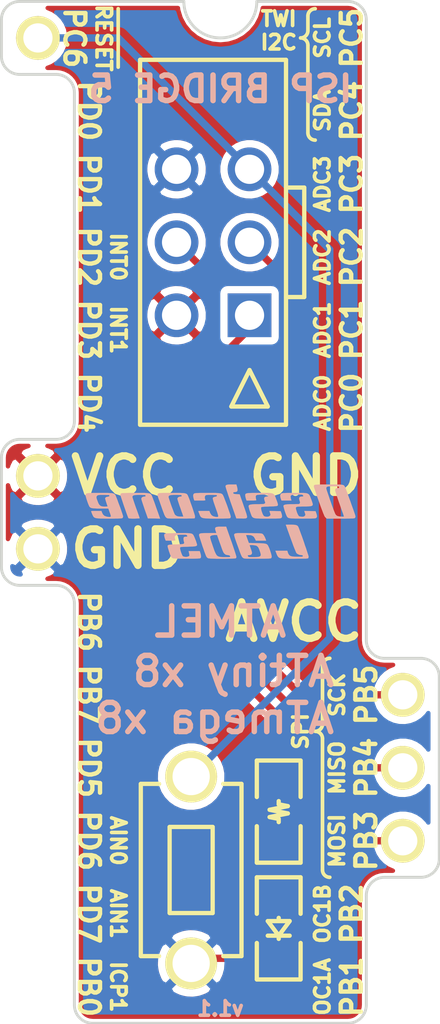
<source format=kicad_pcb>
(kicad_pcb (version 4) (host pcbnew 4.0.5)

  (general
    (links 11)
    (no_connects 0)
    (area 195.529999 105.851254 210.870001 145.708746)
    (thickness 1.6)
    (drawings 106)
    (tracks 27)
    (zones 0)
    (modules 6)
    (nets 8)
  )

  (page A3)
  (title_block
    (rev 0.1)
  )

  (layers
    (0 F.Cu signal hide)
    (31 B.Cu signal hide)
    (36 B.SilkS user hide)
    (37 F.SilkS user)
    (38 B.Mask user hide)
    (39 F.Mask user)
    (44 Edge.Cuts user)
  )

  (setup
    (last_trace_width 0.254)
    (trace_clearance 0.253746)
    (zone_clearance 0.1016)
    (zone_45_only no)
    (trace_min 0.254)
    (segment_width 0.127)
    (edge_width 0.1)
    (via_size 0.889)
    (via_drill 0.635)
    (via_min_size 0.889)
    (via_min_drill 0.508)
    (uvia_size 0.508)
    (uvia_drill 0.127)
    (uvias_allowed no)
    (uvia_min_size 0.508)
    (uvia_min_drill 0.127)
    (pcb_text_width 0.3)
    (pcb_text_size 1.5 1.5)
    (mod_edge_width 0.1524)
    (mod_text_size 1 1)
    (mod_text_width 0.15)
    (pad_size 1.524 1.524)
    (pad_drill 1.016)
    (pad_to_mask_clearance 0)
    (aux_axis_origin 195.58 107.95)
    (visible_elements 7FFFFF9F)
    (pcbplotparams
      (layerselection 0x010f0_80000001)
      (usegerberextensions true)
      (excludeedgelayer true)
      (linewidth 0.127000)
      (plotframeref false)
      (viasonmask false)
      (mode 1)
      (useauxorigin true)
      (hpglpennumber 1)
      (hpglpenspeed 20)
      (hpglpendiameter 15)
      (hpglpenoverlay 2)
      (psnegative false)
      (psa4output false)
      (plotreference false)
      (plotvalue false)
      (plotinvisibletext false)
      (padsonsilk false)
      (subtractmaskfromsilk false)
      (outputformat 1)
      (mirror false)
      (drillshape 0)
      (scaleselection 1)
      (outputdirectory Gerbers/))
  )

  (net 0 "")
  (net 1 GND)
  (net 2 VCC)
  (net 3 "Net-(D1-Pad2)")
  (net 4 "Net-(IC1-Pad1)")
  (net 5 "Net-(IC1-Pad19)")
  (net 6 "Net-(IC1-Pad18)")
  (net 7 "Net-(IC1-Pad17)")

  (net_class Default "This is the default net class."
    (clearance 0.253746)
    (trace_width 0.254)
    (via_dia 0.889)
    (via_drill 0.635)
    (uvia_dia 0.508)
    (uvia_drill 0.127)
    (add_net GND)
    (add_net "Net-(D1-Pad2)")
    (add_net "Net-(IC1-Pad1)")
    (add_net "Net-(IC1-Pad17)")
    (add_net "Net-(IC1-Pad18)")
    (add_net "Net-(IC1-Pad19)")
    (add_net VCC)
  )

  (module Ossicone_Labs_Footprints:Ossicone_Labs_Logo_0.165prop_flipped (layer F.Cu) (tedit 0) (tstamp 58911743)
    (at 203.2 123.698)
    (fp_text reference VAL (at 0 0) (layer F.SilkS) hide
      (effects (font (size 0.381 0.381) (thickness 0.127)))
    )
    (fp_text value REF (at 0 0) (layer F.SilkS) hide
      (effects (font (size 0.381 0.381) (thickness 0.127)))
    )
    (fp_poly (pts (xy 1.77038 2.60096) (xy 1.84912 2.67462) (xy 1.8923 2.7178) (xy 1.9177 2.74828)
      (xy 1.92024 2.7686) (xy 1.92024 2.77114) (xy 1.92024 2.78638) (xy 1.93548 2.794)
      (xy 1.96088 2.794) (xy 1.99644 2.79654) (xy 2.01676 2.8067) (xy 2.01676 2.8067)
      (xy 2.0193 2.82702) (xy 2.01422 2.86512) (xy 2.0066 2.91338) (xy 2.0066 2.91592)
      (xy 1.9939 2.98196) (xy 1.98374 3.05308) (xy 1.97612 3.0988) (xy 1.9685 3.18516)
      (xy 2.14884 3.18516) (xy 2.23012 3.18516) (xy 2.28346 3.18262) (xy 2.31648 3.17754)
      (xy 2.33172 3.17246) (xy 2.33172 3.16738) (xy 2.32664 3.1496) (xy 2.31394 3.1115)
      (xy 2.29362 3.05054) (xy 2.26822 2.97688) (xy 2.23774 2.89052) (xy 2.20218 2.79654)
      (xy 2.20218 2.794) (xy 2.07264 2.4384) (xy 1.96596 2.43332) (xy 1.86182 2.43078)
      (xy 1.8542 2.47142) (xy 1.83896 2.50698) (xy 1.81356 2.54762) (xy 1.80848 2.55524)
      (xy 1.77038 2.60096) (xy 1.77038 2.60096)) (layer B.Mask) (width 0.00254))
    (fp_poly (pts (xy 1.76276 2.9464) (xy 1.77038 2.97434) (xy 1.77292 2.98196) (xy 1.78308 2.9972)
      (xy 1.78816 2.98958) (xy 1.78054 2.9591) (xy 1.77292 2.94894) (xy 1.76276 2.93624)
      (xy 1.76276 2.9464) (xy 1.76276 2.9464)) (layer B.Mask) (width 0.00254))
    (fp_poly (pts (xy 1.75006 2.91338) (xy 1.75006 2.91592) (xy 1.76022 2.91338) (xy 1.76022 2.90576)
      (xy 1.75514 2.89306) (xy 1.75006 2.8956) (xy 1.75006 2.91338) (xy 1.75006 2.91338)) (layer B.Mask) (width 0.00254))
    (fp_poly (pts (xy 1.73482 2.8702) (xy 1.73736 2.87274) (xy 1.74498 2.8702) (xy 1.74752 2.86512)
      (xy 1.74244 2.85242) (xy 1.73736 2.85496) (xy 1.73482 2.8702) (xy 1.73482 2.8702)) (layer B.Mask) (width 0.00254))
    (fp_poly (pts (xy 1.2319 2.55778) (xy 1.2319 2.56286) (xy 1.25222 2.56794) (xy 1.29032 2.57048)
      (xy 1.33604 2.57302) (xy 1.45288 2.58826) (xy 1.5494 2.62382) (xy 1.6256 2.67462)
      (xy 1.68402 2.74574) (xy 1.70688 2.78638) (xy 1.72212 2.81686) (xy 1.72974 2.82956)
      (xy 1.73228 2.82956) (xy 1.7272 2.80924) (xy 1.71958 2.76606) (xy 1.70434 2.71272)
      (xy 1.6891 2.65176) (xy 1.67132 2.58826) (xy 1.65608 2.53238) (xy 1.64338 2.4892)
      (xy 1.63576 2.46888) (xy 1.6256 2.44856) (xy 1.6129 2.43586) (xy 1.58496 2.43078)
      (xy 1.53924 2.43078) (xy 1.53162 2.43078) (xy 1.48082 2.43078) (xy 1.4478 2.4384)
      (xy 1.42748 2.4511) (xy 1.41478 2.4638) (xy 1.3843 2.49174) (xy 1.34112 2.51206)
      (xy 1.3335 2.5146) (xy 1.28778 2.52984) (xy 1.24968 2.54508) (xy 1.2446 2.54762)
      (xy 1.2319 2.55778) (xy 1.2319 2.55778)) (layer B.Mask) (width 0.00254))
    (fp_poly (pts (xy 0.3683 2.43586) (xy 0.37592 2.45872) (xy 0.38862 2.49428) (xy 0.39624 2.52476)
      (xy 0.41148 2.5654) (xy 0.42418 2.5908) (xy 0.4318 2.59588) (xy 0.44958 2.59334)
      (xy 0.4826 2.58572) (xy 0.5207 2.5781) (xy 0.5715 2.57302) (xy 0.60452 2.57302)
      (xy 0.68326 2.57048) (xy 0.68326 2.5019) (xy 0.68326 2.43078) (xy 0.55118 2.43078)
      (xy 0.4953 2.43078) (xy 0.44958 2.4257) (xy 0.42418 2.42062) (xy 0.4191 2.41808)
      (xy 0.40894 2.41046) (xy 0.39116 2.413) (xy 0.37084 2.4257) (xy 0.3683 2.43586)
      (xy 0.3683 2.43586)) (layer B.Mask) (width 0.00254))
    (fp_poly (pts (xy -0.4572 2.44602) (xy -0.45466 2.45364) (xy -0.44958 2.48158) (xy -0.44704 2.52222)
      (xy -0.44704 2.52222) (xy -0.4445 2.55524) (xy -0.4318 2.56794) (xy -0.4064 2.57048)
      (xy -0.37338 2.5654) (xy -0.36322 2.5527) (xy -0.35814 2.52984) (xy -0.3429 2.49428)
      (xy -0.33528 2.48158) (xy -0.30988 2.43078) (xy -0.38608 2.43078) (xy -0.4318 2.43078)
      (xy -0.45212 2.43586) (xy -0.4572 2.44602) (xy -0.4572 2.44602)) (layer B.Mask) (width 0.00254))
    (fp_poly (pts (xy -4.64058 -1.04394) (xy -4.6355 -0.90932) (xy -4.63042 -0.8382) (xy -4.62534 -0.7874)
      (xy -4.61264 -0.74168) (xy -4.59232 -0.6985) (xy -4.59232 -0.69596) (xy -4.52882 -0.59182)
      (xy -4.44754 -0.50546) (xy -4.34848 -0.43688) (xy -4.23164 -0.38862) (xy -4.0894 -0.3556)
      (xy -4.05384 -0.35052) (xy -4.00558 -0.3429) (xy -3.93446 -0.33782) (xy -3.85064 -0.33274)
      (xy -3.75666 -0.32766) (xy -3.66014 -0.32258) (xy -3.6576 -0.32258) (xy -3.37312 -0.30988)
      (xy -3.17754 -0.2413) (xy -3.0988 -0.21336) (xy -3.01752 -0.18796) (xy -2.94386 -0.1651)
      (xy -2.88798 -0.14986) (xy -2.87782 -0.14732) (xy -2.76098 -0.11938) (xy -2.62128 -0.08128)
      (xy -2.45872 -0.03302) (xy -2.26822 0.0254) (xy -2.05486 0.09144) (xy -1.8161 0.17018)
      (xy -1.80086 0.17526) (xy -1.67386 0.2159) (xy -1.54686 0.25654) (xy -1.4224 0.29718)
      (xy -1.30556 0.33528) (xy -1.22174 0.36068) (xy -1.22174 -0.09144) (xy -1.2192 -0.11938)
      (xy -1.20142 -0.13462) (xy -1.16586 -0.1397) (xy -1.12268 -0.13716) (xy -1.0795 -0.127)
      (xy -1.04902 -0.11176) (xy -1.0287 -0.0889) (xy -1.01854 -0.07366) (xy -1.03124 -0.05842)
      (xy -1.05918 -0.0381) (xy -1.09728 -0.02032) (xy -1.13284 -0.00508) (xy -1.15316 0)
      (xy -1.18364 -0.00762) (xy -1.19888 -0.01778) (xy -1.21412 -0.0508) (xy -1.22174 -0.09144)
      (xy -1.22174 0.36068) (xy -1.20396 0.36576) (xy -1.143 0.38354) (xy -1.143 0.14478)
      (xy -1.13538 0.10922) (xy -1.1176 0.08382) (xy -1.07696 0.05842) (xy -1.0414 0.05842)
      (xy -1.00838 0.07874) (xy -0.98552 0.12192) (xy -0.9779 0.1778) (xy -0.98044 0.2159)
      (xy -0.99314 0.23622) (xy -1.01854 0.23368) (xy -1.06172 0.2159) (xy -1.07442 0.21082)
      (xy -1.12268 0.1778) (xy -1.143 0.14478) (xy -1.143 0.38354) (xy -1.1176 0.39116)
      (xy -1.0541 0.40894) (xy -0.93218 0.4445) (xy -0.93218 -0.42418) (xy -0.92964 -0.46228)
      (xy -0.90424 -0.48514) (xy -0.88138 -0.4953) (xy -0.83058 -0.50038) (xy -0.77724 -0.49022)
      (xy -0.7112 -0.46482) (xy -0.635 -0.42164) (xy -0.60198 -0.40132) (xy -0.4826 -0.32512)
      (xy -0.47752 -0.23876) (xy -0.47244 -0.14986) (xy -0.51308 -0.18034) (xy -0.5461 -0.19558)
      (xy -0.5969 -0.2159) (xy -0.65786 -0.23622) (xy -0.68072 -0.24384) (xy -0.762 -0.2667)
      (xy -0.82296 -0.28702) (xy -0.8636 -0.30988) (xy -0.89154 -0.33528) (xy -0.91186 -0.36576)
      (xy -0.9144 -0.37084) (xy -0.93218 -0.42418) (xy -0.93218 0.4445) (xy -0.83058 0.47244)
      (xy -0.77978 0.62992) (xy -0.75438 0.70866) (xy -0.72898 0.80264) (xy -0.70358 0.89916)
      (xy -0.68072 0.98044) (xy -0.635 1.17348) (xy -0.50546 1.17348) (xy -0.37592 1.17348)
      (xy -0.38608 1.14046) (xy -0.381 1.09982) (xy -0.35814 1.05156) (xy -0.33274 1.00584)
      (xy -0.30988 0.95758) (xy -0.3048 0.94742) (xy -0.28956 0.9144) (xy -0.2794 0.9017)
      (xy -0.2794 0.50038) (xy -0.27686 0.46482) (xy -0.26924 0.44958) (xy -0.25146 0.4572)
      (xy -0.2286 0.48514) (xy -0.22352 0.49276) (xy -0.1905 0.56388) (xy -0.17526 0.635)
      (xy -0.17526 0.68326) (xy -0.18542 0.71374) (xy -0.19304 0.71882) (xy -0.20574 0.70866)
      (xy -0.21844 0.6858) (xy -0.23876 0.6477) (xy -0.25146 0.61214) (xy -0.26924 0.54864)
      (xy -0.2794 0.50038) (xy -0.2794 0.9017) (xy -0.27178 0.89408) (xy -0.2667 0.89408)
      (xy -0.24638 0.90424) (xy -0.2159 0.9271) (xy -0.20066 0.94488) (xy -0.1524 0.99568)
      (xy -0.11684 0.96266) (xy -0.08128 0.91948) (xy -0.05334 0.86614) (xy -0.04318 0.81788)
      (xy -0.04318 0.8128) (xy -0.03302 0.7874) (xy -0.00762 0.75438) (xy 0.00762 0.7366)
      (xy 0.03556 0.70612) (xy 0.0508 0.67818) (xy 0.05588 0.64262) (xy 0.05588 0.60452)
      (xy 0.04318 0.51562) (xy 0.00762 0.4191) (xy -0.04826 0.32766) (xy -0.12192 0.23876)
      (xy -0.12446 0.23876) (xy -0.16256 0.19812) (xy -0.18542 0.17018) (xy -0.19558 0.14986)
      (xy -0.19304 0.13462) (xy -0.18542 0.12446) (xy -0.17018 0.07366) (xy -0.17018 0.01016)
      (xy -0.18288 -0.05334) (xy -0.19558 -0.08128) (xy -0.21844 -0.11938) (xy -0.25146 -0.1651)
      (xy -0.28956 -0.20828) (xy -0.35814 -0.28448) (xy -0.33274 -0.33274) (xy -0.30988 -0.4064)
      (xy -0.3048 -0.48514) (xy -0.32004 -0.56388) (xy -0.35052 -0.63754) (xy -0.3937 -0.70104)
      (xy -0.44958 -0.7493) (xy -0.51054 -0.77724) (xy -0.51308 -0.77724) (xy -0.5715 -0.7747)
      (xy -0.63246 -0.75438) (xy -0.6858 -0.71628) (xy -0.7239 -0.67056) (xy -0.72898 -0.65278)
      (xy -0.74422 -0.65024) (xy -0.77216 -0.67056) (xy -0.79502 -0.68834) (xy -0.83566 -0.72136)
      (xy -0.87122 -0.7366) (xy -0.90678 -0.73914) (xy -0.96266 -0.73406) (xy -1.00584 -0.71882)
      (xy -1.0287 -0.6985) (xy -1.03378 -0.6858) (xy -1.0287 -0.6604) (xy -1.01854 -0.61976)
      (xy -1.00838 -0.59436) (xy -0.98552 -0.52832) (xy -1.03378 -0.48514) (xy -1.11252 -0.4318)
      (xy -1.1938 -0.39624) (xy -1.27254 -0.37846) (xy -1.34366 -0.38608) (xy -1.36144 -0.39116)
      (xy -1.38938 -0.39624) (xy -1.40716 -0.38354) (xy -1.4097 -0.37846) (xy -1.4224 -0.3302)
      (xy -1.4224 -0.27432) (xy -1.40462 -0.22098) (xy -1.40462 -0.21844) (xy -1.38938 -0.1905)
      (xy -1.3843 -0.17272) (xy -1.3843 -0.17272) (xy -1.39446 -0.17018) (xy -1.43002 -0.17272)
      (xy -1.47828 -0.17526) (xy -1.4986 -0.17526) (xy -1.60528 -0.17526) (xy -1.69164 -0.15748)
      (xy -1.75768 -0.12192) (xy -1.8034 -0.06604) (xy -1.8161 -0.03556) (xy -1.8288 -0.00254)
      (xy -1.84912 0.01016) (xy -1.8796 0.01016) (xy -1.92786 -0.00254) (xy -1.9685 -0.02032)
      (xy -1.98882 -0.04572) (xy -1.99136 -0.05334) (xy -2.00152 -0.0889) (xy -2.0193 -0.13462)
      (xy -2.02692 -0.14986) (xy -2.04724 -0.18542) (xy -2.06502 -0.2032) (xy -2.0955 -0.20828)
      (xy -2.11328 -0.21082) (xy -2.1463 -0.21082) (xy -2.1717 -0.22098) (xy -2.19964 -0.2413)
      (xy -2.2352 -0.2794) (xy -2.24282 -0.28702) (xy -2.28346 -0.32766) (xy -2.3114 -0.35052)
      (xy -2.33934 -0.36068) (xy -2.36474 -0.36322) (xy -2.4003 -0.36068) (xy -2.413 -0.35052)
      (xy -2.41554 -0.33274) (xy -2.40792 -0.29464) (xy -2.39776 -0.2667) (xy -2.38506 -0.2286)
      (xy -2.39268 -0.2032) (xy -2.41554 -0.19558) (xy -2.4384 -0.20066) (xy -2.48158 -0.21082)
      (xy -2.5273 -0.22606) (xy -2.5908 -0.24384) (xy -2.66446 -0.25908) (xy -2.72542 -0.27178)
      (xy -2.82956 -0.28702) (xy -2.8448 -0.3556) (xy -2.85496 -0.39878) (xy -2.86766 -0.4191)
      (xy -2.89052 -0.4318) (xy -2.90068 -0.43434) (xy -2.94386 -0.44958) (xy -2.9845 -0.47244)
      (xy -2.98704 -0.47244) (xy -3.02768 -0.49784) (xy -3.06324 -0.50038) (xy -3.0988 -0.48006)
      (xy -3.13182 -0.4445) (xy -3.18008 -0.38608) (xy -3.31978 -0.40894) (xy -3.3782 -0.4191)
      (xy -3.45948 -0.42672) (xy -3.55092 -0.43434) (xy -3.64998 -0.44196) (xy -3.73634 -0.44704)
      (xy -3.83032 -0.45212) (xy -3.91922 -0.45974) (xy -3.99796 -0.46736) (xy -4.06146 -0.47498)
      (xy -4.10464 -0.4826) (xy -4.10464 -0.4826) (xy -4.15798 -0.49784) (xy -4.21386 -0.51562)
      (xy -4.2672 -0.53848) (xy -4.31038 -0.5588) (xy -4.33832 -0.57658) (xy -4.34594 -0.58674)
      (xy -4.3307 -0.59944) (xy -4.2926 -0.61468) (xy -4.23418 -0.62484) (xy -4.15798 -0.62992)
      (xy -4.06654 -0.63246) (xy -4.01574 -0.635) (xy -3.8862 -0.62992) (xy -3.76936 -0.61468)
      (xy -3.65252 -0.58928) (xy -3.5306 -0.55118) (xy -3.42392 -0.51054) (xy -3.36296 -0.48514)
      (xy -3.31978 -0.47244) (xy -3.29438 -0.46736) (xy -3.27914 -0.47244) (xy -3.2766 -0.47498)
      (xy -3.25628 -0.50546) (xy -3.2639 -0.53848) (xy -3.29692 -0.57912) (xy -3.35534 -0.61976)
      (xy -3.41122 -0.65024) (xy -3.45948 -0.67056) (xy -3.51282 -0.68834) (xy -3.57632 -0.70104)
      (xy -3.65506 -0.71374) (xy -3.75158 -0.72136) (xy -3.86842 -0.72644) (xy -4.00812 -0.73152)
      (xy -4.0513 -0.73152) (xy -4.15036 -0.73406) (xy -4.23926 -0.7366) (xy -4.318 -0.73914)
      (xy -4.37896 -0.74422) (xy -4.42214 -0.74676) (xy -4.43738 -0.7493) (xy -4.4577 -0.76708)
      (xy -4.48056 -0.80518) (xy -4.50088 -0.85598) (xy -4.51612 -0.9144) (xy -4.52628 -0.96774)
      (xy -4.52628 -0.98806) (xy -4.52374 -1.02616) (xy -4.51358 -1.04648) (xy -4.48564 -1.05918)
      (xy -4.4831 -1.05918) (xy -4.42468 -1.07188) (xy -4.34594 -1.07442) (xy -4.25704 -1.06934)
      (xy -4.16052 -1.0541) (xy -4.15798 -1.0541) (xy -4.03352 -1.03886) (xy -3.92938 -1.03886)
      (xy -3.84556 -1.0541) (xy -3.78206 -1.08966) (xy -3.74904 -1.12522) (xy -3.7338 -1.15316)
      (xy -3.7338 -1.1684) (xy -3.75412 -1.18872) (xy -3.75666 -1.18872) (xy -3.79222 -1.20904)
      (xy -3.84556 -1.21412) (xy -3.91668 -1.20904) (xy -4.00812 -1.1938) (xy -4.01066 -1.19126)
      (xy -4.07416 -1.1811) (xy -4.13512 -1.17856) (xy -4.18084 -1.1811) (xy -4.21132 -1.19126)
      (xy -4.21894 -1.20142) (xy -4.20624 -1.21666) (xy -4.17576 -1.2446) (xy -4.13004 -1.27762)
      (xy -4.07416 -1.31572) (xy -4.01066 -1.35128) (xy -3.94716 -1.38938) (xy -3.89128 -1.41732)
      (xy -3.75412 -1.47828) (xy -3.59156 -1.5367) (xy -3.4036 -1.59258) (xy -3.19532 -1.64592)
      (xy -3.19278 -1.64846) (xy -3.00482 -1.69418) (xy -2.8448 -1.73228) (xy -2.7051 -1.76784)
      (xy -2.58572 -1.79832) (xy -2.48412 -1.82372) (xy -2.39776 -1.84658) (xy -2.3241 -1.86944)
      (xy -2.2606 -1.88722) (xy -2.20472 -1.90754) (xy -2.15392 -1.92532) (xy -2.10566 -1.9431)
      (xy -2.05994 -1.96342) (xy -2.01168 -1.98628) (xy -1.97358 -2.00406) (xy -1.87706 -2.05232)
      (xy -1.79832 -2.0955) (xy -1.73228 -2.13868) (xy -1.66878 -2.18948) (xy -1.60274 -2.2479)
      (xy -1.58242 -2.26822) (xy -1.48082 -2.36474) (xy -1.3589 -2.37744) (xy -1.30302 -2.37998)
      (xy -1.22682 -2.38506) (xy -1.13792 -2.38506) (xy -1.13284 -2.3876) (xy -1.13284 -2.53492)
      (xy -1.13284 -2.53492) (xy -1.12776 -2.55016) (xy -1.11506 -2.58064) (xy -1.10744 -2.61366)
      (xy -1.10236 -2.67208) (xy -1.09982 -2.76098) (xy -1.09728 -2.87528) (xy -1.09728 -2.89814)
      (xy -1.09728 -2.99466) (xy -1.09474 -3.06832) (xy -1.0922 -3.1242) (xy -1.08966 -3.16484)
      (xy -1.08458 -3.19278) (xy -1.07696 -3.21818) (xy -1.0668 -3.24104) (xy -1.03124 -3.302)
      (xy -0.9906 -3.34264) (xy -0.93218 -3.36804) (xy -0.91186 -3.37312) (xy -0.86868 -3.38328)
      (xy -0.84328 -3.38328) (xy -0.82296 -3.37312) (xy -0.82042 -3.36804) (xy -0.8001 -3.33502)
      (xy -0.79756 -3.28676) (xy -0.81026 -3.23088) (xy -0.83566 -3.17754) (xy -0.84836 -3.1623)
      (xy -0.86614 -3.1369) (xy -0.87884 -3.11404) (xy -0.88646 -3.0861) (xy -0.89154 -3.048)
      (xy -0.89662 -2.98958) (xy -0.89916 -2.94132) (xy -0.90424 -2.86512) (xy -0.91186 -2.794)
      (xy -0.92202 -2.7305) (xy -0.92964 -2.69748) (xy -0.95758 -2.6289) (xy -0.99822 -2.57556)
      (xy -1.04394 -2.54) (xy -1.08966 -2.5273) (xy -1.1176 -2.52984) (xy -1.13284 -2.53492)
      (xy -1.13284 -2.3876) (xy -1.04394 -2.3876) (xy -0.98552 -2.3876) (xy -0.7366 -2.38506)
      (xy -0.69596 -2.45364) (xy -0.67818 -2.4892) (xy -0.65278 -2.54254) (xy -0.61976 -2.61366)
      (xy -0.5842 -2.6924) (xy -0.55118 -2.77368) (xy -0.49784 -2.89306) (xy -0.45466 -2.98958)
      (xy -0.4191 -3.07086) (xy -0.38608 -3.13436) (xy -0.3556 -3.1877) (xy -0.32766 -3.23596)
      (xy -0.29718 -3.27914) (xy -0.28448 -3.29438) (xy -0.2413 -3.35026) (xy -0.19558 -3.39852)
      (xy -0.14986 -3.43916) (xy -0.11176 -3.4671) (xy -0.08128 -3.4798) (xy -0.06858 -3.47472)
      (xy -0.05588 -3.43154) (xy -0.0635 -3.3782) (xy -0.09144 -3.31724) (xy -0.13462 -3.25882)
      (xy -0.18034 -3.21056) (xy -0.21844 -3.17754) (xy -0.23876 -3.15214) (xy -0.24892 -3.12674)
      (xy -0.25146 -3.09118) (xy -0.25146 -3.07594) (xy -0.25908 -2.99212) (xy -0.28702 -2.89814)
      (xy -0.33528 -2.78892) (xy -0.38608 -2.6924) (xy -0.43688 -2.59588) (xy -0.47498 -2.5146)
      (xy -0.4953 -2.44856) (xy -0.50292 -2.39268) (xy -0.49784 -2.34188) (xy -0.49022 -2.3114)
      (xy -0.48006 -2.29362) (xy -0.4699 -2.28346) (xy -0.44958 -2.28092) (xy -0.41148 -2.28092)
      (xy -0.36576 -2.286) (xy -0.30988 -2.28854) (xy -0.27178 -2.28854) (xy -0.24892 -2.28092)
      (xy -0.22606 -2.26822) (xy -0.22352 -2.26568) (xy -0.20066 -2.23774) (xy -0.20574 -2.20726)
      (xy -0.23622 -2.18186) (xy -0.25908 -2.1717) (xy -0.28956 -2.16154) (xy -0.3175 -2.159)
      (xy -0.3556 -2.16154) (xy -0.39878 -2.1717) (xy -0.47498 -2.18694) (xy -0.5334 -2.19202)
      (xy -0.5715 -2.18948) (xy -0.58674 -2.17678) (xy -0.58674 -2.17424) (xy -0.57404 -2.14376)
      (xy -0.53848 -2.12852) (xy -0.49276 -2.12344) (xy -0.45212 -2.11836) (xy -0.43434 -2.1082)
      (xy -0.4318 -2.10566) (xy -0.43942 -2.08534) (xy -0.45974 -2.05232) (xy -0.48768 -2.00914)
      (xy -0.49022 -2.0066) (xy -0.51562 -1.96342) (xy -0.53594 -1.92786) (xy -0.5461 -1.90754)
      (xy -0.5461 -1.905) (xy -0.5334 -1.89992) (xy -0.50292 -1.90754) (xy -0.44704 -1.9304)
      (xy -0.43688 -1.93294) (xy -0.37084 -1.96088) (xy -0.29972 -1.99136) (xy -0.23876 -2.01676)
      (xy -0.23622 -2.01676) (xy -0.1016 -2.08026) (xy 0.01016 -2.14884) (xy 0.09906 -2.2225)
      (xy 0.14986 -2.28092) (xy 0.21844 -2.3622) (xy 0.27178 -2.4257) (xy 0.31496 -2.47142)
      (xy 0.35306 -2.50444) (xy 0.38608 -2.52476) (xy 0.4191 -2.53746) (xy 0.43434 -2.54254)
      (xy 0.4826 -2.55016) (xy 0.5461 -2.55524) (xy 0.61214 -2.55778) (xy 0.61976 -2.55778)
      (xy 0.67564 -2.55778) (xy 0.72136 -2.56286) (xy 0.76708 -2.57556) (xy 0.81534 -2.59334)
      (xy 0.8763 -2.62382) (xy 0.9525 -2.66446) (xy 0.9652 -2.66954) (xy 1.07188 -2.72288)
      (xy 1.17602 -2.76352) (xy 1.27254 -2.78638) (xy 1.35636 -2.794) (xy 1.4224 -2.78384)
      (xy 1.43002 -2.7813) (xy 1.44018 -2.77368) (xy 1.4351 -2.76352) (xy 1.4097 -2.7432)
      (xy 1.36652 -2.71526) (xy 1.3462 -2.70256) (xy 1.15316 -2.5908) (xy 0.94742 -2.4892)
      (xy 0.74422 -2.39522) (xy 0.5461 -2.31902) (xy 0.42418 -2.27838) (xy 0.36576 -2.25806)
      (xy 0.32004 -2.24028) (xy 0.28956 -2.22504) (xy 0.28448 -2.21742) (xy 0.28194 -2.17932)
      (xy 0.26924 -2.1463) (xy 0.24638 -2.1082) (xy 0.20828 -2.05994) (xy 0.19558 -2.04724)
      (xy 0.15748 -2.00406) (xy 0.12954 -1.96596) (xy 0.1143 -1.94056) (xy 0.11176 -1.93548)
      (xy 0.10414 -1.90754) (xy 0.08128 -1.89992) (xy 0.04572 -1.91516) (xy 0.0381 -1.92278)
      (xy 0.00762 -1.9431) (xy -0.01778 -1.9558) (xy -0.02032 -1.9558) (xy -0.04572 -1.9431)
      (xy -0.07112 -1.91516) (xy -0.09144 -1.87706) (xy -0.09652 -1.84404) (xy -0.08636 -1.80848)
      (xy -0.05842 -1.79324) (xy -0.00762 -1.79578) (xy 0.00508 -1.80086) (xy 0.04064 -1.80594)
      (xy 0.06096 -1.80594) (xy 0.06096 -1.80594) (xy 0.06604 -1.78816) (xy 0.06858 -1.7526)
      (xy 0.07112 -1.73482) (xy 0.07112 -1.67132) (xy 0.15748 -1.68148) (xy 0.21082 -1.6891)
      (xy 0.27686 -1.70434) (xy 0.35052 -1.72212) (xy 0.38354 -1.73228) (xy 0.49022 -1.76022)
      (xy 0.57404 -1.778) (xy 0.64516 -1.78308) (xy 0.70612 -1.77546) (xy 0.74422 -1.76276)
      (xy 0.8128 -1.7399) (xy 0.94488 -1.86944) (xy 1.00838 -1.93548) (xy 1.05664 -1.98882)
      (xy 1.08712 -2.02946) (xy 1.10744 -2.06756) (xy 1.11506 -2.10566) (xy 1.1176 -2.1463)
      (xy 1.11506 -2.15392) (xy 1.11506 -2.1971) (xy 1.12268 -2.2225) (xy 1.14046 -2.24028)
      (xy 1.14554 -2.24536) (xy 1.18872 -2.27838) (xy 1.2065 -2.3114) (xy 1.20904 -2.35204)
      (xy 1.2065 -2.35712) (xy 1.2065 -2.39014) (xy 1.21666 -2.40284) (xy 1.2446 -2.39014)
      (xy 1.26746 -2.3749) (xy 1.30556 -2.35458) (xy 1.34366 -2.34696) (xy 1.3716 -2.35458)
      (xy 1.37668 -2.3622) (xy 1.38176 -2.38252) (xy 1.38684 -2.42316) (xy 1.38938 -2.46634)
      (xy 1.39192 -2.5146) (xy 1.39954 -2.5527) (xy 1.40462 -2.57048) (xy 1.42494 -2.58064)
      (xy 1.46558 -2.5908) (xy 1.49606 -2.59842) (xy 1.53924 -2.60858) (xy 1.57226 -2.61874)
      (xy 1.58242 -2.62636) (xy 1.59258 -2.65176) (xy 1.57988 -2.68478) (xy 1.55448 -2.71526)
      (xy 1.5367 -2.72796) (xy 1.50368 -2.7559) (xy 1.4986 -2.77876) (xy 1.51638 -2.794)
      (xy 1.53416 -2.80162) (xy 1.57734 -2.80162) (xy 1.6256 -2.78892) (xy 1.67132 -2.7686)
      (xy 1.7018 -2.7432) (xy 1.70434 -2.73812) (xy 1.71196 -2.71018) (xy 1.71704 -2.667)
      (xy 1.71958 -2.61366) (xy 1.71704 -2.56032) (xy 1.71196 -2.5273) (xy 1.69926 -2.5019)
      (xy 1.6764 -2.47396) (xy 1.67386 -2.47142) (xy 1.62814 -2.41554) (xy 1.57988 -2.35458)
      (xy 1.52908 -2.28092) (xy 1.4732 -2.19202) (xy 1.4097 -2.08026) (xy 1.3462 -1.97104)
      (xy 1.29032 -1.8796) (xy 1.24206 -1.80594) (xy 1.19634 -1.74244) (xy 1.15062 -1.6891)
      (xy 1.09982 -1.64084) (xy 1.08204 -1.62306) (xy 1.02616 -1.5748) (xy 0.97536 -1.53924)
      (xy 0.92202 -1.51638) (xy 0.8636 -1.50368) (xy 0.79248 -1.4986) (xy 0.70104 -1.50114)
      (xy 0.64262 -1.50368) (xy 0.50038 -1.5113) (xy 0.38354 -1.51384) (xy 0.28702 -1.51384)
      (xy 0.20828 -1.50622) (xy 0.14478 -1.49606) (xy 0.09652 -1.47828) (xy 0.05588 -1.45288)
      (xy 0.0508 -1.4478) (xy 0.02286 -1.4224) (xy 0.01778 -1.397) (xy 0.02032 -1.38684)
      (xy 0.04572 -1.34112) (xy 0.0889 -1.30048) (xy 0.1397 -1.27) (xy 0.16764 -1.26238)
      (xy 0.1905 -1.2573) (xy 0.21082 -1.24714) (xy 0.2286 -1.22682) (xy 0.24892 -1.19126)
      (xy 0.27686 -1.13792) (xy 0.30988 -1.06934) (xy 0.32766 -1.02362) (xy 0.33274 -0.99314)
      (xy 0.32512 -0.97282) (xy 0.3048 -0.96012) (xy 0.2921 -0.95758) (xy 0.23876 -0.9271)
      (xy 0.20574 -0.88138) (xy 0.1905 -0.8128) (xy 0.18796 -0.77978) (xy 0.18796 -0.73406)
      (xy 0.18542 -0.7112) (xy 0.17526 -0.70104) (xy 0.15748 -0.70358) (xy 0.15494 -0.70358)
      (xy 0.11938 -0.70612) (xy 0.09906 -0.6985) (xy 0.08636 -0.6731) (xy 0.08382 -0.63246)
      (xy 0.09398 -0.5715) (xy 0.10668 -0.50546) (xy 0.13716 -0.39116) (xy 0.18542 -0.28702)
      (xy 0.2413 -0.19812) (xy 0.2667 -0.17018) (xy 0.31242 -0.12446) (xy 0.3429 -0.09906)
      (xy 0.3683 -0.09652) (xy 0.3937 -0.11176) (xy 0.42164 -0.14986) (xy 0.4318 -0.16764)
      (xy 0.47752 -0.25146) (xy 0.50038 -0.33274) (xy 0.50038 -0.4064) (xy 0.50038 -0.41148)
      (xy 0.50038 -0.43688) (xy 0.51308 -0.45466) (xy 0.54864 -0.47752) (xy 0.55118 -0.4826)
      (xy 0.63246 -0.5461) (xy 0.66294 -0.5842) (xy 0.66294 -1.19888) (xy 0.66548 -1.23444)
      (xy 0.67056 -1.24714) (xy 0.69342 -1.27762) (xy 0.72644 -1.28778) (xy 0.76708 -1.27254)
      (xy 0.80264 -1.24206) (xy 0.8255 -1.20904) (xy 0.8382 -1.1811) (xy 0.8382 -1.17602)
      (xy 0.83058 -1.15316) (xy 0.81534 -1.1303) (xy 0.79756 -1.11506) (xy 0.78232 -1.11506)
      (xy 0.76708 -1.12776) (xy 0.73406 -1.14554) (xy 0.7239 -1.15062) (xy 0.68072 -1.17348)
      (xy 0.66294 -1.19888) (xy 0.66294 -0.5842) (xy 0.69596 -0.62992) (xy 0.71628 -0.66802)
      (xy 0.73406 -0.70358) (xy 0.75184 -0.72136) (xy 0.77978 -0.72644) (xy 0.80518 -0.72644)
      (xy 0.86868 -0.73152) (xy 0.90932 -0.75184) (xy 0.92202 -0.77978) (xy 0.91186 -0.82296)
      (xy 0.87376 -0.8763) (xy 0.8509 -0.89916) (xy 0.81026 -0.94742) (xy 0.78994 -0.98298)
      (xy 0.78232 -1.01346) (xy 0.78486 -1.03124) (xy 0.78994 -1.03632) (xy 0.80264 -1.03124)
      (xy 0.8255 -1.00838) (xy 0.8636 -0.97028) (xy 0.88646 -0.94742) (xy 0.93726 -0.89154)
      (xy 0.98298 -0.82804) (xy 1.02616 -0.75946) (xy 1.0668 -0.68072) (xy 1.10998 -0.5842)
      (xy 1.15316 -0.47244) (xy 1.20396 -0.33528) (xy 1.2192 -0.28702) (xy 1.3208 0.00762)
      (xy 1.2954 0.0508) (xy 1.28016 0.09652) (xy 1.27 0.15748) (xy 1.26746 0.22606)
      (xy 1.27254 0.29464) (xy 1.27762 0.3175) (xy 1.28778 0.34798) (xy 1.3081 0.36068)
      (xy 1.33858 0.36576) (xy 1.36398 0.3683) (xy 1.38176 0.37846) (xy 1.39192 0.39878)
      (xy 1.40462 0.43434) (xy 1.41478 0.46736) (xy 1.42748 0.51054) (xy 1.44526 0.57404)
      (xy 1.47066 0.65278) (xy 1.50114 0.74168) (xy 1.53162 0.83566) (xy 1.54178 0.86614)
      (xy 1.64084 1.16586) (xy 1.75006 1.17602) (xy 1.81864 1.18618) (xy 1.8796 1.20142)
      (xy 1.91262 1.21412) (xy 1.94818 1.2319) (xy 1.9685 1.24206) (xy 1.97358 1.24206)
      (xy 1.98628 1.23698) (xy 2.01422 1.2192) (xy 2.02692 1.21412) (xy 2.0701 1.19634)
      (xy 2.12344 1.1811) (xy 2.1463 1.17602) (xy 2.21996 1.16586) (xy 2.17932 1.04902)
      (xy 2.159 0.98552) (xy 2.13614 0.92202) (xy 2.11328 0.8763) (xy 2.11074 0.86614)
      (xy 2.0955 0.83566) (xy 2.08534 0.80518) (xy 2.08026 0.76708) (xy 2.07518 0.71628)
      (xy 2.07518 0.64516) (xy 2.07264 0.6223) (xy 2.0701 0.54102) (xy 2.06502 0.46482)
      (xy 2.0574 0.39116) (xy 2.0447 0.3175) (xy 2.02438 0.23368) (xy 1.99898 0.14224)
      (xy 1.96596 0.03302) (xy 1.92532 -0.09652) (xy 1.90754 -0.1524) (xy 1.85674 -0.30988)
      (xy 1.8161 -0.4445) (xy 1.78308 -0.5588) (xy 1.75768 -0.6604) (xy 1.7399 -0.7493)
      (xy 1.72466 -0.83058) (xy 1.71704 -0.8763) (xy 1.69672 -0.9144) (xy 1.6637 -0.95758)
      (xy 1.64846 -0.97282) (xy 1.59258 -1.04902) (xy 1.54432 -1.143) (xy 1.5367 -1.16078)
      (xy 1.49352 -1.26746) (xy 1.45288 -1.35128) (xy 1.41478 -1.41732) (xy 1.37922 -1.46812)
      (xy 1.35128 -1.49606) (xy 1.2954 -1.55194) (xy 1.31064 -1.6383) (xy 1.32842 -1.70434)
      (xy 1.35636 -1.77292) (xy 1.39446 -1.84404) (xy 1.44526 -1.92278) (xy 1.51384 -2.01168)
      (xy 1.55956 -2.0701) (xy 1.63576 -2.16408) (xy 1.69418 -2.24282) (xy 1.7399 -2.30886)
      (xy 1.77546 -2.36474) (xy 1.8034 -2.41554) (xy 1.82372 -2.46634) (xy 1.8288 -2.48412)
      (xy 1.8542 -2.58318) (xy 1.8542 -2.667) (xy 1.83642 -2.73812) (xy 1.8288 -2.75082)
      (xy 1.80594 -2.78638) (xy 1.78054 -2.81178) (xy 1.75006 -2.83718) (xy 1.7018 -2.86258)
      (xy 1.6637 -2.88036) (xy 1.60782 -2.90576) (xy 1.55702 -2.921) (xy 1.4986 -2.92862)
      (xy 1.45288 -2.93116) (xy 1.41732 -2.9337) (xy 1.3843 -2.9337) (xy 1.35382 -2.93116)
      (xy 1.31826 -2.92354) (xy 1.27508 -2.91338) (xy 1.22174 -2.89814) (xy 1.15316 -2.87782)
      (xy 1.06426 -2.84734) (xy 0.99314 -2.82448) (xy 0.89154 -2.79146) (xy 0.79248 -2.76098)
      (xy 0.6985 -2.73304) (xy 0.61722 -2.71018) (xy 0.55372 -2.69494) (xy 0.52324 -2.68732)
      (xy 0.43434 -2.66954) (xy 0.36068 -2.6416) (xy 0.29464 -2.60604) (xy 0.2286 -2.55524)
      (xy 0.15748 -2.48666) (xy 0.14986 -2.4765) (xy 0.03556 -2.35712) (xy -0.0635 -2.36474)
      (xy -0.14224 -2.3749) (xy -0.2032 -2.39268) (xy -0.22352 -2.40538) (xy -0.28702 -2.4384)
      (xy -0.28448 -2.51968) (xy -0.27432 -2.59588) (xy -0.24638 -2.67462) (xy -0.20066 -2.76098)
      (xy -0.13462 -2.8575) (xy -0.06096 -2.95148) (xy 0.0254 -3.0607) (xy 0.0889 -3.15468)
      (xy 0.12954 -3.2385) (xy 0.1524 -3.3147) (xy 0.15494 -3.38836) (xy 0.13462 -3.45694)
      (xy 0.09906 -3.5306) (xy 0.0508 -3.59664) (xy 0.0254 -3.62712) (xy 0.00254 -3.64236)
      (xy -0.02794 -3.6449) (xy -0.06096 -3.64236) (xy -0.1397 -3.62458) (xy -0.21336 -3.59156)
      (xy -0.2794 -3.54076) (xy -0.3429 -3.46964) (xy -0.40386 -3.3782) (xy -0.46228 -3.2639)
      (xy -0.52324 -3.12166) (xy -0.53086 -3.10388) (xy -0.5715 -3.0099) (xy -0.61976 -2.92354)
      (xy -0.67056 -2.84988) (xy -0.71628 -2.79654) (xy -0.71882 -2.794) (xy -0.74422 -2.77368)
      (xy -0.75184 -2.77114) (xy -0.7493 -2.78638) (xy -0.7493 -2.78638) (xy -0.71882 -2.91084)
      (xy -0.70104 -3.04038) (xy -0.69596 -3.12928) (xy -0.70358 -3.2385) (xy -0.72644 -3.32232)
      (xy -0.76708 -3.38836) (xy -0.8255 -3.429) (xy -0.90424 -3.45186) (xy -1.00076 -3.4544)
      (xy -1.0795 -3.44678) (xy -1.12014 -3.43662) (xy -1.14808 -3.42138) (xy -1.17094 -3.3909)
      (xy -1.18364 -3.37058) (xy -1.20142 -3.33502) (xy -1.21412 -3.302) (xy -1.2192 -3.2639)
      (xy -1.22174 -3.20802) (xy -1.22174 -3.18008) (xy -1.2192 -3.11404) (xy -1.21666 -3.03276)
      (xy -1.21412 -2.94386) (xy -1.20904 -2.86258) (xy -1.2065 -2.78384) (xy -1.20396 -2.72796)
      (xy -1.2065 -2.68478) (xy -1.20904 -2.65176) (xy -1.2192 -2.62128) (xy -1.22428 -2.60604)
      (xy -1.23952 -2.5654) (xy -1.2573 -2.54254) (xy -1.2827 -2.52984) (xy -1.32588 -2.5146)
      (xy -1.3335 -2.51206) (xy -1.41478 -2.4892) (xy -1.49098 -2.46126) (xy -1.56718 -2.4257)
      (xy -1.64592 -2.37998) (xy -1.73482 -2.3241) (xy -1.83642 -2.25552) (xy -1.93548 -2.1844)
      (xy -2.03962 -2.11328) (xy -2.13614 -2.04978) (xy -2.22758 -1.9939) (xy -2.32156 -1.94818)
      (xy -2.41808 -1.90754) (xy -2.52222 -1.86944) (xy -2.6416 -1.83642) (xy -2.77368 -1.80594)
      (xy -2.92354 -1.77292) (xy -3.0988 -1.7399) (xy -3.14706 -1.73228) (xy -3.30962 -1.7018)
      (xy -3.44678 -1.6764) (xy -3.56616 -1.64846) (xy -3.66522 -1.6256) (xy -3.75158 -1.59766)
      (xy -3.83032 -1.57226) (xy -3.85318 -1.5621) (xy -3.91668 -1.5367) (xy -3.9751 -1.50876)
      (xy -4.03606 -1.4732) (xy -4.10464 -1.43002) (xy -4.18084 -1.37922) (xy -4.27482 -1.31064)
      (xy -4.33832 -1.26492) (xy -4.4069 -1.21412) (xy -4.47294 -1.16586) (xy -4.52882 -1.12268)
      (xy -4.572 -1.0922) (xy -4.59486 -1.07696) (xy -4.64058 -1.04394) (xy -4.64058 -1.04394)) (layer B.Mask) (width 0.00254))
    (fp_poly (pts (xy 0.57658 0.57658) (xy 0.57912 0.61214) (xy 0.58928 0.66294) (xy 0.60452 0.7366)
      (xy 0.6096 0.77216) (xy 0.6223 0.82804) (xy 0.635 0.86106) (xy 0.6477 0.8763)
      (xy 0.6604 0.88392) (xy 0.67564 0.889) (xy 0.69088 0.90932) (xy 0.70866 0.94488)
      (xy 0.72898 1.0033) (xy 0.7366 1.02616) (xy 0.75438 1.08712) (xy 0.76962 1.14046)
      (xy 0.77978 1.17602) (xy 0.78232 1.19126) (xy 0.78486 1.20904) (xy 0.8001 1.21412)
      (xy 0.83312 1.20142) (xy 0.86106 1.1811) (xy 0.87122 1.16586) (xy 0.88392 1.15062)
      (xy 0.91186 1.14808) (xy 0.9271 1.15062) (xy 0.96012 1.1557) (xy 0.9779 1.14554)
      (xy 0.99568 1.1176) (xy 1.00076 1.10998) (xy 1.0414 1.06172) (xy 1.10236 1.016)
      (xy 1.143 0.99822) (xy 1.14554 0.98298) (xy 1.15062 0.94996) (xy 1.15824 0.9017)
      (xy 1.16586 0.84582) (xy 1.17094 0.79248) (xy 1.17348 0.74676) (xy 1.17602 0.71628)
      (xy 1.17602 0.71374) (xy 1.17348 0.68326) (xy 1.1684 0.63246) (xy 1.16078 0.57658)
      (xy 1.16078 0.56642) (xy 1.15062 0.50292) (xy 1.143 0.44196) (xy 1.13538 0.39624)
      (xy 1.13538 0.3937) (xy 1.12014 0.33528) (xy 1.08966 0.29464) (xy 1.05156 0.26924)
      (xy 1.0287 0.2667) (xy 0.98552 0.27686) (xy 0.92202 0.3048) (xy 0.84328 0.3556)
      (xy 0.74676 0.42418) (xy 0.74676 0.42672) (xy 0.69342 0.46482) (xy 0.6477 0.49784)
      (xy 0.61214 0.52324) (xy 0.59944 0.53086) (xy 0.58674 0.54102) (xy 0.57912 0.55372)
      (xy 0.57658 0.57658) (xy 0.57658 0.57658)) (layer B.Mask) (width 0.00254))
    (fp_poly (pts (xy 1.20142 1.16078) (xy 1.21412 1.17094) (xy 1.2319 1.17348) (xy 1.25476 1.17094)
      (xy 1.24968 1.16332) (xy 1.2446 1.16078) (xy 1.21412 1.14554) (xy 1.20142 1.1557)
      (xy 1.20142 1.16078) (xy 1.20142 1.16078)) (layer B.Mask) (width 0.00254))
    (fp_poly (pts (xy -0.04318 1.1684) (xy -0.03048 1.17348) (xy -0.02032 1.17348) (xy -0.00254 1.16332)
      (xy 0 1.15062) (xy -0.00254 1.13538) (xy -0.01778 1.143) (xy -0.02032 1.14554)
      (xy -0.0381 1.16332) (xy -0.04318 1.1684) (xy -0.04318 1.1684)) (layer B.Mask) (width 0.00254))
    (fp_poly (pts (xy 0.23114 0.87122) (xy 0.23368 0.8763) (xy 0.25908 0.87884) (xy 0.28702 0.87884)
      (xy 0.32766 0.87884) (xy 0.3429 0.8763) (xy 0.34036 0.86614) (xy 0.3302 0.85852)
      (xy 0.30226 0.84328) (xy 0.28702 0.8382) (xy 0.26416 0.84582) (xy 0.24384 0.85852)
      (xy 0.23114 0.87122) (xy 0.23114 0.87122)) (layer B.Mask) (width 0.00254))
    (fp_poly (pts (xy 0.52832 0.20066) (xy 0.53086 0.26924) (xy 0.54102 0.3175) (xy 0.5588 0.34544)
      (xy 0.57404 0.35052) (xy 0.60452 0.34036) (xy 0.6223 0.32512) (xy 0.64516 0.29718)
      (xy 0.67056 0.25908) (xy 0.67564 0.25146) (xy 0.70866 0.20828) (xy 0.73914 0.18796)
      (xy 0.76962 0.18796) (xy 0.79502 0.20066) (xy 0.83566 0.22352) (xy 0.93218 0.14732)
      (xy 1.03124 0.07112) (xy 1.01854 0.00508) (xy 1.00838 -0.04826) (xy 0.99314 -0.09652)
      (xy 0.97536 -0.14986) (xy 0.94996 -0.21336) (xy 0.91694 -0.29464) (xy 0.889 -0.36068)
      (xy 0.8636 -0.42926) (xy 0.84328 -0.48768) (xy 0.8382 -0.51054) (xy 0.8255 -0.55626)
      (xy 0.8128 -0.58166) (xy 0.79756 -0.59182) (xy 0.77216 -0.59436) (xy 0.76708 -0.59436)
      (xy 0.73406 -0.58928) (xy 0.71882 -0.57658) (xy 0.71374 -0.55372) (xy 0.72136 -0.51054)
      (xy 0.73406 -0.48768) (xy 0.7493 -0.46482) (xy 0.74422 -0.4445) (xy 0.74168 -0.43942)
      (xy 0.71374 -0.42164) (xy 0.6985 -0.4191) (xy 0.68326 -0.41656) (xy 0.67056 -0.40894)
      (xy 0.65786 -0.38862) (xy 0.64262 -0.3556) (xy 0.62738 -0.3048) (xy 0.60452 -0.23114)
      (xy 0.59436 -0.18796) (xy 0.56642 -0.07874) (xy 0.5461 0.0254) (xy 0.53594 0.11938)
      (xy 0.52832 0.20066) (xy 0.52832 0.20066)) (layer B.Mask) (width 0.00254))
    (fp_poly (pts (xy -1.9685 -0.14478) (xy -1.96342 -0.10668) (xy -1.95072 -0.06858) (xy -1.92786 -0.04318)
      (xy -1.90246 -0.03048) (xy -1.88214 -0.0381) (xy -1.87198 -0.06096) (xy -1.87198 -0.09906)
      (xy -1.87706 -0.13716) (xy -1.88976 -0.1651) (xy -1.8923 -0.16764) (xy -1.92278 -0.18034)
      (xy -1.95072 -0.17018) (xy -1.96596 -0.14478) (xy -1.9685 -0.14478) (xy -1.9685 -0.14478)) (layer B.Mask) (width 0.00254))
    (fp_poly (pts (xy -1.78308 -0.54356) (xy -1.76784 -0.50546) (xy -1.7653 -0.50292) (xy -1.74498 -0.48514)
      (xy -1.7145 -0.47752) (xy -1.66624 -0.47752) (xy -1.65608 -0.47752) (xy -1.59512 -0.48006)
      (xy -1.53162 -0.49022) (xy -1.50114 -0.4953) (xy -1.4478 -0.508) (xy -1.397 -0.51308)
      (xy -1.37922 -0.51562) (xy -1.3462 -0.51816) (xy -1.33096 -0.53086) (xy -1.3335 -0.55626)
      (xy -1.35128 -0.59944) (xy -1.35382 -0.60706) (xy -1.39446 -0.66294) (xy -1.4478 -0.6985)
      (xy -1.51638 -0.7112) (xy -1.5367 -0.71374) (xy -1.62306 -0.70104) (xy -1.69418 -0.67056)
      (xy -1.73482 -0.635) (xy -1.77292 -0.58674) (xy -1.78308 -0.54356) (xy -1.78308 -0.54356)) (layer B.Mask) (width 0.00254))
    (fp_poly (pts (xy -2.04724 -0.72136) (xy -2.03962 -0.6858) (xy -2.03962 -0.68326) (xy -2.01676 -0.66294)
      (xy -1.98374 -0.65786) (xy -1.9558 -0.66548) (xy -1.94564 -0.67818) (xy -1.94564 -0.71374)
      (xy -1.9685 -0.73914) (xy -2.00152 -0.75184) (xy -2.032 -0.74676) (xy -2.04724 -0.72136)
      (xy -2.04724 -0.72136)) (layer B.Mask) (width 0.00254))
    (fp_poly (pts (xy -1.30302 -1.05156) (xy -1.2954 -0.98552) (xy -1.2827 -0.93218) (xy -1.2573 -0.88646)
      (xy -1.22428 -0.85852) (xy -1.19888 -0.8509) (xy -1.17348 -0.8636) (xy -1.14808 -0.88646)
      (xy -1.14554 -0.889) (xy -1.12776 -0.92202) (xy -1.11252 -0.96266) (xy -1.1049 -1.00076)
      (xy -1.1049 -1.02616) (xy -1.10744 -1.0287) (xy -1.12522 -1.03378) (xy -1.16078 -1.03886)
      (xy -1.20904 -1.04394) (xy -1.30302 -1.05156) (xy -1.30302 -1.05156)) (layer B.Mask) (width 0.00254))
    (fp_poly (pts (xy -1.99898 -1.40462) (xy -1.94564 -1.38684) (xy -1.87706 -1.3589) (xy -1.83134 -1.33096)
      (xy -1.80848 -1.30048) (xy -1.81102 -1.27508) (xy -1.82372 -1.26238) (xy -1.85674 -1.24714)
      (xy -1.88468 -1.24206) (xy -1.92532 -1.23698) (xy -1.96596 -1.2192) (xy -1.99136 -1.19888)
      (xy -1.9939 -1.19126) (xy -1.98628 -1.17602) (xy -1.96088 -1.16586) (xy -1.93294 -1.15824)
      (xy -1.88468 -1.14554) (xy -1.82118 -1.12776) (xy -1.75006 -1.10744) (xy -1.73228 -1.10236)
      (xy -1.64846 -1.07696) (xy -1.5875 -1.05918) (xy -1.54686 -1.04648) (xy -1.51892 -1.03886)
      (xy -1.50368 -1.03632) (xy -1.49606 -1.03886) (xy -1.49352 -1.0414) (xy -1.49098 -1.04394)
      (xy -1.48082 -1.0668) (xy -1.48336 -1.1049) (xy -1.49352 -1.14046) (xy -1.49606 -1.14808)
      (xy -1.51384 -1.1684) (xy -1.54178 -1.17094) (xy -1.55448 -1.1684) (xy -1.59512 -1.1684)
      (xy -1.64338 -1.1811) (xy -1.67132 -1.19634) (xy -1.71196 -1.21666) (xy -1.73736 -1.23444)
      (xy -1.74752 -1.24206) (xy -1.73228 -1.25476) (xy -1.69418 -1.26238) (xy -1.63068 -1.27)
      (xy -1.54432 -1.27) (xy -1.53416 -1.27) (xy -1.43764 -1.27508) (xy -1.36398 -1.28524)
      (xy -1.30302 -1.30302) (xy -1.25222 -1.3335) (xy -1.22428 -1.35636) (xy -1.18618 -1.38684)
      (xy -1.15824 -1.40462) (xy -1.143 -1.4097) (xy -1.12268 -1.40462) (xy -1.08458 -1.38938)
      (xy -1.03378 -1.36906) (xy -1.02108 -1.36144) (xy -0.96774 -1.33858) (xy -0.91694 -1.3208)
      (xy -0.88138 -1.31318) (xy -0.8763 -1.31318) (xy -0.84836 -1.31572) (xy -0.84074 -1.32842)
      (xy -0.84328 -1.35128) (xy -0.85852 -1.40716) (xy -0.8636 -1.44018) (xy -0.86106 -1.4605)
      (xy -0.8509 -1.46812) (xy -0.83566 -1.4732) (xy -0.79756 -1.47828) (xy -0.762 -1.48336)
      (xy -0.72898 -1.49352) (xy -0.71628 -1.50876) (xy -0.72644 -1.52146) (xy -0.762 -1.53416)
      (xy -0.81788 -1.55194) (xy -0.889 -1.56718) (xy -0.97028 -1.58242) (xy -1.06172 -1.6002)
      (xy -1.15824 -1.61544) (xy -1.25222 -1.62814) (xy -1.34366 -1.6383) (xy -1.43002 -1.64592)
      (xy -1.50114 -1.64846) (xy -1.51638 -1.64846) (xy -1.651 -1.64084) (xy -1.76022 -1.62052)
      (xy -1.84912 -1.58496) (xy -1.9177 -1.53416) (xy -1.96596 -1.46812) (xy -1.99898 -1.40462)
      (xy -1.99898 -1.40462)) (layer B.Mask) (width 0.00254))
    (fp_poly (pts (xy -0.37338 -1.30048) (xy -0.37084 -1.24714) (xy -0.3556 -1.1938) (xy -0.33274 -1.14808)
      (xy -0.30226 -1.1303) (xy -0.27432 -1.13792) (xy -0.24638 -1.17094) (xy -0.24384 -1.17602)
      (xy -0.2286 -1.22174) (xy -0.22606 -1.27762) (xy -0.23622 -1.32842) (xy -0.25146 -1.36144)
      (xy -0.28194 -1.37922) (xy -0.32258 -1.38176) (xy -0.34544 -1.3716) (xy -0.36576 -1.34366)
      (xy -0.37338 -1.30048) (xy -0.37338 -1.30048)) (layer B.Mask) (width 0.00254))
    (fp_poly (pts (xy -0.1778 -1.44526) (xy -0.17526 -1.43002) (xy -0.16764 -1.42494) (xy -0.12446 -1.41224)
      (xy -0.07112 -1.41986) (xy -0.05842 -1.42494) (xy -0.03302 -1.44526) (xy -0.03048 -1.47066)
      (xy -0.04064 -1.49352) (xy -0.0635 -1.50368) (xy -0.08636 -1.50622) (xy -0.12446 -1.50622)
      (xy -0.14986 -1.49098) (xy -0.16256 -1.4732) (xy -0.1778 -1.44526) (xy -0.1778 -1.44526)) (layer B.Mask) (width 0.00254))
    (fp_poly (pts (xy -1.22936 -2.01168) (xy -1.21666 -1.99898) (xy -1.19126 -1.99898) (xy -1.15824 -2.00406)
      (xy -1.13284 -2.0193) (xy -1.12776 -2.02184) (xy -1.10744 -2.06248) (xy -1.1049 -2.11074)
      (xy -1.11252 -2.14122) (xy -1.12776 -2.15646) (xy -1.15062 -2.14884) (xy -1.17602 -2.12598)
      (xy -1.20142 -2.0955) (xy -1.2192 -2.0574) (xy -1.22936 -2.0193) (xy -1.22936 -2.01168)
      (xy -1.22936 -2.01168)) (layer B.Mask) (width 0.00254))
    (fp_poly (pts (xy 1.91516 3.36804) (xy 1.9431 3.43916) (xy 1.96342 3.4925) (xy 1.9812 3.53314)
      (xy 2.00152 3.56616) (xy 2.02438 3.5941) (xy 2.05486 3.61442) (xy 2.09296 3.62712)
      (xy 2.14376 3.63728) (xy 2.21234 3.64236) (xy 2.2987 3.6449) (xy 2.40538 3.64744)
      (xy 2.53746 3.64744) (xy 2.5781 3.64744) (xy 2.71526 3.6449) (xy 2.82448 3.6449)
      (xy 2.91338 3.64236) (xy 2.97688 3.64236) (xy 3.02006 3.63728) (xy 3.048 3.63474)
      (xy 3.05816 3.62966) (xy 3.06832 3.60426) (xy 3.0734 3.57124) (xy 3.06832 3.55092)
      (xy 3.05562 3.50774) (xy 3.0353 3.44678) (xy 3.0099 3.36804) (xy 2.98196 3.27914)
      (xy 2.9464 3.18262) (xy 2.91338 3.07848) (xy 2.87782 2.97688) (xy 2.84226 2.87528)
      (xy 2.8067 2.7813) (xy 2.77622 2.69748) (xy 2.75082 2.6289) (xy 2.7305 2.57556)
      (xy 2.7178 2.54254) (xy 2.71526 2.54) (xy 2.69494 2.50698) (xy 2.667 2.48666)
      (xy 2.62382 2.47142) (xy 2.56794 2.4638) (xy 2.4892 2.45872) (xy 2.44602 2.45872)
      (xy 2.37998 2.45872) (xy 2.32664 2.46126) (xy 2.29108 2.46126) (xy 2.27838 2.4638)
      (xy 2.28092 2.4765) (xy 2.29616 2.5146) (xy 2.31648 2.57302) (xy 2.34188 2.64668)
      (xy 2.3749 2.73558) (xy 2.41046 2.83718) (xy 2.4511 2.9464) (xy 2.4511 2.9464)
      (xy 2.49936 3.07594) (xy 2.54 3.19024) (xy 2.5781 3.28676) (xy 2.61112 3.3655)
      (xy 2.63398 3.42138) (xy 2.65176 3.4544) (xy 2.65684 3.45948) (xy 2.70256 3.48996)
      (xy 2.76352 3.51282) (xy 2.82448 3.52044) (xy 2.85242 3.52298) (xy 2.86258 3.52552)
      (xy 2.86766 3.5433) (xy 2.87274 3.55346) (xy 2.87274 3.56362) (xy 2.86512 3.5687)
      (xy 2.84226 3.57378) (xy 2.80162 3.57632) (xy 2.74066 3.57632) (xy 2.68986 3.57632)
      (xy 2.5908 3.57378) (xy 2.5146 3.5687) (xy 2.45872 3.556) (xy 2.41554 3.53568)
      (xy 2.3876 3.5052) (xy 2.3622 3.46202) (xy 2.34696 3.41884) (xy 2.33172 3.36804)
      (xy 2.12344 3.36804) (xy 1.91516 3.36804) (xy 1.91516 3.36804)) (layer B.SilkS) (width 0.00254))
    (fp_poly (pts (xy 0.48006 2.8067) (xy 0.48006 2.82702) (xy 0.48768 2.8575) (xy 0.50038 2.90322)
      (xy 0.51816 2.96164) (xy 0.5461 3.04038) (xy 0.58166 3.14198) (xy 0.60198 3.19532)
      (xy 0.64262 3.30708) (xy 0.6731 3.39344) (xy 0.6985 3.45948) (xy 0.71882 3.51028)
      (xy 0.7366 3.54838) (xy 0.7493 3.57378) (xy 0.762 3.59156) (xy 0.77724 3.6068)
      (xy 0.78994 3.61696) (xy 0.80264 3.62458) (xy 0.81534 3.6322) (xy 0.83312 3.63728)
      (xy 0.85852 3.63982) (xy 0.89408 3.64236) (xy 0.94488 3.6449) (xy 0.9525 3.6449)
      (xy 0.9525 3.53822) (xy 0.95758 3.52552) (xy 0.98298 3.52044) (xy 1.00584 3.52044)
      (xy 1.05918 3.51028) (xy 1.0922 3.48488) (xy 1.10236 3.44424) (xy 1.09982 3.41884)
      (xy 1.08712 3.37312) (xy 1.06934 3.31978) (xy 1.06172 3.29946) (xy 1.04394 3.24612)
      (xy 1.0287 3.20548) (xy 1.02108 3.18262) (xy 1.01854 3.17754) (xy 1.03124 3.17246)
      (xy 1.06426 3.16992) (xy 1.10998 3.16992) (xy 1.15824 3.175) (xy 1.2065 3.18262)
      (xy 1.24206 3.19024) (xy 1.25222 3.19278) (xy 1.2827 3.2131) (xy 1.3081 3.23596)
      (xy 1.33096 3.27152) (xy 1.35382 3.32486) (xy 1.37668 3.38582) (xy 1.397 3.45186)
      (xy 1.40716 3.50012) (xy 1.40208 3.53822) (xy 1.37922 3.56362) (xy 1.33604 3.57886)
      (xy 1.27 3.58648) (xy 1.1811 3.58902) (xy 1.15062 3.58902) (xy 1.07696 3.58902)
      (xy 1.0287 3.58902) (xy 0.99568 3.58394) (xy 0.9779 3.57886) (xy 0.96774 3.5687)
      (xy 0.9652 3.56362) (xy 0.9525 3.53822) (xy 0.9525 3.6449) (xy 1.01092 3.6449)
      (xy 1.09982 3.6449) (xy 1.21158 3.6449) (xy 1.2827 3.6449) (xy 1.41732 3.6449)
      (xy 1.53162 3.6449) (xy 1.6256 3.64236) (xy 1.69672 3.63982) (xy 1.74244 3.63474)
      (xy 1.76276 3.6322) (xy 1.78308 3.60426) (xy 1.78816 3.5687) (xy 1.78308 3.53568)
      (xy 1.77038 3.48234) (xy 1.75006 3.4163) (xy 1.7272 3.34772) (xy 1.70434 3.28168)
      (xy 1.67894 3.22834) (xy 1.66116 3.19024) (xy 1.64338 3.16484) (xy 1.6256 3.14706)
      (xy 1.59766 3.13182) (xy 1.5621 3.12166) (xy 1.5113 3.11404) (xy 1.44272 3.10896)
      (xy 1.35382 3.10642) (xy 1.27508 3.10388) (xy 1.18872 3.10134) (xy 1.11506 3.10134)
      (xy 1.0541 3.0988) (xy 1.01092 3.0988) (xy 0.99314 3.09626) (xy 0.99314 3.09626)
      (xy 0.98806 3.08356) (xy 0.97536 3.05054) (xy 0.95758 2.99974) (xy 0.94234 2.9591)
      (xy 0.89408 2.82194) (xy 0.98044 2.82194) (xy 1.06172 2.82702) (xy 1.12014 2.84988)
      (xy 1.16586 2.88544) (xy 1.20142 2.94386) (xy 1.20142 2.94386) (xy 1.23698 3.01752)
      (xy 1.41478 3.01752) (xy 1.59512 3.01752) (xy 1.58496 2.98704) (xy 1.5621 2.92354)
      (xy 1.53162 2.86258) (xy 1.50114 2.81432) (xy 1.4732 2.78384) (xy 1.4605 2.77876)
      (xy 1.44272 2.77114) (xy 1.41986 2.76606) (xy 1.3843 2.76352) (xy 1.33858 2.76098)
      (xy 1.27508 2.75844) (xy 1.19126 2.75844) (xy 1.08712 2.7559) (xy 0.98806 2.7559)
      (xy 0.8636 2.75336) (xy 0.762 2.75336) (xy 0.68326 2.75336) (xy 0.62484 2.75336)
      (xy 0.58166 2.7559) (xy 0.55118 2.76098) (xy 0.52832 2.76352) (xy 0.51308 2.7686)
      (xy 0.508 2.77368) (xy 0.4953 2.7813) (xy 0.48514 2.79146) (xy 0.48006 2.8067)
      (xy 0.48006 2.8067)) (layer B.SilkS) (width 0.00254))
    (fp_poly (pts (xy -0.74168 2.82194) (xy -0.7366 2.84734) (xy -0.7239 2.89306) (xy -0.70358 2.95656)
      (xy -0.67818 3.0353) (xy -0.65024 3.11912) (xy -0.6223 3.20802) (xy -0.58928 3.29692)
      (xy -0.56134 3.38328) (xy -0.5334 3.45694) (xy -0.51054 3.5179) (xy -0.49276 3.56108)
      (xy -0.4826 3.57886) (xy -0.45466 3.61188) (xy -0.42418 3.62966) (xy -0.40132 3.63474)
      (xy -0.35814 3.63728) (xy -0.35814 2.88544) (xy -0.35814 2.8829) (xy -0.33528 2.85242)
      (xy -0.28702 2.8321) (xy -0.2159 2.82194) (xy -0.19558 2.82194) (xy -0.1143 2.82194)
      (xy -0.03556 3.048) (xy 0.00508 3.15722) (xy 0.03556 3.24358) (xy 0.05842 3.30962)
      (xy 0.07874 3.36042) (xy 0.09398 3.39598) (xy 0.10414 3.42138) (xy 0.11684 3.43916)
      (xy 0.127 3.4544) (xy 0.13716 3.4671) (xy 0.1397 3.4671) (xy 0.17018 3.49504)
      (xy 0.20574 3.51028) (xy 0.24892 3.5179) (xy 0.30226 3.52552) (xy 0.33274 3.5433)
      (xy 0.33528 3.54838) (xy 0.3429 3.57124) (xy 0.34036 3.5814) (xy 0.32258 3.58648)
      (xy 0.28194 3.58902) (xy 0.2286 3.58902) (xy 0.1651 3.58902) (xy 0.1016 3.58902)
      (xy 0.04064 3.58648) (xy -0.00762 3.5814) (xy -0.03302 3.57632) (xy -0.06858 3.56616)
      (xy -0.09652 3.55092) (xy -0.12446 3.52806) (xy -0.14732 3.4925) (xy -0.17272 3.44424)
      (xy -0.2032 3.37566) (xy -0.23368 3.28676) (xy -0.26416 3.2004) (xy -0.29464 3.10896)
      (xy -0.32258 3.02768) (xy -0.34036 2.96164) (xy -0.35306 2.91338) (xy -0.35814 2.88544)
      (xy -0.35814 3.63728) (xy -0.35306 3.63982) (xy -0.28702 3.64236) (xy -0.20828 3.6449)
      (xy -0.1143 3.64744) (xy -0.01524 3.64744) (xy 0.08636 3.64744) (xy 0.18542 3.64744)
      (xy 0.28194 3.6449) (xy 0.3683 3.64236) (xy 0.44196 3.63982) (xy 0.49784 3.63728)
      (xy 0.5334 3.6322) (xy 0.54102 3.62966) (xy 0.55626 3.60426) (xy 0.5588 3.57632)
      (xy 0.55372 3.556) (xy 0.54102 3.51282) (xy 0.5207 3.44678) (xy 0.4953 3.36804)
      (xy 0.46228 3.27152) (xy 0.42672 3.16484) (xy 0.38862 3.05308) (xy 0.381 3.0353)
      (xy 0.2032 2.52984) (xy 0.03302 2.52984) (xy -0.05588 2.52984) (xy -0.11684 2.53746)
      (xy -0.15748 2.55016) (xy -0.1778 2.57302) (xy -0.18288 2.60858) (xy -0.17018 2.65684)
      (xy -0.16002 2.68986) (xy -0.14732 2.72542) (xy -0.1397 2.74574) (xy -0.1397 2.74828)
      (xy -0.1524 2.75082) (xy -0.1905 2.75082) (xy -0.24638 2.75082) (xy -0.3175 2.75082)
      (xy -0.39878 2.75336) (xy -0.40386 2.75336) (xy -0.51054 2.75336) (xy -0.59182 2.7559)
      (xy -0.65024 2.75844) (xy -0.69342 2.76606) (xy -0.71882 2.77622) (xy -0.73406 2.78892)
      (xy -0.73914 2.80924) (xy -0.74168 2.82194) (xy -0.74168 2.82194)) (layer B.SilkS) (width 0.00254))
    (fp_poly (pts (xy -1.9558 2.82702) (xy -1.95326 2.85242) (xy -1.95072 2.8575) (xy -1.94056 2.9083)
      (xy -1.92278 2.96164) (xy -1.92278 2.96418) (xy -1.89992 3.01752) (xy -1.73228 3.01752)
      (xy -1.66624 3.01752) (xy -1.61544 3.01498) (xy -1.57734 3.0099) (xy -1.56464 3.00482)
      (xy -1.56972 2.9845) (xy -1.57988 2.95148) (xy -1.57988 2.94894) (xy -1.59004 2.89306)
      (xy -1.57734 2.85242) (xy -1.53924 2.82448) (xy -1.53416 2.82448) (xy -1.50368 2.81686)
      (xy -1.45034 2.81178) (xy -1.38684 2.80924) (xy -1.3335 2.80924) (xy -1.26238 2.80924)
      (xy -1.21666 2.80924) (xy -1.18872 2.81432) (xy -1.17094 2.82194) (xy -1.16078 2.8321)
      (xy -1.16078 2.83464) (xy -1.14808 2.86004) (xy -1.15316 2.87274) (xy -1.17856 2.87782)
      (xy -1.19888 2.87782) (xy -1.23698 2.8829) (xy -1.26492 2.89306) (xy -1.26746 2.8956)
      (xy -1.2827 2.92608) (xy -1.2827 2.97688) (xy -1.27254 3.03784) (xy -1.27 3.048)
      (xy -1.25984 3.07848) (xy -1.25984 3.10134) (xy -1.26746 3.11658) (xy -1.29032 3.12928)
      (xy -1.32842 3.1369) (xy -1.38684 3.14198) (xy -1.46558 3.14452) (xy -1.53416 3.14706)
      (xy -1.63068 3.1496) (xy -1.70434 3.15214) (xy -1.75768 3.15722) (xy -1.79324 3.1623)
      (xy -1.8161 3.17246) (xy -1.8288 3.18262) (xy -1.83642 3.19786) (xy -1.83388 3.22072)
      (xy -1.82626 3.26136) (xy -1.80848 3.31724) (xy -1.7907 3.38074) (xy -1.76784 3.44424)
      (xy -1.74752 3.50266) (xy -1.7272 3.55092) (xy -1.71196 3.57886) (xy -1.68402 3.61188)
      (xy -1.65354 3.62966) (xy -1.63068 3.63474) (xy -1.58496 3.63728) (xy -1.51892 3.63982)
      (xy -1.43764 3.64236) (xy -1.34366 3.6449) (xy -1.2446 3.6449) (xy -1.143 3.6449)
      (xy -1.0414 3.6449) (xy -0.94488 3.6449) (xy -0.86106 3.64236) (xy -0.78994 3.63982)
      (xy -0.7366 3.63728) (xy -0.70612 3.6322) (xy -0.70104 3.6322) (xy -0.67818 3.60934)
      (xy -0.67056 3.5687) (xy -0.67818 3.51028) (xy -0.69342 3.4544) (xy -0.71628 3.38074)
      (xy -0.91186 3.38074) (xy -1.10744 3.38074) (xy -1.09728 3.41122) (xy -1.08966 3.44678)
      (xy -1.08204 3.4925) (xy -1.0795 3.49504) (xy -1.07696 3.5306) (xy -1.08458 3.55092)
      (xy -1.11252 3.56362) (xy -1.12268 3.5687) (xy -1.18618 3.58394) (xy -1.25476 3.57632)
      (xy -1.30048 3.56108) (xy -1.31826 3.54076) (xy -1.33604 3.50266) (xy -1.35636 3.45186)
      (xy -1.37668 3.39344) (xy -1.39192 3.3401) (xy -1.40208 3.29184) (xy -1.40208 3.26136)
      (xy -1.40208 3.25628) (xy -1.39192 3.24866) (xy -1.37414 3.24104) (xy -1.34366 3.23596)
      (xy -1.2954 3.23342) (xy -1.22682 3.23088) (xy -1.13538 3.22834) (xy -1.12268 3.22834)
      (xy -1.01854 3.22326) (xy -0.94234 3.22072) (xy -0.88646 3.21564) (xy -0.84836 3.20548)
      (xy -0.8255 3.19532) (xy -0.8128 3.18008) (xy -0.81026 3.1623) (xy -0.81026 3.15722)
      (xy -0.81534 3.13182) (xy -0.83058 3.0861) (xy -0.84836 3.02768) (xy -0.87376 2.96672)
      (xy -0.89662 2.9083) (xy -0.91948 2.8575) (xy -0.93726 2.82448) (xy -0.9398 2.8194)
      (xy -0.95504 2.80162) (xy -0.97282 2.78638) (xy -0.99568 2.77368) (xy -1.0287 2.76606)
      (xy -1.07696 2.75844) (xy -1.13792 2.7559) (xy -1.21666 2.75336) (xy -1.31572 2.75336)
      (xy -1.44018 2.75336) (xy -1.48844 2.7559) (xy -1.61544 2.7559) (xy -1.71958 2.75844)
      (xy -1.79832 2.76098) (xy -1.85928 2.76352) (xy -1.90246 2.77114) (xy -1.9304 2.77876)
      (xy -1.94564 2.79146) (xy -1.95326 2.8067) (xy -1.9558 2.82702) (xy -1.9558 2.82702)) (layer B.SilkS) (width 0.00254))
    (fp_poly (pts (xy 3.25628 1.12776) (xy 3.25882 1.14808) (xy 3.27152 1.19126) (xy 3.29438 1.25476)
      (xy 3.31978 1.3335) (xy 3.3528 1.42748) (xy 3.38836 1.53416) (xy 3.429 1.64592)
      (xy 3.43662 1.66624) (xy 3.48234 1.79832) (xy 3.52298 1.90754) (xy 3.556 1.9939)
      (xy 3.5814 2.06248) (xy 3.60426 2.11328) (xy 3.6195 2.15392) (xy 3.63474 2.17932)
      (xy 3.64744 2.19964) (xy 3.66014 2.2098) (xy 3.68808 2.2352) (xy 3.68808 1.20142)
      (xy 3.68808 1.20142) (xy 3.69062 1.17348) (xy 3.70078 1.15316) (xy 3.72364 1.13792)
      (xy 3.76174 1.1303) (xy 3.81762 1.12776) (xy 3.89636 1.12522) (xy 3.93192 1.12522)
      (xy 4.00812 1.12522) (xy 4.064 1.12522) (xy 4.09702 1.12776) (xy 4.11734 1.13284)
      (xy 4.1275 1.14046) (xy 4.13258 1.15062) (xy 4.13258 1.1557) (xy 4.13258 1.17856)
      (xy 4.1148 1.18618) (xy 4.09448 1.18872) (xy 4.0386 1.1938) (xy 4.00812 1.21666)
      (xy 3.99542 1.2573) (xy 3.99542 1.26238) (xy 4.0005 1.28524) (xy 4.0132 1.33096)
      (xy 4.03352 1.397) (xy 4.06146 1.47828) (xy 4.09194 1.57226) (xy 4.1275 1.6764)
      (xy 4.15036 1.73736) (xy 4.18592 1.8415) (xy 4.21894 1.93548) (xy 4.24942 2.0193)
      (xy 4.27482 2.08788) (xy 4.29006 2.13868) (xy 4.30022 2.16662) (xy 4.30276 2.17424)
      (xy 4.29006 2.17932) (xy 4.25704 2.18186) (xy 4.21386 2.17932) (xy 4.16306 2.17678)
      (xy 4.11734 2.16916) (xy 4.08432 2.16154) (xy 4.07416 2.159) (xy 4.03352 2.13106)
      (xy 4.00558 2.0955) (xy 3.99288 2.06756) (xy 3.97256 2.0193) (xy 3.94716 1.9558)
      (xy 3.91668 1.87452) (xy 3.88366 1.78562) (xy 3.85064 1.69164) (xy 3.81508 1.59512)
      (xy 3.7846 1.50114) (xy 3.75412 1.41224) (xy 3.72872 1.33604) (xy 3.70586 1.27)
      (xy 3.69316 1.22428) (xy 3.68808 1.20142) (xy 3.68808 2.2352) (xy 3.70332 2.25044)
      (xy 4.18338 2.25044) (xy 4.31292 2.25044) (xy 4.41706 2.2479) (xy 4.50088 2.2479)
      (xy 4.56438 2.24536) (xy 4.6101 2.24536) (xy 4.64312 2.24028) (xy 4.66598 2.23774)
      (xy 4.67868 2.23266) (xy 4.6863 2.22504) (xy 4.70408 2.19202) (xy 4.70154 2.16408)
      (xy 4.69646 2.13868) (xy 4.68122 2.09042) (xy 4.65836 2.02438) (xy 4.63042 1.9431)
      (xy 4.5974 1.85166) (xy 4.56184 1.7526) (xy 4.52628 1.64846) (xy 4.48818 1.54686)
      (xy 4.45262 1.45034) (xy 4.42214 1.3589) (xy 4.39166 1.28016) (xy 4.3688 1.21666)
      (xy 4.35102 1.17348) (xy 4.3434 1.15824) (xy 4.3307 1.13284) (xy 4.318 1.11252)
      (xy 4.3053 1.09728) (xy 4.28498 1.08458) (xy 4.25704 1.07696) (xy 4.2164 1.06934)
      (xy 4.16306 1.06426) (xy 4.09448 1.06426) (xy 4.00558 1.06172) (xy 3.89382 1.06172)
      (xy 3.7719 1.06172) (xy 3.63728 1.06172) (xy 3.5306 1.06172) (xy 3.44424 1.06426)
      (xy 3.3782 1.0668) (xy 3.32994 1.06934) (xy 3.29692 1.07442) (xy 3.27406 1.08204)
      (xy 3.26136 1.0922) (xy 3.25628 1.1049) (xy 3.25628 1.12014) (xy 3.25628 1.12776)
      (xy 3.25628 1.12776)) (layer B.SilkS) (width 0.00254))
    (fp_poly (pts (xy 2.0828 1.45034) (xy 2.09296 1.51638) (xy 2.10312 1.55194) (xy 2.12852 1.62052)
      (xy 2.30378 1.62052) (xy 2.4765 1.62052) (xy 2.46634 1.59004) (xy 2.45618 1.55194)
      (xy 2.44856 1.50876) (xy 2.44856 1.50876) (xy 2.44602 1.47574) (xy 2.45364 1.45288)
      (xy 2.47396 1.4351) (xy 2.50952 1.42494) (xy 2.56286 1.41732) (xy 2.6416 1.41478)
      (xy 2.67208 1.41224) (xy 2.74828 1.41224) (xy 2.80162 1.41224) (xy 2.83464 1.41478)
      (xy 2.85496 1.41986) (xy 2.86766 1.42748) (xy 2.87274 1.43256) (xy 2.89052 1.4605)
      (xy 2.8829 1.47574) (xy 2.85496 1.48082) (xy 2.83718 1.48082) (xy 2.78384 1.48844)
      (xy 2.75082 1.51384) (xy 2.74066 1.55448) (xy 2.75336 1.6129) (xy 2.76098 1.63322)
      (xy 2.77368 1.6764) (xy 2.77114 1.70434) (xy 2.76606 1.71704) (xy 2.75844 1.7272)
      (xy 2.74828 1.73482) (xy 2.72796 1.74244) (xy 2.69494 1.74498) (xy 2.64668 1.74498)
      (xy 2.57556 1.74752) (xy 2.53238 1.74752) (xy 2.41808 1.74752) (xy 2.33172 1.7526)
      (xy 2.26822 1.76022) (xy 2.22504 1.77292) (xy 2.20218 1.7907) (xy 2.1971 1.79832)
      (xy 2.1971 1.82118) (xy 2.20726 1.86182) (xy 2.2225 1.9177) (xy 2.24028 1.97866)
      (xy 2.26314 2.0447) (xy 2.28346 2.10058) (xy 2.30378 2.14884) (xy 2.30632 2.15392)
      (xy 2.31902 2.17932) (xy 2.33426 2.19964) (xy 2.35204 2.21488) (xy 2.3749 2.22758)
      (xy 2.41046 2.2352) (xy 2.45618 2.24282) (xy 2.51714 2.24536) (xy 2.59842 2.2479)
      (xy 2.70002 2.2479) (xy 2.82448 2.25044) (xy 2.86004 2.25044) (xy 2.98704 2.2479)
      (xy 3.0861 2.2479) (xy 3.16738 2.2479) (xy 3.2258 2.24536) (xy 3.26898 2.24282)
      (xy 3.302 2.24028) (xy 3.31978 2.2352) (xy 3.33502 2.22758) (xy 3.33502 2.22758)
      (xy 3.35788 2.20218) (xy 3.3655 2.16408) (xy 3.35534 2.11074) (xy 3.3401 2.05994)
      (xy 3.3147 1.99136) (xy 3.11912 1.98628) (xy 2.921 1.98374) (xy 2.94386 2.05486)
      (xy 2.95656 2.0955) (xy 2.9591 2.1209) (xy 2.95148 2.13868) (xy 2.93624 2.15646)
      (xy 2.9083 2.17678) (xy 2.8702 2.1844) (xy 2.83718 2.1844) (xy 2.79146 2.17932)
      (xy 2.75082 2.1717) (xy 2.74066 2.16662) (xy 2.72034 2.14376) (xy 2.69494 2.09804)
      (xy 2.667 2.03454) (xy 2.64414 1.9558) (xy 2.63652 1.93294) (xy 2.6289 1.89738)
      (xy 2.6289 1.87198) (xy 2.63652 1.8542) (xy 2.65938 1.8415) (xy 2.69748 1.83388)
      (xy 2.75844 1.83134) (xy 2.83972 1.8288) (xy 2.89052 1.8288) (xy 2.9972 1.8288)
      (xy 3.07848 1.82372) (xy 3.13944 1.81864) (xy 3.18008 1.80848) (xy 3.20294 1.79324)
      (xy 3.21564 1.77546) (xy 3.21818 1.7526) (xy 3.2131 1.72466) (xy 3.19786 1.6764)
      (xy 3.17754 1.61544) (xy 3.15468 1.55702) (xy 3.13436 1.50368) (xy 3.11658 1.4605)
      (xy 3.0988 1.42748) (xy 3.07594 1.40208) (xy 3.048 1.3843) (xy 3.01244 1.36906)
      (xy 2.96164 1.36144) (xy 2.8956 1.35636) (xy 2.81178 1.35636) (xy 2.7051 1.35636)
      (xy 2.5781 1.35636) (xy 2.44602 1.35636) (xy 2.33934 1.35636) (xy 2.25806 1.3589)
      (xy 2.1971 1.36144) (xy 2.15392 1.36652) (xy 2.12852 1.3716) (xy 2.12344 1.37414)
      (xy 2.0955 1.40208) (xy 2.0828 1.45034) (xy 2.0828 1.45034)) (layer B.SilkS) (width 0.00254))
    (fp_poly (pts (xy 0.86614 1.43764) (xy 0.87122 1.48336) (xy 0.88392 1.5367) (xy 0.889 1.55448)
      (xy 0.91186 1.62052) (xy 1.08458 1.62052) (xy 1.15824 1.62052) (xy 1.2065 1.61798)
      (xy 1.23698 1.61544) (xy 1.24968 1.61036) (xy 1.25222 1.60274) (xy 1.24968 1.59512)
      (xy 1.24206 1.56718) (xy 1.23444 1.524) (xy 1.23444 1.51638) (xy 1.2319 1.48082)
      (xy 1.23698 1.45542) (xy 1.25476 1.43764) (xy 1.28524 1.42494) (xy 1.33858 1.41986)
      (xy 1.4097 1.41478) (xy 1.46304 1.41224) (xy 1.5367 1.41224) (xy 1.59004 1.41224)
      (xy 1.62306 1.41224) (xy 1.64338 1.41732) (xy 1.65354 1.42494) (xy 1.65862 1.43764)
      (xy 1.66116 1.44018) (xy 1.66624 1.4605) (xy 1.65862 1.4732) (xy 1.63068 1.47828)
      (xy 1.61036 1.48082) (xy 1.55956 1.49352) (xy 1.53162 1.51638) (xy 1.524 1.55194)
      (xy 1.53416 1.60528) (xy 1.54432 1.63576) (xy 1.55702 1.67386) (xy 1.5621 1.69418)
      (xy 1.55956 1.70688) (xy 1.54686 1.71958) (xy 1.54178 1.72466) (xy 1.52908 1.73228)
      (xy 1.50622 1.7399) (xy 1.47066 1.74244) (xy 1.41732 1.74498) (xy 1.34112 1.74752)
      (xy 1.30048 1.74752) (xy 1.19634 1.74752) (xy 1.11506 1.7526) (xy 1.05664 1.76022)
      (xy 1.01854 1.77038) (xy 0.99314 1.78816) (xy 0.98298 1.80848) (xy 0.98298 1.8161)
      (xy 0.98552 1.8415) (xy 0.99822 1.88722) (xy 1.01346 1.94818) (xy 1.03632 2.01422)
      (xy 1.03886 2.0193) (xy 1.05918 2.07772) (xy 1.07696 2.12598) (xy 1.0922 2.16408)
      (xy 1.11506 2.19456) (xy 1.14046 2.21488) (xy 1.17602 2.23012) (xy 1.22174 2.24028)
      (xy 1.28524 2.24536) (xy 1.36652 2.2479) (xy 1.46812 2.25044) (xy 1.59258 2.25044)
      (xy 1.64084 2.25044) (xy 1.76784 2.2479) (xy 1.86944 2.2479) (xy 1.94818 2.2479)
      (xy 2.00914 2.24536) (xy 2.05232 2.24282) (xy 2.08534 2.24028) (xy 2.10566 2.2352)
      (xy 2.11836 2.22758) (xy 2.1209 2.22758) (xy 2.14376 2.20218) (xy 2.14884 2.16408)
      (xy 2.14122 2.11074) (xy 2.12598 2.05994) (xy 2.10058 1.99136) (xy 1.90246 1.98628)
      (xy 1.70688 1.98374) (xy 1.72974 2.05486) (xy 1.74244 2.0955) (xy 1.74498 2.1209)
      (xy 1.73736 2.13868) (xy 1.72212 2.15392) (xy 1.68402 2.17678) (xy 1.63322 2.1844)
      (xy 1.57734 2.18186) (xy 1.52908 2.16662) (xy 1.52146 2.16408) (xy 1.50114 2.13868)
      (xy 1.47574 2.0955) (xy 1.45542 2.04216) (xy 1.4351 1.98374) (xy 1.4224 1.9304)
      (xy 1.41732 1.88722) (xy 1.41986 1.86182) (xy 1.42748 1.85166) (xy 1.44526 1.84658)
      (xy 1.4732 1.8415) (xy 1.51638 1.83642) (xy 1.57988 1.83388) (xy 1.66624 1.83134)
      (xy 1.69164 1.8288) (xy 1.77546 1.82626) (xy 1.84912 1.82372) (xy 1.91008 1.81864)
      (xy 1.95326 1.81356) (xy 1.97104 1.81102) (xy 1.99136 1.80086) (xy 2.00152 1.78562)
      (xy 2.00406 1.76276) (xy 1.99898 1.7272) (xy 1.98374 1.67894) (xy 1.95834 1.60782)
      (xy 1.9431 1.56972) (xy 1.92278 1.51384) (xy 1.905 1.46812) (xy 1.88722 1.43256)
      (xy 1.86436 1.40462) (xy 1.83388 1.3843) (xy 1.79578 1.3716) (xy 1.74498 1.36144)
      (xy 1.6764 1.35636) (xy 1.59004 1.35636) (xy 1.48082 1.35382) (xy 1.36652 1.35636)
      (xy 1.23444 1.35636) (xy 1.12776 1.35636) (xy 1.04394 1.3589) (xy 0.98044 1.36144)
      (xy 0.93472 1.36652) (xy 0.9017 1.37668) (xy 0.88138 1.38684) (xy 0.87122 1.40208)
      (xy 0.86614 1.41986) (xy 0.86614 1.43764) (xy 0.86614 1.43764)) (layer B.SilkS) (width 0.00254))
    (fp_poly (pts (xy 0.18034 1.1303) (xy 0.18542 1.15062) (xy 0.19812 1.19634) (xy 0.21844 1.26238)
      (xy 0.24638 1.34366) (xy 0.27686 1.44018) (xy 0.31496 1.54686) (xy 0.35306 1.6637)
      (xy 0.3683 1.70688) (xy 0.55626 2.24282) (xy 0.7239 2.24536) (xy 0.79756 2.2479)
      (xy 0.84836 2.24536) (xy 0.88138 2.24282) (xy 0.9017 2.2352) (xy 0.9144 2.22758)
      (xy 0.92456 2.21742) (xy 0.92964 2.20472) (xy 0.93218 2.18694) (xy 0.9271 2.16154)
      (xy 0.91948 2.12598) (xy 0.90678 2.07772) (xy 0.88392 2.01168) (xy 0.85598 1.92786)
      (xy 0.81788 1.82118) (xy 0.79756 1.76022) (xy 0.6731 1.40462) (xy 0.5715 1.39954)
      (xy 0.51562 1.39446) (xy 0.47498 1.38684) (xy 0.4572 1.37922) (xy 0.44704 1.34874)
      (xy 0.45974 1.3335) (xy 0.49784 1.32842) (xy 0.54864 1.3208) (xy 0.5842 1.30302)
      (xy 0.59944 1.26746) (xy 0.5969 1.21412) (xy 0.58166 1.13792) (xy 0.57912 1.13284)
      (xy 0.5588 1.06172) (xy 0.39624 1.06172) (xy 0.31242 1.06172) (xy 0.254 1.0668)
      (xy 0.2159 1.07696) (xy 0.19304 1.08966) (xy 0.18288 1.11252) (xy 0.18034 1.1303)
      (xy 0.18034 1.1303)) (layer B.SilkS) (width 0.00254))
    (fp_poly (pts (xy -0.94742 1.45288) (xy -0.93726 1.51892) (xy -0.92964 1.55194) (xy -0.90678 1.62052)
      (xy -0.7112 1.62052) (xy -0.63246 1.62052) (xy -0.57912 1.62052) (xy -0.5461 1.61798)
      (xy -0.52832 1.6129) (xy -0.5207 1.60528) (xy -0.52324 1.59512) (xy -0.54102 1.53416)
      (xy -0.53848 1.48082) (xy -0.52324 1.45288) (xy -0.51054 1.44018) (xy -0.49276 1.43256)
      (xy -0.46482 1.42748) (xy -0.42418 1.42494) (xy -0.36322 1.42494) (xy -0.31242 1.42494)
      (xy -0.24384 1.42494) (xy -0.18542 1.42748) (xy -0.14478 1.42748) (xy -0.127 1.43002)
      (xy -0.127 1.43002) (xy -0.12192 1.4478) (xy -0.11684 1.45796) (xy -0.12192 1.47066)
      (xy -0.14478 1.48082) (xy -0.16764 1.4859) (xy -0.21082 1.49606) (xy -0.24384 1.5113)
      (xy -0.24892 1.51384) (xy -0.26162 1.52908) (xy -0.26416 1.5494) (xy -0.25908 1.57988)
      (xy -0.24892 1.61798) (xy -0.23876 1.65608) (xy -0.21844 1.71704) (xy -0.19304 1.7907)
      (xy -0.1651 1.87198) (xy -0.14224 1.93802) (xy -0.10922 2.02946) (xy -0.0889 2.0955)
      (xy -0.0762 2.14122) (xy -0.07366 2.1717) (xy -0.08382 2.18694) (xy -0.1016 2.19202)
      (xy -0.13462 2.19202) (xy -0.17526 2.18694) (xy -0.25146 2.16662) (xy -0.30734 2.12852)
      (xy -0.34798 2.06756) (xy -0.35814 2.04724) (xy -0.381 1.98374) (xy -0.57404 1.98374)
      (xy -0.64516 1.98374) (xy -0.70358 1.98374) (xy -0.74676 1.98628) (xy -0.76708 1.98628)
      (xy -0.76708 1.98628) (xy -0.76454 2.00152) (xy -0.75184 2.03454) (xy -0.73914 2.06502)
      (xy -0.72136 2.11074) (xy -0.70612 2.14884) (xy -0.68834 2.17932) (xy -0.66548 2.20218)
      (xy -0.635 2.21996) (xy -0.59436 2.23266) (xy -0.53848 2.24028) (xy -0.4699 2.24536)
      (xy -0.381 2.2479) (xy -0.26924 2.25044) (xy -0.13208 2.25044) (xy -0.12192 2.25044)
      (xy 0.0127 2.2479) (xy 0.12192 2.2479) (xy 0.20828 2.24536) (xy 0.27178 2.24282)
      (xy 0.31496 2.24028) (xy 0.33782 2.2352) (xy 0.34544 2.23266) (xy 0.35814 2.20726)
      (xy 0.36322 2.17932) (xy 0.35814 2.15646) (xy 0.34544 2.11074) (xy 0.32512 2.04978)
      (xy 0.29718 1.97358) (xy 0.26924 1.88976) (xy 0.23876 1.80086) (xy 0.20574 1.7145)
      (xy 0.17272 1.63068) (xy 0.14478 1.55702) (xy 0.12192 1.49606) (xy 0.1016 1.45288)
      (xy 0.09144 1.43256) (xy 0.07874 1.41224) (xy 0.06096 1.39446) (xy 0.0381 1.38176)
      (xy 0.00762 1.3716) (xy -0.03302 1.36652) (xy -0.0889 1.36144) (xy -0.16256 1.35636)
      (xy -0.25654 1.35636) (xy -0.37338 1.35636) (xy -0.44958 1.35636) (xy -0.58166 1.35636)
      (xy -0.68834 1.35636) (xy -0.77216 1.3589) (xy -0.83312 1.36144) (xy -0.8763 1.36652)
      (xy -0.9017 1.3716) (xy -0.90932 1.37414) (xy -0.93726 1.40208) (xy -0.94742 1.45288)
      (xy -0.94742 1.45288)) (layer B.SilkS) (width 0.00254))
    (fp_poly (pts (xy -2.1844 1.41732) (xy -2.1844 1.4351) (xy -2.17932 1.46558) (xy -2.16662 1.50622)
      (xy -2.14884 1.5621) (xy -2.1209 1.63576) (xy -2.08788 1.73228) (xy -2.05994 1.81102)
      (xy -2.02184 1.92024) (xy -1.99136 2.00406) (xy -1.96596 2.0701) (xy -1.94818 2.11836)
      (xy -1.9304 2.15138) (xy -1.9177 2.17678) (xy -1.905 2.19456) (xy -1.8923 2.20726)
      (xy -1.8796 2.21996) (xy -1.87706 2.21996) (xy -1.8669 2.22758) (xy -1.8542 2.2352)
      (xy -1.83642 2.24028) (xy -1.81102 2.24282) (xy -1.8034 2.24282) (xy -1.8034 1.4986)
      (xy -1.79832 1.4732) (xy -1.78308 1.45288) (xy -1.7526 1.43764) (xy -1.70434 1.43002)
      (xy -1.63322 1.42494) (xy -1.54686 1.42494) (xy -1.47828 1.42494) (xy -1.41986 1.42748)
      (xy -1.37668 1.42748) (xy -1.35636 1.43002) (xy -1.35382 1.43002) (xy -1.35128 1.4478)
      (xy -1.3462 1.45796) (xy -1.3462 1.4732) (xy -1.36652 1.48082) (xy -1.3843 1.48082)
      (xy -1.4351 1.49098) (xy -1.47574 1.51384) (xy -1.49352 1.54686) (xy -1.49606 1.55702)
      (xy -1.49098 1.57988) (xy -1.47828 1.6256) (xy -1.45796 1.68656) (xy -1.4351 1.75768)
      (xy -1.41732 1.81102) (xy -1.38684 1.8923) (xy -1.36144 1.9685) (xy -1.33858 2.03454)
      (xy -1.31826 2.08534) (xy -1.31318 2.10566) (xy -1.28778 2.17932) (xy -1.37668 2.17932)
      (xy -1.43256 2.17678) (xy -1.4859 2.16916) (xy -1.51384 2.159) (xy -1.55448 2.13614)
      (xy -1.58242 2.1082) (xy -1.58496 2.1082) (xy -1.59512 2.0828) (xy -1.61544 2.03708)
      (xy -1.6383 1.97612) (xy -1.66624 1.90246) (xy -1.69672 1.82372) (xy -1.72466 1.74498)
      (xy -1.75006 1.66878) (xy -1.77292 1.6002) (xy -1.7907 1.54686) (xy -1.80086 1.50876)
      (xy -1.8034 1.4986) (xy -1.8034 2.24282) (xy -1.77546 2.24536) (xy -1.72466 2.2479)
      (xy -1.65862 2.2479) (xy -1.56972 2.2479) (xy -1.4605 2.2479) (xy -1.37668 2.2479)
      (xy -1.26492 2.2479) (xy -1.16332 2.2479) (xy -1.07188 2.24536) (xy -0.99822 2.24536)
      (xy -0.9398 2.24282) (xy -0.90678 2.24028) (xy -0.89662 2.24028) (xy -0.88646 2.2225)
      (xy -0.88138 2.18948) (xy -0.88138 2.18186) (xy -0.88392 2.15646) (xy -0.89662 2.1082)
      (xy -0.91694 2.0447) (xy -0.94234 1.96596) (xy -0.97028 1.8796) (xy -1.00076 1.7907)
      (xy -1.03378 1.7018) (xy -1.06172 1.61798) (xy -1.08966 1.54432) (xy -1.11506 1.48336)
      (xy -1.13284 1.44272) (xy -1.14046 1.42748) (xy -1.15316 1.4097) (xy -1.17094 1.39192)
      (xy -1.1938 1.38176) (xy -1.22428 1.3716) (xy -1.26492 1.36398) (xy -1.3208 1.36144)
      (xy -1.39446 1.35636) (xy -1.48844 1.35636) (xy -1.60528 1.35636) (xy -1.69672 1.35636)
      (xy -1.81864 1.35636) (xy -1.9177 1.35636) (xy -1.9939 1.35636) (xy -2.04978 1.3589)
      (xy -2.09296 1.3589) (xy -2.1209 1.36398) (xy -2.14122 1.36652) (xy -2.15392 1.37414)
      (xy -2.16154 1.38176) (xy -2.16662 1.3843) (xy -2.17424 1.39446) (xy -2.18186 1.40462)
      (xy -2.1844 1.41732) (xy -2.1844 1.41732)) (layer B.SilkS) (width 0.00254))
    (fp_poly (pts (xy -3.4798 1.4224) (xy -3.47472 1.44272) (xy -3.46202 1.4859) (xy -3.4417 1.5494)
      (xy -3.4163 1.62306) (xy -3.38836 1.70942) (xy -3.35788 1.80086) (xy -3.32486 1.89484)
      (xy -3.29184 1.98882) (xy -3.26136 2.07518) (xy -3.23342 2.15138) (xy -3.20802 2.21488)
      (xy -3.20548 2.22504) (xy -3.19786 2.2352) (xy -3.18516 2.24028) (xy -3.15976 2.24536)
      (xy -3.11658 2.2479) (xy -3.05562 2.25044) (xy -3.00228 2.25044) (xy -2.93116 2.2479)
      (xy -2.87274 2.24536) (xy -2.82956 2.24282) (xy -2.80924 2.24028) (xy -2.80924 2.23774)
      (xy -2.81178 2.2225) (xy -2.82448 2.1844) (xy -2.8448 2.12598) (xy -2.8702 2.05486)
      (xy -2.90068 1.9685) (xy -2.9337 1.8796) (xy -2.96672 1.78562) (xy -2.9972 1.69672)
      (xy -3.0226 1.62052) (xy -3.04292 1.55956) (xy -3.05562 1.51892) (xy -3.0607 1.4986)
      (xy -3.05562 1.4732) (xy -3.04038 1.45288) (xy -3.0099 1.43764) (xy -2.96164 1.43002)
      (xy -2.89052 1.42494) (xy -2.80416 1.42494) (xy -2.73558 1.42494) (xy -2.67716 1.42748)
      (xy -2.63398 1.42748) (xy -2.61366 1.43002) (xy -2.61112 1.43002) (xy -2.60858 1.4478)
      (xy -2.6035 1.45796) (xy -2.6035 1.4732) (xy -2.62382 1.48082) (xy -2.6416 1.48082)
      (xy -2.69494 1.49098) (xy -2.73304 1.51384) (xy -2.75082 1.55194) (xy -2.75082 1.5621)
      (xy -2.74574 1.58496) (xy -2.73304 1.63068) (xy -2.71272 1.69418) (xy -2.68732 1.77038)
      (xy -2.65684 1.85928) (xy -2.63652 1.92024) (xy -2.52222 2.24282) (xy -2.30886 2.24536)
      (xy -2.0955 2.25044) (xy -2.16662 2.04978) (xy -2.19964 1.95834) (xy -2.23774 1.85166)
      (xy -2.2733 1.74752) (xy -2.30632 1.65608) (xy -2.33426 1.58496) (xy -2.35712 1.51892)
      (xy -2.37998 1.46812) (xy -2.39268 1.4351) (xy -2.39776 1.42748) (xy -2.41046 1.4097)
      (xy -2.42824 1.39192) (xy -2.44856 1.38176) (xy -2.47904 1.3716) (xy -2.52222 1.36652)
      (xy -2.5781 1.36144) (xy -2.64922 1.35636) (xy -2.7432 1.35636) (xy -2.86004 1.35636)
      (xy -2.9591 1.35636) (xy -3.07848 1.35636) (xy -3.18516 1.35636) (xy -3.2766 1.3589)
      (xy -3.3528 1.36144) (xy -3.40614 1.36398) (xy -3.43916 1.36652) (xy -3.4417 1.36906)
      (xy -3.46964 1.38684) (xy -3.4798 1.41986) (xy -3.4798 1.4224) (xy -3.4798 1.4224)) (layer B.SilkS) (width 0.00254))
    (fp_poly (pts (xy -4.69138 1.43256) (xy -4.68884 1.46304) (xy -4.67614 1.50876) (xy -4.65836 1.56972)
      (xy -4.6355 1.6383) (xy -4.61264 1.70434) (xy -4.58978 1.76276) (xy -4.56946 1.80848)
      (xy -4.5593 1.8288) (xy -4.54152 1.85166) (xy -4.51612 1.86944) (xy -4.48564 1.88214)
      (xy -4.43992 1.88976) (xy -4.37642 1.89484) (xy -4.31292 1.89738) (xy -4.31292 1.50368)
      (xy -4.30784 1.47828) (xy -4.29514 1.4605) (xy -4.28752 1.45288) (xy -4.27482 1.44272)
      (xy -4.25704 1.4351) (xy -4.23164 1.43002) (xy -4.18846 1.42494) (xy -4.13004 1.42494)
      (xy -4.06654 1.42494) (xy -3.99542 1.42494) (xy -3.937 1.42748) (xy -3.89382 1.42748)
      (xy -3.87096 1.43002) (xy -3.86842 1.43002) (xy -3.86588 1.4478) (xy -3.8608 1.45796)
      (xy -3.86334 1.47066) (xy -3.88874 1.48082) (xy -3.9116 1.4859) (xy -3.97002 1.4986)
      (xy -4.00304 1.524) (xy -4.01066 1.5494) (xy -4.00558 1.57226) (xy -3.99288 1.61544)
      (xy -3.97764 1.66878) (xy -3.96748 1.69672) (xy -3.9497 1.7526) (xy -3.93446 1.79578)
      (xy -3.92684 1.82118) (xy -3.92684 1.82626) (xy -3.93954 1.8288) (xy -3.97256 1.8288)
      (xy -4.02082 1.83134) (xy -4.02844 1.83134) (xy -4.08686 1.8288) (xy -4.13004 1.82118)
      (xy -4.16306 1.80848) (xy -4.1783 1.79832) (xy -4.20624 1.77546) (xy -4.2291 1.74244)
      (xy -4.25196 1.69672) (xy -4.26974 1.64846) (xy -4.29514 1.58242) (xy -4.31038 1.53416)
      (xy -4.31292 1.50368) (xy -4.31292 1.89738) (xy -4.29514 1.89992) (xy -4.191 1.89992)
      (xy -4.17068 1.89992) (xy -3.8989 1.89992) (xy -3.85826 2.01676) (xy -3.83286 2.08534)
      (xy -3.81762 2.1336) (xy -3.81254 2.16154) (xy -3.81508 2.17932) (xy -3.82778 2.18694)
      (xy -3.8481 2.19202) (xy -3.8481 2.19202) (xy -3.8862 2.19202) (xy -3.937 2.1844)
      (xy -3.9624 2.17932) (xy -4.03352 2.15392) (xy -4.08432 2.10566) (xy -4.11988 2.03708)
      (xy -4.11988 2.032) (xy -4.13766 1.98374) (xy -4.318 1.98374) (xy -4.38404 1.98374)
      (xy -4.44246 1.98374) (xy -4.48056 1.98628) (xy -4.49834 1.98882) (xy -4.49834 1.98882)
      (xy -4.49326 2.01168) (xy -4.47802 2.05232) (xy -4.46024 2.09804) (xy -4.43992 2.14122)
      (xy -4.42468 2.16916) (xy -4.42468 2.1717) (xy -4.40944 2.19202) (xy -4.39166 2.20726)
      (xy -4.3688 2.21996) (xy -4.34086 2.23012) (xy -4.30022 2.23774) (xy -4.24688 2.24282)
      (xy -4.1783 2.2479) (xy -4.0894 2.2479) (xy -3.97764 2.25044) (xy -3.86334 2.25044)
      (xy -3.73888 2.25044) (xy -3.64236 2.2479) (xy -3.56362 2.2479) (xy -3.50774 2.24536)
      (xy -3.46456 2.24282) (xy -3.43662 2.24028) (xy -3.4163 2.2352) (xy -3.40614 2.23012)
      (xy -3.40106 2.22504) (xy -3.38582 2.19456) (xy -3.38582 2.159) (xy -3.39598 2.13106)
      (xy -3.41122 2.08026) (xy -3.43408 2.01422) (xy -3.45948 1.93802) (xy -3.48996 1.85166)
      (xy -3.52298 1.7653) (xy -3.556 1.67894) (xy -3.58394 1.59766) (xy -3.61188 1.52908)
      (xy -3.63474 1.4732) (xy -3.64744 1.43764) (xy -3.65252 1.43002) (xy -3.66776 1.4097)
      (xy -3.68554 1.39446) (xy -3.7084 1.38176) (xy -3.73888 1.3716) (xy -3.78206 1.36398)
      (xy -3.83794 1.36144) (xy -3.91414 1.35636) (xy -4.00812 1.35636) (xy -4.1275 1.35636)
      (xy -4.19354 1.35636) (xy -4.32308 1.35636) (xy -4.42976 1.35636) (xy -4.51104 1.3589)
      (xy -4.57454 1.36144) (xy -4.62026 1.36652) (xy -4.65074 1.37414) (xy -4.67106 1.3843)
      (xy -4.68376 1.39954) (xy -4.68884 1.41732) (xy -4.69138 1.43256) (xy -4.69138 1.43256)) (layer B.SilkS) (width 0.00254))
  )

  (module Ossicone_Labs_Footprints:Atmel_ATtiny-x8_ATmega-x8 locked (layer F.Cu) (tedit 5891FFA3) (tstamp 577A2387)
    (at 203.2 125.73)
    (path /54EB1CF1)
    (fp_text reference IC1 (at 0 -18.85) (layer F.Fab)
      (effects (font (size 1 1) (thickness 0.15)))
    )
    (fp_text value ATMEGA328-P (at 0 18.85) (layer F.Fab)
      (effects (font (size 1 1) (thickness 0.15)))
    )
    (fp_line (start -7.35 17.65) (end 7.35 17.65) (layer F.CrtYd) (width 0.05))
    (fp_line (start 7.35 -17.65) (end 7.35 17.65) (layer F.CrtYd) (width 0.05))
    (fp_line (start -7.35 -17.65) (end -7.35 17.65) (layer F.CrtYd) (width 0.05))
    (fp_line (start -7.35 -17.65) (end 7.35 -17.65) (layer F.CrtYd) (width 0.05))
    (pad 7 thru_hole circle (at -6.35 -1.27) (size 1.524 1.524) (drill 1.016) (layers *.Cu *.Mask F.SilkS)
      (net 2 VCC))
    (pad 8 thru_hole circle (at -6.35 1.27) (size 1.524 1.524) (drill 1.016) (layers *.Cu *.Mask F.SilkS)
      (net 1 GND))
    (pad 1 thru_hole circle (at -6.35 -16.51) (size 1.524 1.524) (drill 1.016) (layers *.Cu *.Mask F.SilkS)
      (net 4 "Net-(IC1-Pad1)"))
    (pad 19 thru_hole circle (at 6.35 6.35) (size 1.524 1.524) (drill 1.016) (layers *.Cu *.Mask F.SilkS)
      (net 5 "Net-(IC1-Pad19)"))
    (pad 18 thru_hole circle (at 6.35 8.89) (size 1.524 1.524) (drill 1.016) (layers *.Cu *.Mask F.SilkS)
      (net 6 "Net-(IC1-Pad18)"))
    (pad 17 thru_hole circle (at 6.35 11.43) (size 1.524 1.524) (drill 1.016) (layers *.Cu *.Mask F.SilkS)
      (net 7 "Net-(IC1-Pad17)"))
  )

  (module Ossicone_Labs_Footprints:Atmel_ISP_6PIN (layer F.Cu) (tedit 5891FFF1) (tstamp 577A188D)
    (at 202.946 116.332 90)
    (descr CONNECTOR)
    (tags CONNECTOR)
    (path /54EB1CA3)
    (attr virtual)
    (fp_text reference J1 (at 0 4 90) (layer F.Fab)
      (effects (font (size 1 1) (thickness 0.15)))
    )
    (fp_text value ATMEL_ISP_6PIN (at 0 -4 90) (layer F.Fab)
      (effects (font (size 1 1) (thickness 0.15)))
    )
    (fp_line (start 4.05 2.8) (end -4.05 2.8) (layer F.CrtYd) (width 0.05))
    (fp_line (start 4.05 -2.8) (end -4.05 -2.8) (layer F.CrtYd) (width 0.05))
    (fp_line (start 4.05 -2.8) (end 4.05 2.8) (layer F.CrtYd) (width 0.05))
    (fp_line (start -4.05 -2.8) (end -4.05 2.8) (layer F.CrtYd) (width 0.05))
    (fp_line (start -4.445 1.27) (end -5.715 0.635) (layer F.SilkS) (width 0.15))
    (fp_line (start -5.715 0.635) (end -5.715 1.905) (layer F.SilkS) (width 0.15))
    (fp_line (start -5.715 1.905) (end -4.445 1.27) (layer F.SilkS) (width 0.15))
    (fp_line (start -1.905 2.54) (end -1.905 3.175) (layer F.SilkS) (width 0.15))
    (fp_line (start -1.905 3.175) (end 1.905 3.175) (layer F.SilkS) (width 0.15))
    (fp_line (start 1.905 3.175) (end 1.905 2.54) (layer F.SilkS) (width 0.15))
    (fp_line (start -6.35 -2.54) (end 6.35 -2.54) (layer F.SilkS) (width 0.15))
    (fp_line (start 6.35 -2.54) (end 6.35 2.54) (layer F.SilkS) (width 0.15))
    (fp_line (start 6.35 2.54) (end -6.35 2.54) (layer F.SilkS) (width 0.15))
    (fp_line (start -6.35 2.54) (end -6.35 -2.54) (layer F.SilkS) (width 0.15))
    (pad 1 thru_hole rect (at -2.54 1.27 90) (size 1.524 1.524) (drill 1.016) (layers *.Cu *.Mask)
      (net 6 "Net-(IC1-Pad18)"))
    (pad 2 thru_hole circle (at -2.54 -1.27 90) (size 1.524 1.524) (drill 1.016) (layers *.Cu *.Mask)
      (net 2 VCC))
    (pad 3 thru_hole circle (at 0 1.27 90) (size 1.524 1.524) (drill 1.016) (layers *.Cu *.Mask)
      (net 5 "Net-(IC1-Pad19)"))
    (pad 4 thru_hole circle (at 0 -1.27 90) (size 1.524 1.524) (drill 1.016) (layers *.Cu *.Mask)
      (net 7 "Net-(IC1-Pad17)"))
    (pad 5 thru_hole circle (at 2.54 1.27 90) (size 1.524 1.524) (drill 1.016) (layers *.Cu *.Mask)
      (net 4 "Net-(IC1-Pad1)"))
    (pad 6 thru_hole circle (at 2.54 -1.27 90) (size 1.524 1.524) (drill 1.016) (layers *.Cu *.Mask)
      (net 1 GND))
    (model pin_array/pin_1.wrl
      (at (xyz -0.1 -0.05 0))
      (scale (xyz 1 1 1))
      (rotate (xyz 0 0 0))
    )
    (model pin_array/pin_1.wrl
      (at (xyz -0.1 0.05 0))
      (scale (xyz 1 1 1))
      (rotate (xyz 0 0 0))
    )
    (model pin_array/pin_1.wrl
      (at (xyz 0 -0.05 0))
      (scale (xyz 1 1 1))
      (rotate (xyz 0 0 0))
    )
    (model pin_array/pin_1.wrl
      (at (xyz 0 0.05 0))
      (scale (xyz 1 1 1))
      (rotate (xyz 0 0 0))
    )
    (model pin_array/pin_1.wrl
      (at (xyz 0.1 -0.05 0))
      (scale (xyz 1 1 1))
      (rotate (xyz 0 0 0))
    )
    (model pin_array/pin_1.wrl
      (at (xyz 0.1 0.05 0))
      (scale (xyz 1 1 1))
      (rotate (xyz 0 0 0))
    )
  )

  (module Ossicone_Labs_Footprints:R_0805_Symbol (layer F.Cu) (tedit 589200BB) (tstamp 577A18A0)
    (at 205.232 136.144 270)
    (path /545DC86B)
    (fp_text reference R1 (at 0 2.1 270) (layer F.Fab)
      (effects (font (size 1 1) (thickness 0.15)))
    )
    (fp_text value 1K (at 0 -2.1 270) (layer F.Fab)
      (effects (font (size 1 1) (thickness 0.15)))
    )
    (fp_line (start 1.9 -0.9) (end 1.9 0.9) (layer F.CrtYd) (width 0.05))
    (fp_line (start -1.9 0.9) (end 1.9 0.9) (layer F.CrtYd) (width 0.05))
    (fp_line (start -1.9 -0.9) (end 1.9 -0.9) (layer F.CrtYd) (width 0.05))
    (fp_line (start -1.9 -0.9) (end -1.9 0.9) (layer F.CrtYd) (width 0.05))
    (fp_line (start -0.254 0) (end -0.1905 -0.3175) (layer F.SilkS) (width 0.15))
    (fp_line (start -0.1905 -0.3175) (end -0.0635 0.3175) (layer F.SilkS) (width 0.15))
    (fp_line (start -0.0635 0.3175) (end 0.0635 -0.3175) (layer F.SilkS) (width 0.15))
    (fp_line (start 0.0635 -0.3175) (end 0.1905 0.3175) (layer F.SilkS) (width 0.15))
    (fp_line (start 0.1905 0.3175) (end 0.254 0) (layer F.SilkS) (width 0.15))
    (fp_line (start -0.365 0) (end -0.254 0) (layer F.SilkS) (width 0.15))
    (fp_line (start 0.365 0) (end 0.254 0) (layer F.SilkS) (width 0.15))
    (fp_line (start -0.508 0.762) (end -1.778 0.762) (layer F.SilkS) (width 0.15))
    (fp_line (start -1.778 0.762) (end -1.778 -0.762) (layer F.SilkS) (width 0.15))
    (fp_line (start -1.778 -0.762) (end -0.508 -0.762) (layer F.SilkS) (width 0.15))
    (fp_line (start 0.508 -0.762) (end 1.778 -0.762) (layer F.SilkS) (width 0.15))
    (fp_line (start 1.778 -0.762) (end 1.778 0.762) (layer F.SilkS) (width 0.15))
    (fp_line (start 1.778 0.762) (end 0.508 0.762) (layer F.SilkS) (width 0.15))
    (pad 1 smd rect (at -1.0414 0 270) (size 1.1938 1.2954) (layers F.Cu F.Mask)
      (net 2 VCC))
    (pad 2 smd rect (at 1.0414 0 270) (size 1.1938 1.2954) (layers F.Cu F.Mask)
      (net 3 "Net-(D1-Pad2)"))
  )

  (module Ossicone_Labs_Footprints:LED_0805_Symbol (layer F.Cu) (tedit 589200A4) (tstamp 577A1873)
    (at 205.232 140.208 90)
    (path /545DC85C)
    (fp_text reference D1 (at 0 -2.1 90) (layer F.Fab)
      (effects (font (size 1 1) (thickness 0.15)))
    )
    (fp_text value LED (at 0 2.1 90) (layer F.Fab)
      (effects (font (size 1 1) (thickness 0.15)))
    )
    (fp_line (start -1.9 -0.9) (end -1.9 0.9) (layer F.CrtYd) (width 0.05))
    (fp_line (start -1.9 0.9) (end 1.9 0.9) (layer F.CrtYd) (width 0.05))
    (fp_line (start -1.9 -0.9) (end 1.9 -0.9) (layer F.CrtYd) (width 0.05))
    (fp_line (start 1.9 -0.9) (end 1.9 0.9) (layer F.CrtYd) (width 0.05))
    (fp_line (start -0.254 0.381) (end -0.254 -0.381) (layer F.SilkS) (width 0.15))
    (fp_line (start -0.254 0) (end 0.254 0.381) (layer F.SilkS) (width 0.15))
    (fp_line (start 0.254 0.381) (end 0.254 -0.381) (layer F.SilkS) (width 0.15))
    (fp_line (start 0.254 -0.381) (end -0.254 0) (layer F.SilkS) (width 0.15))
    (fp_line (start 0.365 0) (end 0.254 0) (layer F.SilkS) (width 0.15))
    (fp_line (start -0.365 0) (end -0.254 0) (layer F.SilkS) (width 0.15))
    (fp_line (start 0.508 -0.762) (end 1.778 -0.762) (layer F.SilkS) (width 0.15))
    (fp_line (start 1.778 -0.762) (end 1.778 0.762) (layer F.SilkS) (width 0.15))
    (fp_line (start 1.778 0.762) (end 0.508 0.762) (layer F.SilkS) (width 0.15))
    (fp_line (start -0.508 0.762) (end -1.778 0.762) (layer F.SilkS) (width 0.15))
    (fp_line (start -1.778 0.762) (end -1.778 -0.762) (layer F.SilkS) (width 0.15))
    (fp_line (start -1.778 -0.762) (end -0.508 -0.762) (layer F.SilkS) (width 0.15))
    (pad 2 smd rect (at 1.0414 0 270) (size 1.1938 1.2954) (layers F.Cu F.Mask)
      (net 3 "Net-(D1-Pad2)"))
    (pad 1 smd rect (at -1.0414 0 270) (size 1.1938 1.2954) (layers F.Cu F.Mask)
      (net 1 GND))
  )

  (module Ossicone_Labs_Footprints:SW_PUSH_MJTP1250 (layer F.Cu) (tedit 589200D7) (tstamp 577A18B2)
    (at 202.184 138.176 90)
    (path /54614CC3)
    (fp_text reference SW1 (at 0 -3.2 90) (layer F.Fab)
      (effects (font (size 1 1) (thickness 0.15)))
    )
    (fp_text value SW_PUSH (at 0 3.2 90) (layer F.Fab)
      (effects (font (size 1 1) (thickness 0.15)))
    )
    (fp_line (start 4.45 2) (end 4.45 -2) (layer F.CrtYd) (width 0.05))
    (fp_line (start -4.45 -2) (end 4.45 -2) (layer F.CrtYd) (width 0.05))
    (fp_line (start -4.45 2) (end 4.45 2) (layer F.CrtYd) (width 0.05))
    (fp_line (start -4.45 2) (end -4.45 -2) (layer F.CrtYd) (width 0.05))
    (fp_line (start -1.4986 -0.7493) (end 1.4986 -0.7493) (layer F.SilkS) (width 0.15))
    (fp_line (start 1.4986 -0.7493) (end 1.4986 0.7493) (layer F.SilkS) (width 0.15))
    (fp_line (start 1.4986 0.7493) (end -1.4986 0.7493) (layer F.SilkS) (width 0.15))
    (fp_line (start -1.4986 0.7493) (end -1.4986 -0.7493) (layer F.SilkS) (width 0.15))
    (fp_line (start 2.9972 -1.7526) (end 2.9972 -1.1176) (layer F.SilkS) (width 0.15))
    (fp_line (start 2.9972 1.7526) (end 2.9972 1.1176) (layer F.SilkS) (width 0.15))
    (fp_line (start -2.9972 1.7526) (end -2.9972 1.1176) (layer F.SilkS) (width 0.15))
    (fp_line (start -2.9972 -1.7526) (end -2.9972 -1.1176) (layer F.SilkS) (width 0.15))
    (fp_line (start -2.9972 1.7526) (end 2.9972 1.7526) (layer F.SilkS) (width 0.15))
    (fp_line (start -2.9972 -1.7526) (end 2.9972 -1.7526) (layer F.SilkS) (width 0.15))
    (pad 1 thru_hole circle (at -3.2512 0 90) (size 1.8034 1.8034) (drill 1.2954) (layers *.Cu *.Mask F.SilkS)
      (net 1 GND))
    (pad 2 thru_hole circle (at 3.2512 0 90) (size 1.8034 1.8034) (drill 1.2954) (layers *.Cu *.Mask F.SilkS)
      (net 4 "Net-(IC1-Pad1)"))
  )

  (gr_text v1.1 (at 203.2 143.002) (layer B.SilkS)
    (effects (font (size 0.508 0.508) (thickness 0.127)) (justify mirror))
  )
  (gr_text "ATtiny x8\nATmega x8" (at 207.264 132.08) (layer B.SilkS)
    (effects (font (size 1.016 1.016) (thickness 0.1905)) (justify left mirror))
  )
  (gr_text PC7 (at 207.645 127 90) (layer F.Mask)
    (effects (font (size 0.6985 0.6985) (thickness 0.1524)))
  )
  (gr_line (start 200.152 109.982) (end 200.152 115.316) (angle 90) (layer F.Mask) (width 0.127))
  (gr_text USART (at 201.168 109.474) (layer F.Mask)
    (effects (font (size 0.508 0.508) (thickness 0.127)))
  )
  (gr_arc (start 199.898 110.236) (end 200.152 110.236) (angle 90) (layer F.Mask) (width 0.127))
  (gr_arc (start 199.898 115.316) (end 200.152 115.316) (angle 90) (layer F.Mask) (width 0.127))
  (gr_text "TWI\nI2C" (at 205.232 108.966) (layer F.SilkS)
    (effects (font (size 0.508 0.508) (thickness 0.127)))
  )
  (gr_line (start 206.248 109.474) (end 206.248 112.522) (angle 90) (layer F.SilkS) (width 0.127))
  (gr_line (start 206.248 108.966) (end 206.248 108.458) (angle 90) (layer F.SilkS) (width 0.127))
  (gr_arc (start 205.994 109.474) (end 205.994 109.22) (angle 90) (layer F.SilkS) (width 0.127))
  (gr_arc (start 205.994 108.966) (end 206.248 108.966) (angle 90) (layer F.SilkS) (width 0.127))
  (gr_arc (start 206.502 108.458) (end 206.248 108.458) (angle 90) (layer F.SilkS) (width 0.127))
  (gr_arc (start 206.502 112.522) (end 206.502 112.776) (angle 90) (layer F.SilkS) (width 0.127))
  (gr_text SPI (at 205.994 133.35 90) (layer F.SilkS)
    (effects (font (size 0.508 0.508) (thickness 0.127)))
  )
  (gr_line (start 206.756 138.176) (end 206.756 133.604) (angle 90) (layer F.SilkS) (width 0.127))
  (gr_line (start 206.756 133.096) (end 206.756 131.064) (angle 90) (layer F.SilkS) (width 0.127))
  (gr_arc (start 206.502 133.604) (end 206.502 133.35) (angle 90) (layer F.SilkS) (width 0.127))
  (gr_arc (start 206.502 133.096) (end 206.756 133.096) (angle 90) (layer F.SilkS) (width 0.127))
  (gr_arc (start 207.01 131.064) (end 206.756 131.064) (angle 90) (layer F.SilkS) (width 0.127))
  (gr_arc (start 207.01 138.176) (end 207.01 138.43) (angle 90) (layer F.SilkS) (width 0.127))
  (gr_text ATMEL (at 203.2 129.54) (layer B.SilkS)
    (effects (font (size 1.016 1.016) (thickness 0.1905)) (justify mirror))
  )
  (gr_text "ISP BRIDGE 5" (at 203.2 110.998) (layer B.SilkS)
    (effects (font (size 0.889 0.889) (thickness 0.1905)) (justify mirror))
  )
  (gr_text ICP1 (at 199.644 142.24 270) (layer F.SilkS)
    (effects (font (size 0.508 0.508) (thickness 0.127)))
  )
  (gr_text AIN1 (at 199.644 139.7 270) (layer F.SilkS)
    (effects (font (size 0.508 0.508) (thickness 0.127)))
  )
  (gr_text AVCC (at 208.28 129.54) (layer F.SilkS)
    (effects (font (size 1.27 1.27) (thickness 0.254)) (justify right))
  )
  (gr_text AREF (at 206.883 127) (layer F.Mask)
    (effects (font (size 1.27 1.27) (thickness 0.254)) (justify right))
  )
  (gr_text GND (at 208.28 124.46) (layer F.SilkS)
    (effects (font (size 1.27 1.27) (thickness 0.254)) (justify right))
  )
  (gr_text GND (at 197.866 127) (layer F.SilkS)
    (effects (font (size 1.27 1.27) (thickness 0.254)) (justify left))
  )
  (gr_line (start 199.644 108.204) (end 199.644 110.236) (angle 90) (layer F.SilkS) (width 0.127))
  (gr_text PC5 (at 207.772 109.22 90) (layer F.SilkS)
    (effects (font (size 0.6985 0.6985) (thickness 0.1524)))
  )
  (gr_text PC4 (at 207.772 111.76 90) (layer F.SilkS)
    (effects (font (size 0.6985 0.6985) (thickness 0.1524)))
  )
  (gr_text PC3 (at 207.772 114.3 90) (layer F.SilkS)
    (effects (font (size 0.6985 0.6985) (thickness 0.1524)))
  )
  (gr_text PC2 (at 207.772 116.84 90) (layer F.SilkS)
    (effects (font (size 0.6985 0.6985) (thickness 0.1524)))
  )
  (gr_text PC1 (at 207.772 119.38 90) (layer F.SilkS)
    (effects (font (size 0.6985 0.6985) (thickness 0.1524)))
  )
  (gr_text PC0 (at 207.772 121.92 90) (layer F.SilkS)
    (effects (font (size 0.6985 0.6985) (thickness 0.1524)))
  )
  (gr_text PB5 (at 208.28 132.08 90) (layer F.SilkS)
    (effects (font (size 0.6985 0.6985) (thickness 0.1524)))
  )
  (gr_text PB4 (at 208.28 134.62 90) (layer F.SilkS)
    (effects (font (size 0.6985 0.6985) (thickness 0.1524)))
  )
  (gr_text PB3 (at 208.28 137.16 90) (layer F.SilkS)
    (effects (font (size 0.6985 0.6985) (thickness 0.1524)))
  )
  (gr_text PB2 (at 207.772 139.7 90) (layer F.SilkS)
    (effects (font (size 0.6985 0.6985) (thickness 0.1524)))
  )
  (gr_text PB1 (at 207.772 142.24 90) (layer F.SilkS)
    (effects (font (size 0.6985 0.6985) (thickness 0.1524)))
  )
  (gr_text PB0 (at 198.628 142.24 270) (layer F.SilkS)
    (effects (font (size 0.6985 0.6985) (thickness 0.1524)))
  )
  (gr_text PD7 (at 198.628 139.7 270) (layer F.SilkS)
    (effects (font (size 0.6985 0.6985) (thickness 0.1524)))
  )
  (gr_text PD6 (at 198.628 137.16 270) (layer F.SilkS)
    (effects (font (size 0.6985 0.6985) (thickness 0.1524)))
  )
  (gr_text PD5 (at 198.628 134.62 270) (layer F.SilkS)
    (effects (font (size 0.6985 0.6985) (thickness 0.1524)))
  )
  (gr_text PB7 (at 198.628 132.08 270) (layer F.SilkS)
    (effects (font (size 0.6985 0.6985) (thickness 0.1524)))
  )
  (gr_text PB6 (at 198.628 129.54 270) (layer F.SilkS)
    (effects (font (size 0.6985 0.6985) (thickness 0.1524)))
  )
  (gr_text PD4 (at 198.628 121.92 270) (layer F.SilkS)
    (effects (font (size 0.6985 0.6985) (thickness 0.1524)))
  )
  (gr_text PD3 (at 198.628 119.38 270) (layer F.SilkS)
    (effects (font (size 0.6985 0.6985) (thickness 0.1524)))
  )
  (gr_text PD2 (at 198.628 116.84 270) (layer F.SilkS)
    (effects (font (size 0.6985 0.6985) (thickness 0.1524)))
  )
  (gr_text PD1 (at 198.628 114.3 270) (layer F.SilkS)
    (effects (font (size 0.6985 0.6985) (thickness 0.1524)))
  )
  (gr_text PD0 (at 198.628 111.76 270) (layer F.SilkS)
    (effects (font (size 0.6985 0.6985) (thickness 0.1524)))
  )
  (gr_line (start 198.12 128.905) (end 198.12 142.875) (angle 90) (layer Edge.Cuts) (width 0.1))
  (gr_line (start 196.215 128.27) (end 197.485 128.27) (angle 90) (layer Edge.Cuts) (width 0.1))
  (gr_line (start 195.58 123.825) (end 195.58 127.635) (angle 90) (layer Edge.Cuts) (width 0.1))
  (gr_line (start 197.485 123.19) (end 196.215 123.19) (angle 90) (layer Edge.Cuts) (width 0.1))
  (gr_line (start 198.12 111.125) (end 198.12 122.555) (angle 90) (layer Edge.Cuts) (width 0.1))
  (gr_line (start 196.215 110.49) (end 197.485 110.49) (angle 90) (layer Edge.Cuts) (width 0.1))
  (gr_line (start 195.58 108.585) (end 195.58 109.855) (angle 90) (layer Edge.Cuts) (width 0.1))
  (gr_line (start 196.215 107.95) (end 201.93 107.95) (angle 90) (layer Edge.Cuts) (width 0.1))
  (gr_line (start 207.645 107.95) (end 204.47 107.95) (angle 90) (layer Edge.Cuts) (width 0.1))
  (gr_line (start 208.28 130.175) (end 208.28 108.585) (angle 90) (layer Edge.Cuts) (width 0.1))
  (gr_line (start 210.185 130.81) (end 208.915 130.81) (angle 90) (layer Edge.Cuts) (width 0.1))
  (gr_line (start 210.82 137.795) (end 210.82 131.445) (angle 90) (layer Edge.Cuts) (width 0.1))
  (gr_line (start 208.915 138.43) (end 210.185 138.43) (angle 90) (layer Edge.Cuts) (width 0.1))
  (gr_line (start 208.28 142.875) (end 208.28 139.065) (angle 90) (layer Edge.Cuts) (width 0.1))
  (gr_arc (start 208.915 130.175) (end 208.915 130.81) (angle 90) (layer Edge.Cuts) (width 0.1))
  (gr_arc (start 210.185 131.445) (end 210.185 130.81) (angle 90) (layer Edge.Cuts) (width 0.1))
  (gr_arc (start 210.185 137.795) (end 210.82 137.795) (angle 90) (layer Edge.Cuts) (width 0.1))
  (gr_arc (start 208.915 139.065) (end 208.28 139.065) (angle 90) (layer Edge.Cuts) (width 0.1))
  (gr_arc (start 197.485 128.905) (end 197.485 128.27) (angle 90) (layer Edge.Cuts) (width 0.1))
  (gr_arc (start 196.215 127.635) (end 196.215 128.27) (angle 90) (layer Edge.Cuts) (width 0.1))
  (gr_arc (start 196.215 123.825) (end 195.58 123.825) (angle 90) (layer Edge.Cuts) (width 0.1))
  (gr_arc (start 197.485 122.555) (end 198.12 122.555) (angle 90) (layer Edge.Cuts) (width 0.1))
  (gr_arc (start 197.485 111.125) (end 197.485 110.49) (angle 90) (layer Edge.Cuts) (width 0.1))
  (gr_arc (start 196.215 109.855) (end 196.215 110.49) (angle 90) (layer Edge.Cuts) (width 0.1))
  (gr_arc (start 196.215 108.585) (end 195.58 108.585) (angle 90) (layer Edge.Cuts) (width 0.1))
  (gr_arc (start 203.2 107.95) (end 203.2 109.22) (angle 90) (layer Edge.Cuts) (width 0.1))
  (gr_arc (start 203.2 107.95) (end 204.47 107.95) (angle 90) (layer Edge.Cuts) (width 0.1))
  (gr_text RESET (at 199.136 109.22 270) (layer F.SilkS)
    (effects (font (size 0.508 0.508) (thickness 0.127)))
  )
  (gr_text ADC0 (at 206.756 121.92 90) (layer F.SilkS)
    (effects (font (size 0.508 0.508) (thickness 0.127)))
  )
  (gr_text ADC1 (at 206.756 119.38 90) (layer F.SilkS)
    (effects (font (size 0.508 0.508) (thickness 0.127)))
  )
  (gr_text ADC2 (at 206.756 116.84 90) (layer F.SilkS)
    (effects (font (size 0.508 0.508) (thickness 0.127)))
  )
  (gr_text ADC3 (at 206.756 114.3 90) (layer F.SilkS)
    (effects (font (size 0.508 0.508) (thickness 0.127)))
  )
  (gr_text SDA (at 206.756 111.76 90) (layer F.SilkS)
    (effects (font (size 0.508 0.508) (thickness 0.127)))
  )
  (gr_text SCL (at 206.756 109.22 90) (layer F.SilkS)
    (effects (font (size 0.508 0.508) (thickness 0.127)))
  )
  (gr_text OC1B (at 206.756 139.7 90) (layer F.SilkS)
    (effects (font (size 0.508 0.508) (thickness 0.127)))
  )
  (gr_text OC1A (at 206.756 142.24 90) (layer F.SilkS)
    (effects (font (size 0.508 0.508) (thickness 0.127)))
  )
  (gr_text AIN0 (at 199.644 137.16 270) (layer F.SilkS)
    (effects (font (size 0.508 0.508) (thickness 0.127)))
  )
  (gr_text OC0B (at 199.644 134.62 270) (layer F.Mask)
    (effects (font (size 0.508 0.508) (thickness 0.127)))
  )
  (gr_text XTAL2 (at 199.644 132.08 270) (layer F.Mask)
    (effects (font (size 0.508 0.508) (thickness 0.127)))
  )
  (gr_text XTAL1 (at 199.644 129.54 270) (layer F.Mask)
    (effects (font (size 0.508 0.508) (thickness 0.127)))
  )
  (gr_text XCK (at 199.644 121.92 270) (layer F.Mask)
    (effects (font (size 0.508 0.508) (thickness 0.127)))
  )
  (gr_text INT1 (at 199.644 119.38 270) (layer F.SilkS)
    (effects (font (size 0.508 0.508) (thickness 0.127)))
  )
  (gr_text INT0 (at 199.644 116.84 270) (layer F.SilkS)
    (effects (font (size 0.508 0.508) (thickness 0.127)))
  )
  (gr_text TXD (at 199.644 114.3 270) (layer F.Mask)
    (effects (font (size 0.508 0.508) (thickness 0.127)))
  )
  (gr_text RXD (at 199.644 111.76 270) (layer F.Mask)
    (effects (font (size 0.508 0.508) (thickness 0.127)))
  )
  (gr_text PC6 (at 198.12 109.22 270) (layer F.SilkS)
    (effects (font (size 0.6985 0.6985) (thickness 0.1524)))
  )
  (gr_line (start 207.645 143.51) (end 198.755 143.51) (angle 90) (layer Edge.Cuts) (width 0.1))
  (gr_arc (start 207.645 108.585) (end 207.645 107.95) (angle 90) (layer Edge.Cuts) (width 0.1))
  (gr_arc (start 207.645 142.875) (end 208.28 142.875) (angle 90) (layer Edge.Cuts) (width 0.1))
  (gr_arc (start 198.755 142.875) (end 198.755 143.51) (angle 90) (layer Edge.Cuts) (width 0.1))
  (gr_text MOSI (at 207.264 137.16 90) (layer F.SilkS)
    (effects (font (size 0.508 0.508) (thickness 0.127)))
  )
  (gr_text MISO (at 207.264 134.62 90) (layer F.SilkS)
    (effects (font (size 0.508 0.508) (thickness 0.127)))
  )
  (gr_text SCK (at 207.264 132.08 90) (layer F.SilkS)
    (effects (font (size 0.508 0.508) (thickness 0.127)))
  )
  (gr_text VCC (at 197.866 124.46) (layer F.SilkS)
    (effects (font (size 1.27 1.27) (thickness 0.254)) (justify left))
  )

  (segment (start 205.232 141.2494) (end 202.3618 141.2494) (width 0.254) (layer F.Cu) (net 1))
  (segment (start 202.3618 141.2494) (end 202.184 141.4272) (width 0.254) (layer F.Cu) (net 1) (tstamp 54ED3326))
  (segment (start 205.232 137.1854) (end 205.232 139.1666) (width 0.254) (layer F.Cu) (net 3))
  (segment (start 204.216 113.792) (end 207.01 116.586) (width 0.254) (layer B.Cu) (net 4))
  (segment (start 207.01 130.0988) (end 202.184 134.9248) (width 0.254) (layer B.Cu) (net 4) (tstamp 5595BE3B))
  (segment (start 207.01 116.586) (end 207.01 130.0988) (width 0.254) (layer B.Cu) (net 4) (tstamp 5595BE33))
  (segment (start 204.216 113.792) (end 199.644 109.22) (width 0.254) (layer B.Cu) (net 4))
  (segment (start 199.644 109.22) (end 196.85 109.22) (width 0.254) (layer B.Cu) (net 4) (tstamp 5595BC21))
  (segment (start 204.216 116.332) (end 205.74 117.856) (width 0.254) (layer F.Cu) (net 5))
  (segment (start 205.994 132.08) (end 209.55 132.08) (width 0.254) (layer F.Cu) (net 5) (tstamp 5595BCE7))
  (segment (start 201.676 127.762) (end 205.994 132.08) (width 0.254) (layer F.Cu) (net 5) (tstamp 5595BCE1))
  (segment (start 201.676 123.952) (end 201.676 127.762) (width 0.254) (layer F.Cu) (net 5) (tstamp 5595BCD9))
  (segment (start 205.74 119.888) (end 201.676 123.952) (width 0.254) (layer F.Cu) (net 5) (tstamp 5595BCC2))
  (segment (start 205.74 117.856) (end 205.74 119.888) (width 0.254) (layer F.Cu) (net 5) (tstamp 5595BCBC))
  (segment (start 204.216 118.872) (end 204.216 119.336064) (width 0.254) (layer F.Cu) (net 6))
  (segment (start 207.772 134.62) (end 209.55 134.62) (width 0.254) (layer F.Cu) (net 6) (tstamp 5595BCB5))
  (segment (start 201.168 128.016) (end 207.772 134.62) (width 0.254) (layer F.Cu) (net 6) (tstamp 5595BCAD))
  (segment (start 201.168 122.384064) (end 201.168 128.016) (width 0.254) (layer F.Cu) (net 6) (tstamp 5595BCA8))
  (segment (start 204.216 119.336064) (end 201.168 122.384064) (width 0.254) (layer F.Cu) (net 6) (tstamp 5595BC9F))
  (segment (start 202.946 119.888) (end 200.66 122.174) (width 0.254) (layer F.Cu) (net 7))
  (segment (start 200.66 128.27) (end 206.756 134.366) (width 0.254) (layer F.Cu) (net 7) (tstamp 5595BC91))
  (segment (start 200.66 122.174) (end 200.66 128.27) (width 0.254) (layer F.Cu) (net 7) (tstamp 5595BC7D))
  (segment (start 201.676 116.332) (end 202.946 117.602) (width 0.254) (layer F.Cu) (net 7))
  (segment (start 207.518 137.16) (end 206.756 136.398) (width 0.254) (layer F.Cu) (net 7) (tstamp 54EB2C03))
  (segment (start 207.518 137.16) (end 209.55 137.16) (width 0.254) (layer F.Cu) (net 7))
  (segment (start 206.756 136.398) (end 206.756 134.366) (width 0.254) (layer F.Cu) (net 7) (tstamp 54EB2C12))
  (segment (start 202.946 117.602) (end 202.946 119.888) (width 0.254) (layer F.Cu) (net 7) (tstamp 54EB2C26))

  (zone (net 1) (net_name GND) (layer B.Cu) (tstamp 545E6249) (hatch edge 0.508)
    (connect_pads (clearance 0.254))
    (min_thickness 0.1524)
    (fill yes (arc_segments 32) (thermal_gap 0.254) (thermal_bridge_width 0.3048))
    (polygon
      (pts
        (xy 195.58 107.95) (xy 210.82 107.95) (xy 210.82 143.51) (xy 195.58 143.51)
      )
    )
    (filled_polygon
      (pts
        (xy 201.666037 108.554574) (xy 201.679368 108.586286) (xy 201.692299 108.61829) (xy 201.694791 108.622977) (xy 201.812679 108.841007)
        (xy 201.831939 108.869561) (xy 201.850818 108.898411) (xy 201.854173 108.902524) (xy 202.012166 109.093504) (xy 202.036615 109.117783)
        (xy 202.060727 109.142405) (xy 202.064817 109.145789) (xy 202.256895 109.302444) (xy 202.285592 109.32151) (xy 202.314031 109.340982)
        (xy 202.318701 109.343507) (xy 202.537548 109.45987) (xy 202.569378 109.472989) (xy 202.601079 109.486576) (xy 202.60615 109.488146)
        (xy 202.843431 109.559786) (xy 202.87723 109.566478) (xy 202.910942 109.573644) (xy 202.916219 109.574198) (xy 202.916221 109.574198)
        (xy 203.162899 109.598385) (xy 203.179505 109.598385) (xy 203.196021 109.600179) (xy 203.201329 109.600198) (xy 203.210195 109.600167)
        (xy 203.226723 109.598488) (xy 203.243324 109.598604) (xy 203.248607 109.598086) (xy 203.49511 109.572178) (xy 203.528862 109.56525)
        (xy 203.562716 109.558792) (xy 203.567798 109.557258) (xy 203.804574 109.483963) (xy 203.836322 109.470617) (xy 203.86829 109.457701)
        (xy 203.872977 109.455209) (xy 204.091007 109.337321) (xy 204.119561 109.318061) (xy 204.148411 109.299182) (xy 204.152524 109.295827)
        (xy 204.343504 109.137834) (xy 204.367783 109.113385) (xy 204.392405 109.089273) (xy 204.395789 109.085183) (xy 204.552444 108.893105)
        (xy 204.57151 108.864408) (xy 204.590982 108.835969) (xy 204.593507 108.831299) (xy 204.70987 108.612452) (xy 204.722989 108.580622)
        (xy 204.736576 108.548921) (xy 204.738146 108.54385) (xy 204.802651 108.3302) (xy 207.626401 108.3302) (xy 207.694138 108.336841)
        (xy 207.741404 108.351112) (xy 207.784995 108.37429) (xy 207.823257 108.405496) (xy 207.854726 108.443536) (xy 207.87821 108.486969)
        (xy 207.89281 108.534133) (xy 207.8998 108.600637) (xy 207.8998 130.175) (xy 207.899806 130.175065) (xy 207.899802 130.176286)
        (xy 207.899817 130.180719) (xy 207.901496 130.197264) (xy 207.90138 130.213894) (xy 207.901898 130.219177) (xy 207.914853 130.342428)
        (xy 207.921779 130.376169) (xy 207.928239 130.41003) (xy 207.929773 130.415112) (xy 207.96642 130.533499) (xy 207.979761 130.565237)
        (xy 207.992682 130.597217) (xy 207.995174 130.601904) (xy 208.054118 130.710919) (xy 208.073385 130.739482) (xy 208.092257 130.768322)
        (xy 208.095612 130.772435) (xy 208.174607 130.867925) (xy 208.199057 130.892204) (xy 208.223169 130.916827) (xy 208.227259 130.92021)
        (xy 208.323297 130.998538) (xy 208.351991 131.017602) (xy 208.380433 131.037077) (xy 208.385102 131.039601) (xy 208.494526 131.097783)
        (xy 208.526359 131.110904) (xy 208.558059 131.12449) (xy 208.56313 131.12606) (xy 208.68177 131.16188) (xy 208.715552 131.168569)
        (xy 208.749282 131.175738) (xy 208.754561 131.176293) (xy 208.8779 131.188386) (xy 208.893847 131.188386) (xy 208.909692 131.190163)
        (xy 208.915 131.1902) (xy 208.915015 131.1902) (xy 208.862312 131.224688) (xy 208.709278 131.37455) (xy 208.588267 131.551283)
        (xy 208.503888 131.748154) (xy 208.459355 131.957665) (xy 208.456364 132.171835) (xy 208.49503 132.382508) (xy 208.573879 132.581658)
        (xy 208.689908 132.7617) (xy 208.838698 132.915777) (xy 209.014581 133.038019) (xy 209.210858 133.12377) (xy 209.420053 133.169765)
        (xy 209.634198 133.17425) (xy 209.845135 133.137056) (xy 210.044831 133.0596) (xy 210.225679 132.94483) (xy 210.380791 132.797119)
        (xy 210.4398 132.713469) (xy 210.4398 133.985523) (xy 210.40049 133.926357) (xy 210.249563 133.774373) (xy 210.07199 133.654599)
        (xy 209.874535 133.571596) (xy 209.664718 133.528527) (xy 209.450532 133.527032) (xy 209.240134 133.567167) (xy 209.04154 133.647405)
        (xy 208.862312 133.764688) (xy 208.709278 133.91455) (xy 208.588267 134.091283) (xy 208.503888 134.288154) (xy 208.459355 134.497665)
        (xy 208.456364 134.711835) (xy 208.49503 134.922508) (xy 208.573879 135.121658) (xy 208.689908 135.3017) (xy 208.838698 135.455777)
        (xy 209.014581 135.578019) (xy 209.210858 135.66377) (xy 209.420053 135.709765) (xy 209.634198 135.71425) (xy 209.845135 135.677056)
        (xy 210.044831 135.5996) (xy 210.225679 135.48483) (xy 210.380791 135.337119) (xy 210.4398 135.253469) (xy 210.4398 136.525523)
        (xy 210.40049 136.466357) (xy 210.249563 136.314373) (xy 210.07199 136.194599) (xy 209.874535 136.111596) (xy 209.664718 136.068527)
        (xy 209.450532 136.067032) (xy 209.240134 136.107167) (xy 209.04154 136.187405) (xy 208.862312 136.304688) (xy 208.709278 136.45455)
        (xy 208.588267 136.631283) (xy 208.503888 136.828154) (xy 208.459355 137.037665) (xy 208.456364 137.251835) (xy 208.49503 137.462508)
        (xy 208.573879 137.661658) (xy 208.689908 137.8417) (xy 208.838698 137.995777) (xy 208.916427 138.0498) (xy 208.915 138.0498)
        (xy 208.914935 138.049806) (xy 208.913713 138.049802) (xy 208.909281 138.049817) (xy 208.892736 138.051496) (xy 208.876106 138.05138)
        (xy 208.870823 138.051898) (xy 208.747572 138.064853) (xy 208.713799 138.071786) (xy 208.67997 138.078239) (xy 208.674888 138.079773)
        (xy 208.5565 138.11642) (xy 208.524749 138.129767) (xy 208.492783 138.142682) (xy 208.488096 138.145174) (xy 208.379081 138.204118)
        (xy 208.350518 138.223385) (xy 208.321678 138.242257) (xy 208.317565 138.245612) (xy 208.222075 138.324608) (xy 208.197798 138.349054)
        (xy 208.173173 138.373169) (xy 208.169795 138.377253) (xy 208.169789 138.377259) (xy 208.169785 138.377266) (xy 208.091462 138.473298)
        (xy 208.07241 138.501973) (xy 208.052923 138.530433) (xy 208.050398 138.535103) (xy 207.992217 138.644526) (xy 207.979089 138.676376)
        (xy 207.96551 138.708059) (xy 207.96394 138.71313) (xy 207.92812 138.831771) (xy 207.921431 138.865553) (xy 207.914262 138.899283)
        (xy 207.913707 138.904562) (xy 207.901614 139.0279) (xy 207.901614 139.043847) (xy 207.899837 139.059692) (xy 207.8998 139.065)
        (xy 207.8998 142.856402) (xy 207.893159 142.924139) (xy 207.878889 142.971402) (xy 207.855709 143.014996) (xy 207.824505 143.053256)
        (xy 207.786466 143.084725) (xy 207.743031 143.10821) (xy 207.695866 143.12281) (xy 207.629363 143.1298) (xy 198.773598 143.1298)
        (xy 198.705861 143.123159) (xy 198.658598 143.108889) (xy 198.615004 143.085709) (xy 198.576744 143.054505) (xy 198.545275 143.016466)
        (xy 198.52179 142.973031) (xy 198.50719 142.925866) (xy 198.5002 142.859363) (xy 198.5002 142.296231) (xy 201.422732 142.296231)
        (xy 201.519431 142.47154) (xy 201.735942 142.581125) (xy 201.969671 142.646365) (xy 202.211636 142.664752) (xy 202.452539 142.635582)
        (xy 202.683123 142.559974) (xy 202.848569 142.47154) (xy 202.945268 142.296231) (xy 202.184 141.534963) (xy 201.422732 142.296231)
        (xy 198.5002 142.296231) (xy 198.5002 141.454836) (xy 200.946448 141.454836) (xy 200.975618 141.695739) (xy 201.051226 141.926323)
        (xy 201.13966 142.091769) (xy 201.314969 142.188468) (xy 202.076237 141.4272) (xy 202.291763 141.4272) (xy 203.053031 142.188468)
        (xy 203.22834 142.091769) (xy 203.337925 141.875258) (xy 203.403165 141.641529) (xy 203.421552 141.399564) (xy 203.392382 141.158661)
        (xy 203.316774 140.928077) (xy 203.22834 140.762631) (xy 203.053031 140.665932) (xy 202.291763 141.4272) (xy 202.076237 141.4272)
        (xy 201.314969 140.665932) (xy 201.13966 140.762631) (xy 201.030075 140.979142) (xy 200.964835 141.212871) (xy 200.946448 141.454836)
        (xy 198.5002 141.454836) (xy 198.5002 140.558169) (xy 201.422732 140.558169) (xy 202.184 141.319437) (xy 202.945268 140.558169)
        (xy 202.848569 140.38286) (xy 202.632058 140.273275) (xy 202.398329 140.208035) (xy 202.156364 140.189648) (xy 201.915461 140.218818)
        (xy 201.684877 140.294426) (xy 201.519431 140.38286) (xy 201.422732 140.558169) (xy 198.5002 140.558169) (xy 198.5002 128.905)
        (xy 198.500194 128.904935) (xy 198.500198 128.903713) (xy 198.500183 128.899281) (xy 198.498504 128.882736) (xy 198.49862 128.866106)
        (xy 198.498102 128.860823) (xy 198.485147 128.737572) (xy 198.478214 128.703799) (xy 198.471761 128.66997) (xy 198.470227 128.664888)
        (xy 198.43358 128.5465) (xy 198.420233 128.514749) (xy 198.407318 128.482783) (xy 198.404826 128.478096) (xy 198.345882 128.369081)
        (xy 198.326615 128.340518) (xy 198.307743 128.311678) (xy 198.304388 128.307565) (xy 198.225392 128.212075) (xy 198.200946 128.187798)
        (xy 198.176831 128.163173) (xy 198.172747 128.159795) (xy 198.172741 128.159789) (xy 198.172734 128.159785) (xy 198.076702 128.081462)
        (xy 198.048027 128.06241) (xy 198.019567 128.042923) (xy 198.014897 128.040398) (xy 197.905474 127.982217) (xy 197.873624 127.969089)
        (xy 197.841941 127.95551) (xy 197.83687 127.95394) (xy 197.718229 127.91812) (xy 197.684447 127.911431) (xy 197.650717 127.904262)
        (xy 197.645438 127.903707) (xy 197.5221 127.891614) (xy 197.506153 127.891614) (xy 197.490308 127.889837) (xy 197.485 127.8898)
        (xy 197.452088 127.8898) (xy 197.51176 127.769523) (xy 196.85 127.107763) (xy 196.18824 127.769523) (xy 196.247912 127.8898)
        (xy 196.233598 127.8898) (xy 196.165861 127.883159) (xy 196.118598 127.868889) (xy 196.075004 127.845709) (xy 196.036744 127.814505)
        (xy 196.005275 127.776466) (xy 195.98179 127.733031) (xy 195.96719 127.685866) (xy 195.9602 127.619363) (xy 195.9602 127.602088)
        (xy 196.080477 127.66176) (xy 196.742237 127) (xy 196.957763 127) (xy 197.619523 127.66176) (xy 197.78053 127.581881)
        (xy 197.87617 127.389163) (xy 197.932374 127.181489) (xy 197.946983 126.966841) (xy 197.919435 126.753467) (xy 197.85079 126.549568)
        (xy 197.78053 126.418119) (xy 197.619523 126.33824) (xy 196.957763 127) (xy 196.742237 127) (xy 196.080477 126.33824)
        (xy 195.9602 126.397912) (xy 195.9602 126.230477) (xy 196.18824 126.230477) (xy 196.85 126.892237) (xy 197.51176 126.230477)
        (xy 197.431881 126.06947) (xy 197.239163 125.97383) (xy 197.031489 125.917626) (xy 196.816841 125.903017) (xy 196.603467 125.930565)
        (xy 196.399568 125.99921) (xy 196.268119 126.06947) (xy 196.18824 126.230477) (xy 195.9602 126.230477) (xy 195.9602 125.095602)
        (xy 195.989908 125.1417) (xy 196.138698 125.295777) (xy 196.314581 125.418019) (xy 196.510858 125.50377) (xy 196.720053 125.549765)
        (xy 196.934198 125.55425) (xy 197.145135 125.517056) (xy 197.344831 125.4396) (xy 197.525679 125.32483) (xy 197.680791 125.177119)
        (xy 197.804258 125.002094) (xy 197.891377 124.80642) (xy 197.938831 124.597551) (xy 197.942247 124.352904) (xy 197.900644 124.142792)
        (xy 197.819022 123.944762) (xy 197.70049 123.766357) (xy 197.549563 123.614373) (xy 197.484074 123.5702) (xy 197.485 123.5702)
        (xy 197.485065 123.570194) (xy 197.486286 123.570198) (xy 197.490719 123.570183) (xy 197.507264 123.568504) (xy 197.523894 123.56862)
        (xy 197.529177 123.568102) (xy 197.652428 123.555147) (xy 197.686169 123.548221) (xy 197.72003 123.541761) (xy 197.725112 123.540227)
        (xy 197.843499 123.50358) (xy 197.875237 123.490239) (xy 197.907217 123.477318) (xy 197.911904 123.474826) (xy 198.020919 123.415882)
        (xy 198.049482 123.396615) (xy 198.078322 123.377743) (xy 198.082435 123.374388) (xy 198.177925 123.295393) (xy 198.202204 123.270943)
        (xy 198.226827 123.246831) (xy 198.23021 123.242741) (xy 198.308538 123.146703) (xy 198.327602 123.118009) (xy 198.347077 123.089567)
        (xy 198.349601 123.084898) (xy 198.407783 122.975474) (xy 198.420904 122.943641) (xy 198.43449 122.911941) (xy 198.43606 122.90687)
        (xy 198.47188 122.78823) (xy 198.478569 122.754448) (xy 198.485738 122.720718) (xy 198.486293 122.715439) (xy 198.498386 122.5921)
        (xy 198.498386 122.576153) (xy 198.500163 122.560308) (xy 198.5002 122.555) (xy 198.5002 118.963835) (xy 200.582364 118.963835)
        (xy 200.62103 119.174508) (xy 200.699879 119.373658) (xy 200.815908 119.5537) (xy 200.964698 119.707777) (xy 201.140581 119.830019)
        (xy 201.336858 119.91577) (xy 201.546053 119.961765) (xy 201.760198 119.96625) (xy 201.971135 119.929056) (xy 202.170831 119.8516)
        (xy 202.351679 119.73683) (xy 202.506791 119.589119) (xy 202.630258 119.414094) (xy 202.717377 119.21842) (xy 202.764831 119.009551)
        (xy 202.768247 118.764904) (xy 202.726644 118.554792) (xy 202.645022 118.356762) (xy 202.52649 118.178357) (xy 202.458609 118.11)
        (xy 203.122203 118.11) (xy 203.122203 119.634) (xy 203.126396 119.686583) (xy 203.154016 119.775769) (xy 203.205388 119.85373)
        (xy 203.276446 119.914293) (xy 203.361564 119.952661) (xy 203.454 119.965797) (xy 204.978 119.965797) (xy 205.030583 119.961604)
        (xy 205.119769 119.933984) (xy 205.19773 119.882612) (xy 205.258293 119.811554) (xy 205.296661 119.726436) (xy 205.309797 119.634)
        (xy 205.309797 118.11) (xy 205.305604 118.057417) (xy 205.277984 117.968231) (xy 205.226612 117.89027) (xy 205.155554 117.829707)
        (xy 205.070436 117.791339) (xy 204.978 117.778203) (xy 203.454 117.778203) (xy 203.401417 117.782396) (xy 203.312231 117.810016)
        (xy 203.23427 117.861388) (xy 203.173707 117.932446) (xy 203.135339 118.017564) (xy 203.122203 118.11) (xy 202.458609 118.11)
        (xy 202.375563 118.026373) (xy 202.19799 117.906599) (xy 202.000535 117.823596) (xy 201.790718 117.780527) (xy 201.576532 117.779032)
        (xy 201.366134 117.819167) (xy 201.16754 117.899405) (xy 200.988312 118.016688) (xy 200.835278 118.16655) (xy 200.714267 118.343283)
        (xy 200.629888 118.540154) (xy 200.585355 118.749665) (xy 200.582364 118.963835) (xy 198.5002 118.963835) (xy 198.5002 116.423835)
        (xy 200.582364 116.423835) (xy 200.62103 116.634508) (xy 200.699879 116.833658) (xy 200.815908 117.0137) (xy 200.964698 117.167777)
        (xy 201.140581 117.290019) (xy 201.336858 117.37577) (xy 201.546053 117.421765) (xy 201.760198 117.42625) (xy 201.971135 117.389056)
        (xy 202.170831 117.3116) (xy 202.351679 117.19683) (xy 202.506791 117.049119) (xy 202.630258 116.874094) (xy 202.717377 116.67842)
        (xy 202.764831 116.469551) (xy 202.765469 116.423835) (xy 203.122364 116.423835) (xy 203.16103 116.634508) (xy 203.239879 116.833658)
        (xy 203.355908 117.0137) (xy 203.504698 117.167777) (xy 203.680581 117.290019) (xy 203.876858 117.37577) (xy 204.086053 117.421765)
        (xy 204.300198 117.42625) (xy 204.511135 117.389056) (xy 204.710831 117.3116) (xy 204.891679 117.19683) (xy 205.046791 117.049119)
        (xy 205.170258 116.874094) (xy 205.257377 116.67842) (xy 205.304831 116.469551) (xy 205.308247 116.224904) (xy 205.266644 116.014792)
        (xy 205.185022 115.816762) (xy 205.06649 115.638357) (xy 204.915563 115.486373) (xy 204.73799 115.366599) (xy 204.540535 115.283596)
        (xy 204.330718 115.240527) (xy 204.116532 115.239032) (xy 203.906134 115.279167) (xy 203.70754 115.359405) (xy 203.528312 115.476688)
        (xy 203.375278 115.62655) (xy 203.254267 115.803283) (xy 203.169888 116.000154) (xy 203.125355 116.209665) (xy 203.122364 116.423835)
        (xy 202.765469 116.423835) (xy 202.768247 116.224904) (xy 202.726644 116.014792) (xy 202.645022 115.816762) (xy 202.52649 115.638357)
        (xy 202.375563 115.486373) (xy 202.19799 115.366599) (xy 202.000535 115.283596) (xy 201.790718 115.240527) (xy 201.576532 115.239032)
        (xy 201.366134 115.279167) (xy 201.16754 115.359405) (xy 200.988312 115.476688) (xy 200.835278 115.62655) (xy 200.714267 115.803283)
        (xy 200.629888 116.000154) (xy 200.585355 116.209665) (xy 200.582364 116.423835) (xy 198.5002 116.423835) (xy 198.5002 114.561523)
        (xy 201.01424 114.561523) (xy 201.094119 114.72253) (xy 201.286837 114.81817) (xy 201.494511 114.874374) (xy 201.709159 114.888983)
        (xy 201.922533 114.861435) (xy 202.126432 114.79279) (xy 202.257881 114.72253) (xy 202.33776 114.561523) (xy 201.676 113.899763)
        (xy 201.01424 114.561523) (xy 198.5002 114.561523) (xy 198.5002 113.825159) (xy 200.579017 113.825159) (xy 200.606565 114.038533)
        (xy 200.67521 114.242432) (xy 200.74547 114.373881) (xy 200.906477 114.45376) (xy 201.568237 113.792) (xy 201.783763 113.792)
        (xy 202.445523 114.45376) (xy 202.60653 114.373881) (xy 202.70217 114.181163) (xy 202.758374 113.973489) (xy 202.772983 113.758841)
        (xy 202.745435 113.545467) (xy 202.67679 113.341568) (xy 202.60653 113.210119) (xy 202.445523 113.13024) (xy 201.783763 113.792)
        (xy 201.568237 113.792) (xy 200.906477 113.13024) (xy 200.74547 113.210119) (xy 200.64983 113.402837) (xy 200.593626 113.610511)
        (xy 200.579017 113.825159) (xy 198.5002 113.825159) (xy 198.5002 113.022477) (xy 201.01424 113.022477) (xy 201.676 113.684237)
        (xy 202.33776 113.022477) (xy 202.257881 112.86147) (xy 202.065163 112.76583) (xy 201.857489 112.709626) (xy 201.642841 112.695017)
        (xy 201.429467 112.722565) (xy 201.225568 112.79121) (xy 201.094119 112.86147) (xy 201.01424 113.022477) (xy 198.5002 113.022477)
        (xy 198.5002 111.125) (xy 198.500194 111.124935) (xy 198.500198 111.123713) (xy 198.500183 111.119281) (xy 198.498504 111.102736)
        (xy 198.49862 111.086106) (xy 198.498102 111.080823) (xy 198.485147 110.957572) (xy 198.478214 110.923799) (xy 198.471761 110.88997)
        (xy 198.470227 110.884888) (xy 198.43358 110.7665) (xy 198.420233 110.734749) (xy 198.407318 110.702783) (xy 198.404826 110.698096)
        (xy 198.345882 110.589081) (xy 198.326615 110.560518) (xy 198.307743 110.531678) (xy 198.304388 110.527565) (xy 198.225392 110.432075)
        (xy 198.200946 110.407798) (xy 198.176831 110.383173) (xy 198.172747 110.379795) (xy 198.172741 110.379789) (xy 198.172734 110.379785)
        (xy 198.076702 110.301462) (xy 198.048027 110.28241) (xy 198.019567 110.262923) (xy 198.014897 110.260398) (xy 197.905474 110.202217)
        (xy 197.873624 110.189089) (xy 197.841941 110.17551) (xy 197.83687 110.17394) (xy 197.718229 110.13812) (xy 197.684447 110.131431)
        (xy 197.650717 110.124262) (xy 197.645438 110.123707) (xy 197.5221 110.111614) (xy 197.506153 110.111614) (xy 197.490308 110.109837)
        (xy 197.486318 110.109809) (xy 197.525679 110.08483) (xy 197.680791 109.937119) (xy 197.804258 109.762094) (xy 197.842055 109.6772)
        (xy 199.454622 109.6772) (xy 203.190195 113.412774) (xy 203.169888 113.460154) (xy 203.125355 113.669665) (xy 203.122364 113.883835)
        (xy 203.16103 114.094508) (xy 203.239879 114.293658) (xy 203.355908 114.4737) (xy 203.504698 114.627777) (xy 203.680581 114.750019)
        (xy 203.876858 114.83577) (xy 204.086053 114.881765) (xy 204.300198 114.88625) (xy 204.511135 114.849056) (xy 204.594243 114.816821)
        (xy 206.5528 116.775378) (xy 206.5528 129.909422) (xy 202.669648 133.792574) (xy 202.550045 133.742298) (xy 202.313392 133.69372)
        (xy 202.071809 133.692034) (xy 201.834501 133.737303) (xy 201.610504 133.827803) (xy 201.408352 133.960088) (xy 201.235743 134.129118)
        (xy 201.099254 134.328456) (xy 201.004082 134.550508) (xy 200.953853 134.786817) (xy 200.95048 135.028382) (xy 200.994092 135.266001)
        (xy 201.083026 135.490624) (xy 201.213896 135.693695) (xy 201.381718 135.867479) (xy 201.580098 136.005356) (xy 201.80148 136.102076)
        (xy 202.037432 136.153953) (xy 202.278967 136.159013) (xy 202.516885 136.117061) (xy 202.742124 136.029697) (xy 202.946103 135.900248)
        (xy 203.121055 135.733644) (xy 203.260314 135.536231) (xy 203.358577 135.31553) (xy 203.4121 135.079945) (xy 203.415953 134.804006)
        (xy 203.369028 134.567019) (xy 203.316296 134.439082) (xy 207.333289 130.422089) (xy 207.360095 130.389456) (xy 207.387242 130.357103)
        (xy 207.388399 130.354998) (xy 207.389927 130.353138) (xy 207.40988 130.315926) (xy 207.430229 130.27891) (xy 207.430957 130.276615)
        (xy 207.432091 130.2745) (xy 207.444442 130.234103) (xy 207.457209 130.193857) (xy 207.457476 130.191474) (xy 207.458181 130.189169)
        (xy 207.46246 130.147043) (xy 207.467155 130.105184) (xy 207.467188 130.100494) (xy 207.467198 130.100396) (xy 207.467189 130.100305)
        (xy 207.4672 130.0988) (xy 207.4672 116.586) (xy 207.463077 116.543953) (xy 207.459398 116.501898) (xy 207.458728 116.499591)
        (xy 207.458493 116.497196) (xy 207.446293 116.456787) (xy 207.434504 116.41621) (xy 207.433395 116.414071) (xy 207.432702 116.411775)
        (xy 207.412885 116.374504) (xy 207.39344 116.336991) (xy 207.391942 116.335115) (xy 207.390812 116.332989) (xy 207.364083 116.300216)
        (xy 207.337772 116.267257) (xy 207.334477 116.263915) (xy 207.334416 116.263841) (xy 207.334347 116.263784) (xy 207.333289 116.262711)
        (xy 205.242473 114.171895) (xy 205.257377 114.13842) (xy 205.304831 113.929551) (xy 205.308247 113.684904) (xy 205.266644 113.474792)
        (xy 205.185022 113.276762) (xy 205.06649 113.098357) (xy 204.915563 112.946373) (xy 204.73799 112.826599) (xy 204.540535 112.743596)
        (xy 204.330718 112.700527) (xy 204.116532 112.699032) (xy 203.906134 112.739167) (xy 203.837483 112.766904) (xy 199.967289 108.896711)
        (xy 199.934661 108.869909) (xy 199.902303 108.842758) (xy 199.900197 108.8416) (xy 199.898339 108.840074) (xy 199.861144 108.82013)
        (xy 199.82411 108.799771) (xy 199.821815 108.799043) (xy 199.8197 108.797909) (xy 199.779303 108.785558) (xy 199.739057 108.772791)
        (xy 199.736674 108.772524) (xy 199.734369 108.771819) (xy 199.692243 108.76754) (xy 199.650384 108.762845) (xy 199.645694 108.762812)
        (xy 199.645596 108.762802) (xy 199.645505 108.762811) (xy 199.644 108.7628) (xy 197.842944 108.7628) (xy 197.819022 108.704762)
        (xy 197.70049 108.526357) (xy 197.549563 108.374373) (xy 197.484074 108.3302) (xy 201.596581 108.3302)
      )
    )
  )
  (zone (net 2) (net_name VCC) (layer F.Cu) (tstamp 5595BD4D) (hatch edge 0.508)
    (connect_pads (clearance 0.1016))
    (min_thickness 0.1524)
    (fill yes (arc_segments 32) (thermal_gap 0.254) (thermal_bridge_width 0.3048))
    (polygon
      (pts
        (xy 195.58 107.95) (xy 210.82 107.95) (xy 210.82 143.51) (xy 195.58 143.51)
      )
    )
    (filled_polygon
      (pts
        (xy 201.729387 108.22918) (xy 201.73354 108.249416) (xy 201.737407 108.269687) (xy 201.738324 108.272722) (xy 201.738326 108.272732)
        (xy 201.73833 108.272741) (xy 201.811622 108.509508) (xy 201.819617 108.528529) (xy 201.827356 108.547683) (xy 201.828848 108.550488)
        (xy 201.82885 108.550493) (xy 201.828853 108.550497) (xy 201.946738 108.768522) (xy 201.95829 108.785649) (xy 201.969589 108.802915)
        (xy 201.971599 108.805381) (xy 202.129592 108.99636) (xy 202.144238 109.010904) (xy 202.158688 109.02566) (xy 202.161133 109.027682)
        (xy 202.161139 109.027688) (xy 202.161146 109.027692) (xy 202.353216 109.184342) (xy 202.370431 109.19578) (xy 202.387449 109.207433)
        (xy 202.390243 109.208943) (xy 202.390247 109.208946) (xy 202.390251 109.208948) (xy 202.609095 109.325308) (xy 202.628178 109.333174)
        (xy 202.64716 109.34131) (xy 202.650193 109.342248) (xy 202.6502 109.342251) (xy 202.650207 109.342252) (xy 202.88748 109.41389)
        (xy 202.907737 109.417901) (xy 202.927929 109.422193) (xy 202.931091 109.422526) (xy 202.931093 109.422526) (xy 203.177771 109.446713)
        (xy 203.187721 109.446713) (xy 203.197615 109.447788) (xy 203.200796 109.447799) (xy 203.209662 109.447768) (xy 203.219562 109.446762)
        (xy 203.229511 109.446832) (xy 203.232677 109.446521) (xy 203.47918 109.420613) (xy 203.499416 109.41646) (xy 203.519687 109.412593)
        (xy 203.522722 109.411676) (xy 203.522732 109.411674) (xy 203.522741 109.41167) (xy 203.759508 109.338378) (xy 203.778529 109.330383)
        (xy 203.797683 109.322644) (xy 203.800488 109.321152) (xy 203.800493 109.32115) (xy 203.800497 109.321147) (xy 204.018522 109.203262)
        (xy 204.035649 109.19171) (xy 204.052915 109.180411) (xy 204.055381 109.178401) (xy 204.24636 109.020408) (xy 204.260904 109.005762)
        (xy 204.27566 108.991312) (xy 204.277682 108.988867) (xy 204.277688 108.988861) (xy 204.277692 108.988854) (xy 204.434342 108.796784)
        (xy 204.44578 108.779569) (xy 204.457433 108.762551) (xy 204.458943 108.759757) (xy 204.458946 108.759753) (xy 204.458948 108.759749)
        (xy 204.575308 108.540905) (xy 204.583174 108.521822) (xy 204.59131 108.50284) (xy 204.592248 108.499807) (xy 204.592251 108.4998)
        (xy 204.592252 108.499793) (xy 204.66389 108.26252) (xy 204.667901 108.242263) (xy 204.672193 108.222071) (xy 204.672526 108.218907)
        (xy 204.676557 108.1778) (xy 207.633858 108.1778) (xy 207.723882 108.186627) (xy 207.799756 108.209534) (xy 207.869735 108.246743)
        (xy 207.931158 108.296839) (xy 207.981678 108.357908) (xy 208.019374 108.427625) (xy 208.042813 108.503344) (xy 208.0522 108.59265)
        (xy 208.0522 130.175) (xy 208.052204 130.175038) (xy 208.052201 130.175771) (xy 208.052216 130.180204) (xy 208.053222 130.190116)
        (xy 208.053152 130.20008) (xy 208.053463 130.203246) (xy 208.066418 130.326497) (xy 208.070572 130.346734) (xy 208.074438 130.367001)
        (xy 208.075357 130.370046) (xy 208.112004 130.488434) (xy 208.120003 130.507463) (xy 208.127739 130.52661) (xy 208.129233 130.529419)
        (xy 208.188177 130.638434) (xy 208.199711 130.655534) (xy 208.211027 130.672827) (xy 208.213038 130.675292) (xy 208.292034 130.770782)
        (xy 208.306712 130.785359) (xy 208.321129 130.800081) (xy 208.323574 130.802104) (xy 208.32358 130.80211) (xy 208.323587 130.802114)
        (xy 208.419619 130.880437) (xy 208.436837 130.891877) (xy 208.453852 130.903527) (xy 208.456645 130.905037) (xy 208.456649 130.90504)
        (xy 208.456653 130.905042) (xy 208.566074 130.963222) (xy 208.585152 130.971086) (xy 208.604139 130.979224) (xy 208.607168 130.980161)
        (xy 208.607178 130.980165) (xy 208.607188 130.980167) (xy 208.725819 131.015984) (xy 208.746054 131.019991) (xy 208.766269 131.024288)
        (xy 208.769429 131.02462) (xy 208.769433 131.02462) (xy 208.892771 131.036713) (xy 208.902325 131.036713) (xy 208.911819 131.037778)
        (xy 208.915 131.0378) (xy 209.214498 131.0378) (xy 209.041658 131.107632) (xy 208.862472 131.224888) (xy 208.709474 131.374715)
        (xy 208.588491 131.551406) (xy 208.557783 131.623054) (xy 206.183274 131.623054) (xy 202.132946 127.572726) (xy 202.132946 124.141274)
        (xy 206.06311 120.21111) (xy 206.089971 120.178409) (xy 206.117032 120.146159) (xy 206.118186 120.144059) (xy 206.119716 120.142197)
        (xy 206.139711 120.104907) (xy 206.159995 120.06801) (xy 206.16072 120.065724) (xy 206.161858 120.063602) (xy 206.17421 120.0232)
        (xy 206.186961 119.983004) (xy 206.187229 119.980616) (xy 206.187931 119.978319) (xy 206.192201 119.936281) (xy 206.196901 119.89438)
        (xy 206.196934 119.889693) (xy 206.196944 119.889595) (xy 206.196935 119.889504) (xy 206.196946 119.888) (xy 206.196946 117.856)
        (xy 206.192819 117.81391) (xy 206.189148 117.771944) (xy 206.188479 117.769641) (xy 206.188244 117.767245) (xy 206.176013 117.726734)
        (xy 206.164267 117.686305) (xy 206.163165 117.684178) (xy 206.162468 117.681871) (xy 206.142635 117.644571) (xy 206.123227 117.607128)
        (xy 206.121726 117.605248) (xy 206.1206 117.60313) (xy 206.093924 117.570421) (xy 206.067589 117.537433) (xy 206.064297 117.534094)
        (xy 206.064236 117.53402) (xy 206.064167 117.533963) (xy 206.063109 117.53289) (xy 205.242169 116.71195) (xy 205.257134 116.678339)
        (xy 205.304577 116.469519) (xy 205.307992 116.224929) (xy 205.266399 116.014866) (xy 205.184796 115.816882) (xy 205.066292 115.638519)
        (xy 204.9154 115.486571) (xy 204.737869 115.366824) (xy 204.540459 115.283841) (xy 204.330692 115.240782) (xy 204.116555 115.239287)
        (xy 203.906207 115.279413) (xy 203.707658 115.359632) (xy 203.528472 115.476888) (xy 203.375474 115.626715) (xy 203.254491 115.803406)
        (xy 203.170132 116.000231) (xy 203.125609 116.209693) (xy 203.122619 116.423814) (xy 203.161276 116.634437) (xy 203.240107 116.833541)
        (xy 203.356109 117.013541) (xy 203.504864 117.167582) (xy 203.680706 117.289795) (xy 203.876938 117.375527) (xy 204.086084 117.421511)
        (xy 204.300178 117.425995) (xy 204.511067 117.38881) (xy 204.594305 117.356524) (xy 205.022573 117.784792) (xy 204.978 117.778458)
        (xy 203.454 117.778458) (xy 203.402946 117.782529) (xy 203.402946 117.602) (xy 203.398819 117.55991) (xy 203.395148 117.517944)
        (xy 203.394479 117.515641) (xy 203.394244 117.513245) (xy 203.382013 117.472734) (xy 203.370267 117.432305) (xy 203.369165 117.430178)
        (xy 203.368468 117.427871) (xy 203.348624 117.39055) (xy 203.329227 117.353129) (xy 203.327728 117.351251) (xy 203.3266 117.34913)
        (xy 203.299906 117.3164) (xy 203.273589 117.283433) (xy 203.270297 117.280094) (xy 203.270236 117.28002) (xy 203.270167 117.279963)
        (xy 203.269109 117.27889) (xy 202.702169 116.71195) (xy 202.717134 116.678339) (xy 202.764577 116.469519) (xy 202.767992 116.224929)
        (xy 202.726399 116.014866) (xy 202.644796 115.816882) (xy 202.526292 115.638519) (xy 202.3754 115.486571) (xy 202.197869 115.366824)
        (xy 202.000459 115.283841) (xy 201.790692 115.240782) (xy 201.576555 115.239287) (xy 201.366207 115.279413) (xy 201.167658 115.359632)
        (xy 200.988472 115.476888) (xy 200.835474 115.626715) (xy 200.714491 115.803406) (xy 200.630132 116.000231) (xy 200.585609 116.209693)
        (xy 200.582619 116.423814) (xy 200.621276 116.634437) (xy 200.700107 116.833541) (xy 200.816109 117.013541) (xy 200.964864 117.167582)
        (xy 201.140706 117.289795) (xy 201.336938 117.375527) (xy 201.546084 117.421511) (xy 201.760178 117.425995) (xy 201.971067 117.38881)
        (xy 202.054305 117.356524) (xy 202.489054 117.791273) (xy 202.489054 118.231837) (xy 202.445523 118.21024) (xy 201.783763 118.872)
        (xy 202.445523 119.53376) (xy 202.489054 119.512163) (xy 202.489054 119.698727) (xy 200.33689 121.85089) (xy 200.310029 121.883591)
        (xy 200.282968 121.915841) (xy 200.281814 121.917941) (xy 200.280284 121.919803) (xy 200.260289 121.957093) (xy 200.240005 121.99399)
        (xy 200.23928 121.996276) (xy 200.238142 121.998398) (xy 200.22579 122.0388) (xy 200.213039 122.078996) (xy 200.212771 122.081384)
        (xy 200.212069 122.083681) (xy 200.207799 122.125719) (xy 200.203099 122.16762) (xy 200.203066 122.172307) (xy 200.203056 122.172405)
        (xy 200.203065 122.172496) (xy 200.203054 122.174) (xy 200.203054 128.27) (xy 200.207181 128.31209) (xy 200.210852 128.354056)
        (xy 200.211521 128.356359) (xy 200.211756 128.358755) (xy 200.223973 128.399219) (xy 200.235732 128.439695) (xy 200.236837 128.441826)
        (xy 200.237532 128.444129) (xy 200.257357 128.481414) (xy 200.276773 128.518871) (xy 200.278272 128.520749) (xy 200.2794 128.52287)
        (xy 200.306114 128.555625) (xy 200.332411 128.588566) (xy 200.335706 128.591908) (xy 200.335764 128.59198) (xy 200.33583 128.592035)
        (xy 200.33689 128.59311) (xy 205.921032 134.177252) (xy 205.912222 134.1755) (xy 205.39075 134.1755) (xy 205.3082 134.25805)
        (xy 205.3082 135.0264) (xy 206.12735 135.0264) (xy 206.2099 134.94385) (xy 206.2099 134.473178) (xy 206.208148 134.464368)
        (xy 206.299054 134.555274) (xy 206.299054 136.398) (xy 206.303181 136.44009) (xy 206.306852 136.482056) (xy 206.307521 136.484359)
        (xy 206.307756 136.486755) (xy 206.319973 136.527219) (xy 206.331732 136.567695) (xy 206.332837 136.569826) (xy 206.333532 136.572129)
        (xy 206.353357 136.609414) (xy 206.372773 136.646871) (xy 206.374272 136.648749) (xy 206.3754 136.65087) (xy 206.402114 136.683625)
        (xy 206.428411 136.716566) (xy 206.431706 136.719908) (xy 206.431764 136.71998) (xy 206.43183 136.720035) (xy 206.43289 136.72111)
        (xy 207.194891 137.48311) (xy 207.227567 137.509951) (xy 207.259841 137.537032) (xy 207.261941 137.538186) (xy 207.263803 137.539716)
        (xy 207.301093 137.559711) (xy 207.33799 137.579995) (xy 207.340276 137.58072) (xy 207.342398 137.581858) (xy 207.3828 137.59421)
        (xy 207.422996 137.606961) (xy 207.425384 137.607229) (xy 207.427681 137.607931) (xy 207.469719 137.612201) (xy 207.51162 137.616901)
        (xy 207.516307 137.616934) (xy 207.516405 137.616944) (xy 207.516496 137.616935) (xy 207.518 137.616946) (xy 208.556451 137.616946)
        (xy 208.574107 137.661541) (xy 208.690109 137.841541) (xy 208.838864 137.995582) (xy 209.014706 138.117795) (xy 209.207901 138.2022)
        (xy 208.915 138.2022) (xy 208.914962 138.202204) (xy 208.914229 138.202201) (xy 208.909796 138.202216) (xy 208.899884 138.203222)
        (xy 208.88992 138.203152) (xy 208.886754 138.203463) (xy 208.763503 138.216418) (xy 208.743266 138.220572) (xy 208.722999 138.224438)
        (xy 208.719958 138.225357) (xy 208.719952 138.225358) (xy 208.719946 138.22536) (xy 208.601566 138.262004) (xy 208.582537 138.270003)
        (xy 208.56339 138.277739) (xy 208.560581 138.279233) (xy 208.451566 138.338177) (xy 208.43445 138.349721) (xy 208.417173 138.361027)
        (xy 208.414713 138.363034) (xy 208.414707 138.363038) (xy 208.414702 138.363043) (xy 208.319218 138.442034) (xy 208.30466 138.456693)
        (xy 208.289918 138.471129) (xy 208.287901 138.473569) (xy 208.28789 138.47358) (xy 208.287882 138.473592) (xy 208.209563 138.569619)
        (xy 208.198135 138.586818) (xy 208.186472 138.603852) (xy 208.184959 138.60665) (xy 208.126778 138.716074) (xy 208.118908 138.735166)
        (xy 208.110776 138.75414) (xy 208.10984 138.757165) (xy 208.109835 138.757178) (xy 208.109833 138.757191) (xy 208.074016 138.875819)
        (xy 208.070009 138.896054) (xy 208.065712 138.916269) (xy 208.06538 138.919433) (xy 208.053287 139.042772) (xy 208.053287 139.052325)
        (xy 208.052222 139.061819) (xy 208.0522 139.065) (xy 208.0522 142.863859) (xy 208.043373 142.953883) (xy 208.020467 143.029752)
        (xy 207.983255 143.099738) (xy 207.933162 143.161158) (xy 207.872092 143.211678) (xy 207.802372 143.249376) (xy 207.726657 143.272813)
        (xy 207.63735 143.2822) (xy 198.766141 143.2822) (xy 198.676117 143.273373) (xy 198.600248 143.250467) (xy 198.530262 143.213255)
        (xy 198.468842 143.163162) (xy 198.418322 143.102092) (xy 198.380624 143.032372) (xy 198.357187 142.956657) (xy 198.3478 142.86735)
        (xy 198.3478 141.53076) (xy 200.950735 141.53076) (xy 200.994338 141.76833) (xy 201.083254 141.992907) (xy 201.214097 142.195936)
        (xy 201.381884 142.369684) (xy 201.580222 142.507533) (xy 201.801559 142.604232) (xy 202.037463 142.656099) (xy 202.278948 142.661157)
        (xy 202.516817 142.619215) (xy 202.742008 142.531869) (xy 202.945946 142.402446) (xy 203.120861 142.235877) (xy 203.260091 142.038505)
        (xy 203.358334 141.817849) (xy 203.383667 141.706346) (xy 204.252758 141.706346) (xy 204.252758 141.8463) (xy 204.256948 141.898843)
        (xy 204.284546 141.987961) (xy 204.335879 142.065862) (xy 204.406883 142.126377) (xy 204.491935 142.164716) (xy 204.5843 142.177842)
        (xy 205.8797 142.177842) (xy 205.932243 142.173652) (xy 206.021361 142.146054) (xy 206.099262 142.094721) (xy 206.159777 142.023717)
        (xy 206.198116 141.938665) (xy 206.211242 141.8463) (xy 206.211242 140.6525) (xy 206.207052 140.599957) (xy 206.179454 140.510839)
        (xy 206.128121 140.432938) (xy 206.057117 140.372423) (xy 205.972065 140.334084) (xy 205.8797 140.320958) (xy 204.5843 140.320958)
        (xy 204.531757 140.325148) (xy 204.442639 140.352746) (xy 204.364738 140.404079) (xy 204.304223 140.475083) (xy 204.265884 140.560135)
        (xy 204.252758 140.6525) (xy 204.252758 140.792454) (xy 203.241045 140.792454) (xy 203.143075 140.644997) (xy 202.972879 140.473609)
        (xy 202.772635 140.338543) (xy 202.54997 140.244943) (xy 202.313365 140.196375) (xy 202.071833 140.194688) (xy 201.834573 140.239948)
        (xy 201.610623 140.33043) (xy 201.408512 140.462687) (xy 201.23594 140.631683) (xy 201.099478 140.830979) (xy 201.004326 141.052986)
        (xy 200.954108 141.289245) (xy 200.950735 141.53076) (xy 198.3478 141.53076) (xy 198.3478 136.5885) (xy 204.252758 136.5885)
        (xy 204.252758 137.7823) (xy 204.256948 137.834843) (xy 204.284546 137.923961) (xy 204.335879 138.001862) (xy 204.406883 138.062377)
        (xy 204.491935 138.100716) (xy 204.5843 138.113842) (xy 204.775054 138.113842) (xy 204.775054 138.238158) (xy 204.5843 138.238158)
        (xy 204.531757 138.242348) (xy 204.442639 138.269946) (xy 204.364738 138.321279) (xy 204.304223 138.392283) (xy 204.265884 138.477335)
        (xy 204.252758 138.5697) (xy 204.252758 139.7635) (xy 204.256948 139.816043) (xy 204.284546 139.905161) (xy 204.335879 139.983062)
        (xy 204.406883 140.043577) (xy 204.491935 140.081916) (xy 204.5843 140.095042) (xy 205.8797 140.095042) (xy 205.932243 140.090852)
        (xy 206.021361 140.063254) (xy 206.099262 140.011921) (xy 206.159777 139.940917) (xy 206.198116 139.855865) (xy 206.211242 139.7635)
        (xy 206.211242 138.5697) (xy 206.207052 138.517157) (xy 206.179454 138.428039) (xy 206.128121 138.350138) (xy 206.057117 138.289623)
        (xy 205.972065 138.251284) (xy 205.8797 138.238158) (xy 205.688946 138.238158) (xy 205.688946 138.113842) (xy 205.8797 138.113842)
        (xy 205.932243 138.109652) (xy 206.021361 138.082054) (xy 206.099262 138.030721) (xy 206.159777 137.959717) (xy 206.198116 137.874665)
        (xy 206.211242 137.7823) (xy 206.211242 136.5885) (xy 206.207052 136.535957) (xy 206.179454 136.446839) (xy 206.128121 136.368938)
        (xy 206.057117 136.308423) (xy 205.972065 136.270084) (xy 205.8797 136.256958) (xy 204.5843 136.256958) (xy 204.531757 136.261148)
        (xy 204.442639 136.288746) (xy 204.364738 136.340079) (xy 204.304223 136.411083) (xy 204.265884 136.496135) (xy 204.252758 136.5885)
        (xy 198.3478 136.5885) (xy 198.3478 135.02836) (xy 200.950735 135.02836) (xy 200.994338 135.26593) (xy 201.083254 135.490507)
        (xy 201.214097 135.693536) (xy 201.381884 135.867284) (xy 201.580222 136.005133) (xy 201.801559 136.101832) (xy 202.037463 136.153699)
        (xy 202.278948 136.158757) (xy 202.516817 136.116815) (xy 202.742008 136.029469) (xy 202.945946 135.900046) (xy 203.120861 135.733477)
        (xy 203.260091 135.536105) (xy 203.358334 135.315449) (xy 203.370624 135.26135) (xy 204.2541 135.26135) (xy 204.2541 135.732022)
        (xy 204.266789 135.795816) (xy 204.291681 135.855908) (xy 204.327817 135.90999) (xy 204.37381 135.955983) (xy 204.427892 135.99212)
        (xy 204.487984 136.017011) (xy 204.551778 136.0297) (xy 205.07325 136.0297) (xy 205.1558 135.94715) (xy 205.1558 135.1788)
        (xy 205.3082 135.1788) (xy 205.3082 135.94715) (xy 205.39075 136.0297) (xy 205.912222 136.0297) (xy 205.976016 136.017011)
        (xy 206.036108 135.99212) (xy 206.09019 135.955983) (xy 206.136183 135.90999) (xy 206.172319 135.855908) (xy 206.197211 135.795816)
        (xy 206.2099 135.732022) (xy 206.2099 135.26135) (xy 206.12735 135.1788) (xy 205.3082 135.1788) (xy 205.1558 135.1788)
        (xy 204.33665 135.1788) (xy 204.2541 135.26135) (xy 203.370624 135.26135) (xy 203.411846 135.079913) (xy 203.415698 134.804031)
        (xy 203.368783 134.567093) (xy 203.330075 134.473178) (xy 204.2541 134.473178) (xy 204.2541 134.94385) (xy 204.33665 135.0264)
        (xy 205.1558 135.0264) (xy 205.1558 134.25805) (xy 205.07325 134.1755) (xy 204.551778 134.1755) (xy 204.487984 134.188189)
        (xy 204.427892 134.21308) (xy 204.37381 134.249217) (xy 204.327817 134.29521) (xy 204.291681 134.349292) (xy 204.266789 134.409384)
        (xy 204.2541 134.473178) (xy 203.330075 134.473178) (xy 203.27674 134.34378) (xy 203.143075 134.142597) (xy 202.972879 133.971209)
        (xy 202.772635 133.836143) (xy 202.54997 133.742543) (xy 202.313365 133.693975) (xy 202.071833 133.692288) (xy 201.834573 133.737548)
        (xy 201.610623 133.82803) (xy 201.408512 133.960287) (xy 201.23594 134.129283) (xy 201.099478 134.328579) (xy 201.004326 134.550586)
        (xy 200.954108 134.786845) (xy 200.950735 135.02836) (xy 198.3478 135.02836) (xy 198.3478 128.905) (xy 198.347796 128.904962)
        (xy 198.347799 128.904229) (xy 198.347784 128.899796) (xy 198.346778 128.889884) (xy 198.346848 128.87992) (xy 198.346537 128.876754)
        (xy 198.333582 128.753503) (xy 198.329428 128.733266) (xy 198.325562 128.712999) (xy 198.324643 128.709958) (xy 198.324642 128.709952)
        (xy 198.32464 128.709946) (xy 198.287996 128.591566) (xy 198.279997 128.572537) (xy 198.272261 128.55339) (xy 198.270767 128.550581)
        (xy 198.211823 128.441566) (xy 198.200279 128.42445) (xy 198.188973 128.407173) (xy 198.186966 128.404713) (xy 198.186962 128.404707)
        (xy 198.186957 128.404702) (xy 198.107966 128.309218) (xy 198.093307 128.29466) (xy 198.078871 128.279918) (xy 198.076431 128.277901)
        (xy 198.07642 128.27789) (xy 198.076408 128.277882) (xy 197.980381 128.199563) (xy 197.963182 128.188135) (xy 197.946148 128.176472)
        (xy 197.94335 128.174959) (xy 197.833926 128.116778) (xy 197.814834 128.108908) (xy 197.79586 128.100776) (xy 197.792835 128.09984)
        (xy 197.792822 128.099835) (xy 197.792809 128.099833) (xy 197.674181 128.064016) (xy 197.653946 128.060009) (xy 197.633731 128.055712)
        (xy 197.630569 128.05538) (xy 197.630567 128.05538) (xy 197.507228 128.043287) (xy 197.497675 128.043287) (xy 197.488181 128.042222)
        (xy 197.485 128.0422) (xy 197.182734 128.0422) (xy 197.344716 127.979371) (xy 197.525522 127.864628) (xy 197.680597 127.716952)
        (xy 197.804035 127.541967) (xy 197.891134 127.346339) (xy 197.938577 127.137519) (xy 197.941992 126.892929) (xy 197.900399 126.682866)
        (xy 197.818796 126.484882) (xy 197.700292 126.306519) (xy 197.5494 126.154571) (xy 197.371869 126.034824) (xy 197.174459 125.951841)
        (xy 196.964692 125.908782) (xy 196.750555 125.907287) (xy 196.540207 125.947413) (xy 196.341658 126.027632) (xy 196.162472 126.144888)
        (xy 196.009474 126.294715) (xy 195.888491 126.471406) (xy 195.8078 126.659673) (xy 195.8078 125.229523) (xy 196.18824 125.229523)
        (xy 196.268119 125.39053) (xy 196.460837 125.48617) (xy 196.668511 125.542374) (xy 196.883159 125.556983) (xy 197.096533 125.529435)
        (xy 197.300432 125.46079) (xy 197.431881 125.39053) (xy 197.51176 125.229523) (xy 196.85 124.567763) (xy 196.18824 125.229523)
        (xy 195.8078 125.229523) (xy 195.8078 124.78743) (xy 195.84921 124.910432) (xy 195.91947 125.041881) (xy 196.080477 125.12176)
        (xy 196.742237 124.46) (xy 196.957763 124.46) (xy 197.619523 125.12176) (xy 197.78053 125.041881) (xy 197.87617 124.849163)
        (xy 197.932374 124.641489) (xy 197.946983 124.426841) (xy 197.919435 124.213467) (xy 197.85079 124.009568) (xy 197.78053 123.878119)
        (xy 197.619523 123.79824) (xy 196.957763 124.46) (xy 196.742237 124.46) (xy 196.080477 123.79824) (xy 195.91947 123.878119)
        (xy 195.82383 124.070837) (xy 195.8078 124.130068) (xy 195.8078 123.836142) (xy 195.816627 123.746118) (xy 195.839534 123.670244)
        (xy 195.876743 123.600265) (xy 195.926839 123.538842) (xy 195.987908 123.488322) (xy 196.057625 123.450626) (xy 196.133344 123.427187)
        (xy 196.22265 123.4178) (xy 196.52257 123.4178) (xy 196.399568 123.45921) (xy 196.268119 123.52947) (xy 196.18824 123.690477)
        (xy 196.85 124.352237) (xy 197.51176 123.690477) (xy 197.431881 123.52947) (xy 197.239163 123.43383) (xy 197.179932 123.4178)
        (xy 197.485 123.4178) (xy 197.485038 123.417796) (xy 197.485771 123.417799) (xy 197.490204 123.417784) (xy 197.500116 123.416778)
        (xy 197.51008 123.416848) (xy 197.513246 123.416537) (xy 197.636497 123.403582) (xy 197.656734 123.399428) (xy 197.677001 123.395562)
        (xy 197.680046 123.394643) (xy 197.798434 123.357996) (xy 197.817463 123.349997) (xy 197.83661 123.342261) (xy 197.839419 123.340767)
        (xy 197.948434 123.281823) (xy 197.965534 123.270289) (xy 197.982827 123.258973) (xy 197.985292 123.256962) (xy 198.080782 123.177966)
        (xy 198.095359 123.163288) (xy 198.110081 123.148871) (xy 198.112104 123.146426) (xy 198.11211 123.14642) (xy 198.112114 123.146413)
        (xy 198.190437 123.050381) (xy 198.201877 123.033163) (xy 198.213527 123.016148) (xy 198.215037 123.013355) (xy 198.21504 123.013351)
        (xy 198.215042 123.013347) (xy 198.273222 122.903926) (xy 198.281086 122.884848) (xy 198.289224 122.865861) (xy 198.290161 122.862832)
        (xy 198.290165 122.862822) (xy 198.290167 122.862812) (xy 198.325984 122.744181) (xy 198.329991 122.723946) (xy 198.334288 122.703731)
        (xy 198.33462 122.700567) (xy 198.346713 122.577229) (xy 198.346713 122.567675) (xy 198.347778 122.558181) (xy 198.3478 122.555)
        (xy 198.3478 119.641523) (xy 201.01424 119.641523) (xy 201.094119 119.80253) (xy 201.286837 119.89817) (xy 201.494511 119.954374)
        (xy 201.709159 119.968983) (xy 201.922533 119.941435) (xy 202.126432 119.87279) (xy 202.257881 119.80253) (xy 202.33776 119.641523)
        (xy 201.676 118.979763) (xy 201.01424 119.641523) (xy 198.3478 119.641523) (xy 198.3478 118.905159) (xy 200.579017 118.905159)
        (xy 200.606565 119.118533) (xy 200.67521 119.322432) (xy 200.74547 119.453881) (xy 200.906477 119.53376) (xy 201.568237 118.872)
        (xy 200.906477 118.21024) (xy 200.74547 118.290119) (xy 200.64983 118.482837) (xy 200.593626 118.690511) (xy 200.579017 118.905159)
        (xy 198.3478 118.905159) (xy 198.3478 118.102477) (xy 201.01424 118.102477) (xy 201.676 118.764237) (xy 202.33776 118.102477)
        (xy 202.257881 117.94147) (xy 202.065163 117.84583) (xy 201.857489 117.789626) (xy 201.642841 117.775017) (xy 201.429467 117.802565)
        (xy 201.225568 117.87121) (xy 201.094119 117.94147) (xy 201.01424 118.102477) (xy 198.3478 118.102477) (xy 198.3478 113.883814)
        (xy 200.582619 113.883814) (xy 200.621276 114.094437) (xy 200.700107 114.293541) (xy 200.816109 114.473541) (xy 200.964864 114.627582)
        (xy 201.140706 114.749795) (xy 201.336938 114.835527) (xy 201.546084 114.881511) (xy 201.760178 114.885995) (xy 201.971067 114.84881)
        (xy 202.170716 114.771371) (xy 202.351522 114.656628) (xy 202.506597 114.508952) (xy 202.630035 114.333967) (xy 202.717134 114.138339)
        (xy 202.764577 113.929519) (xy 202.765215 113.883814) (xy 203.122619 113.883814) (xy 203.161276 114.094437) (xy 203.240107 114.293541)
        (xy 203.356109 114.473541) (xy 203.504864 114.627582) (xy 203.680706 114.749795) (xy 203.876938 114.835527) (xy 204.086084 114.881511)
        (xy 204.300178 114.885995) (xy 204.511067 114.84881) (xy 204.710716 114.771371) (xy 204.891522 114.656628) (xy 205.046597 114.508952)
        (xy 205.170035 114.333967) (xy 205.257134 114.138339) (xy 205.304577 113.929519) (xy 205.307992 113.684929) (xy 205.266399 113.474866)
        (xy 205.184796 113.276882) (xy 205.066292 113.098519) (xy 204.9154 112.946571) (xy 204.737869 112.826824) (xy 204.540459 112.743841)
        (xy 204.330692 112.700782) (xy 204.116555 112.699287) (xy 203.906207 112.739413) (xy 203.707658 112.819632) (xy 203.528472 112.936888)
        (xy 203.375474 113.086715) (xy 203.254491 113.263406) (xy 203.170132 113.460231) (xy 203.125609 113.669693) (xy 203.122619 113.883814)
        (xy 202.765215 113.883814) (xy 202.767992 113.684929) (xy 202.726399 113.474866) (xy 202.644796 113.276882) (xy 202.526292 113.098519)
        (xy 202.3754 112.946571) (xy 202.197869 112.826824) (xy 202.000459 112.743841) (xy 201.790692 112.700782) (xy 201.576555 112.699287)
        (xy 201.366207 112.739413) (xy 201.167658 112.819632) (xy 200.988472 112.936888) (xy 200.835474 113.086715) (xy 200.714491 113.263406)
        (xy 200.630132 113.460231) (xy 200.585609 113.669693) (xy 200.582619 113.883814) (xy 198.3478 113.883814) (xy 198.3478 111.125)
        (xy 198.347796 111.124962) (xy 198.347799 111.124229) (xy 198.347784 111.119796) (xy 198.346778 111.109884) (xy 198.346848 111.09992)
        (xy 198.346537 111.096754) (xy 198.333582 110.973503) (xy 198.329428 110.953266) (xy 198.325562 110.932999) (xy 198.324643 110.929958)
        (xy 198.324642 110.929952) (xy 198.32464 110.929946) (xy 198.287996 110.811566) (xy 198.279997 110.792537) (xy 198.272261 110.77339)
        (xy 198.270767 110.770581) (xy 198.211823 110.661566) (xy 198.200279 110.64445) (xy 198.188973 110.627173) (xy 198.186966 110.624713)
        (xy 198.186962 110.624707) (xy 198.186957 110.624702) (xy 198.107966 110.529218) (xy 198.093307 110.51466) (xy 198.078871 110.499918)
        (xy 198.076431 110.497901) (xy 198.07642 110.49789) (xy 198.076408 110.497882) (xy 197.980381 110.419563) (xy 197.963182 110.408135)
        (xy 197.946148 110.396472) (xy 197.94335 110.394959) (xy 197.833926 110.336778) (xy 197.814834 110.328908) (xy 197.79586 110.320776)
        (xy 197.792835 110.31984) (xy 197.792822 110.319835) (xy 197.792809 110.319833) (xy 197.674181 110.284016) (xy 197.653946 110.280009)
        (xy 197.633731 110.275712) (xy 197.630569 110.27538) (xy 197.630567 110.27538) (xy 197.507228 110.263287) (xy 197.497675 110.263287)
        (xy 197.488181 110.262222) (xy 197.485 110.2622) (xy 197.182734 110.2622) (xy 197.344716 110.199371) (xy 197.525522 110.084628)
        (xy 197.680597 109.936952) (xy 197.804035 109.761967) (xy 197.891134 109.566339) (xy 197.938577 109.357519) (xy 197.941992 109.112929)
        (xy 197.900399 108.902866) (xy 197.818796 108.704882) (xy 197.700292 108.526519) (xy 197.5494 108.374571) (xy 197.371869 108.254824)
        (xy 197.188635 108.1778) (xy 201.723987 108.1778)
      )
    )
  )
)

</source>
